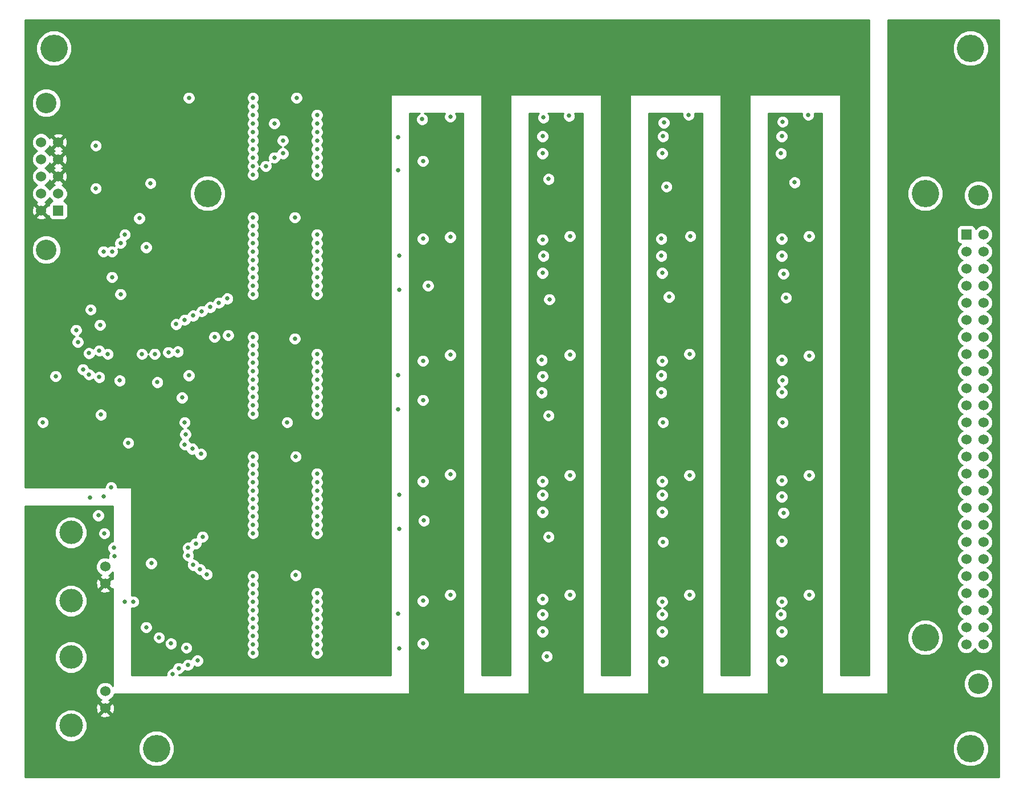
<source format=gbr>
G04 (created by PCBNEW-RS274X (2011-04-29 BZR 2986)-stable) date 8/1/2011 4:56:54 PM*
G01*
G70*
G90*
%MOIN*%
G04 Gerber Fmt 3.4, Leading zero omitted, Abs format*
%FSLAX34Y34*%
G04 APERTURE LIST*
%ADD10C,0.006000*%
%ADD11C,0.120000*%
%ADD12R,0.060000X0.060000*%
%ADD13C,0.060000*%
%ADD14C,0.160000*%
%ADD15C,0.137800*%
%ADD16C,0.025000*%
%ADD17C,0.010000*%
G04 APERTURE END LIST*
G54D10*
G54D11*
X61100Y-15600D03*
X61100Y-44200D03*
G54D12*
X60400Y-17900D03*
G54D13*
X61400Y-17900D03*
X60400Y-18900D03*
X61400Y-18900D03*
X60400Y-19900D03*
X61400Y-19900D03*
X60400Y-20900D03*
X61400Y-20900D03*
X60400Y-21900D03*
X61400Y-21900D03*
X60400Y-22900D03*
X61400Y-22900D03*
X60400Y-23900D03*
X61400Y-23900D03*
X60400Y-24900D03*
X61400Y-24900D03*
X60400Y-25900D03*
X61400Y-25900D03*
X60400Y-26900D03*
X61400Y-26900D03*
X60400Y-27900D03*
X61400Y-27900D03*
X60400Y-28900D03*
X61400Y-28900D03*
X60400Y-29900D03*
X61400Y-29900D03*
X60400Y-30900D03*
X61400Y-30900D03*
X60400Y-31900D03*
X61400Y-31900D03*
X60400Y-32900D03*
X61400Y-32900D03*
X60400Y-33900D03*
X61400Y-33900D03*
X60400Y-34900D03*
X61400Y-34900D03*
X60400Y-35900D03*
X61400Y-35900D03*
X60400Y-36900D03*
X61400Y-36900D03*
X60400Y-37900D03*
X61400Y-37900D03*
X60400Y-38900D03*
X61400Y-38900D03*
X60400Y-39900D03*
X61400Y-39900D03*
X60400Y-40900D03*
X61400Y-40900D03*
X60400Y-41900D03*
X61400Y-41900D03*
G54D14*
X58000Y-41500D03*
G54D15*
X08000Y-35350D03*
X08000Y-39350D03*
G54D13*
X10000Y-38350D03*
X10000Y-37350D03*
G54D11*
X06550Y-10200D03*
X06550Y-18800D03*
G54D12*
X07250Y-16500D03*
G54D13*
X06250Y-16500D03*
X07250Y-15500D03*
X06250Y-15500D03*
X07250Y-14500D03*
X06250Y-14500D03*
X07250Y-13500D03*
X06250Y-13500D03*
X07250Y-12500D03*
X06250Y-12500D03*
G54D14*
X16000Y-15500D03*
X58000Y-15500D03*
X13000Y-48000D03*
X60650Y-48000D03*
X07000Y-07000D03*
G54D15*
X08000Y-42650D03*
X08000Y-46650D03*
G54D13*
X10000Y-45650D03*
X10000Y-44650D03*
G54D14*
X60650Y-07000D03*
G54D16*
X07350Y-28950D03*
X14050Y-27700D03*
X15000Y-33150D03*
X15050Y-40150D03*
X15100Y-19150D03*
X15100Y-12150D03*
X15050Y-25150D03*
X09450Y-14600D03*
X09450Y-10550D03*
X25250Y-11850D03*
X25250Y-18900D03*
X25250Y-25900D03*
X25250Y-32900D03*
X25250Y-39850D03*
X32250Y-40150D03*
X32250Y-33150D03*
X32250Y-26150D03*
X32250Y-19200D03*
X32250Y-12200D03*
X39250Y-12150D03*
X39250Y-19150D03*
X39250Y-26150D03*
X39250Y-33150D03*
X39250Y-40150D03*
X46250Y-40150D03*
X46250Y-33150D03*
X46250Y-26150D03*
X46250Y-19100D03*
X46250Y-12200D03*
X47550Y-26100D03*
X47550Y-19100D03*
X47550Y-12200D03*
X33550Y-12150D03*
X33550Y-19150D03*
X33550Y-26150D03*
X33550Y-33200D03*
X33550Y-40150D03*
X40550Y-40150D03*
X40550Y-33150D03*
X40550Y-26150D03*
X40550Y-19150D03*
X40550Y-12150D03*
X47550Y-33100D03*
X47550Y-40100D03*
X54550Y-38300D03*
X54550Y-32850D03*
X54550Y-26350D03*
X54550Y-19400D03*
X54550Y-12100D03*
X12100Y-26450D03*
X10650Y-24900D03*
X22400Y-23900D03*
X22400Y-16900D03*
X22400Y-09900D03*
X22400Y-30900D03*
X22400Y-37900D03*
X08300Y-23500D03*
X08400Y-24200D03*
X21150Y-37850D03*
X21150Y-30900D03*
X21100Y-24000D03*
X21100Y-16900D03*
X07100Y-26200D03*
X06350Y-28900D03*
X18650Y-37900D03*
X13050Y-26550D03*
X21200Y-09900D03*
X12150Y-24900D03*
X09650Y-24700D03*
X09450Y-15200D03*
X09450Y-12700D03*
X10850Y-26450D03*
X12900Y-24900D03*
X18650Y-35400D03*
X18650Y-30900D03*
X18650Y-28400D03*
X18650Y-23900D03*
X18650Y-16900D03*
X18650Y-14400D03*
X18650Y-21400D03*
X18650Y-42400D03*
X18650Y-09900D03*
X42550Y-28100D03*
X49550Y-41950D03*
X44250Y-42150D03*
X42600Y-42000D03*
X37200Y-42150D03*
X35650Y-41950D03*
X30200Y-42150D03*
X28600Y-42300D03*
X51200Y-35150D03*
X49600Y-35000D03*
X44250Y-35250D03*
X42550Y-35050D03*
X37250Y-35200D03*
X35600Y-35000D03*
X30250Y-35150D03*
X28600Y-35300D03*
X51200Y-28150D03*
X49550Y-28050D03*
X44250Y-28150D03*
X51250Y-42150D03*
X37250Y-28150D03*
X35600Y-27900D03*
X30250Y-28150D03*
X28600Y-28250D03*
X51200Y-21150D03*
X49600Y-20900D03*
X44250Y-21150D03*
X42600Y-20850D03*
X37200Y-21150D03*
X35600Y-20950D03*
X30250Y-21150D03*
X28600Y-21300D03*
X51200Y-14150D03*
X49600Y-14150D03*
X44200Y-14150D03*
X42600Y-14150D03*
X37200Y-14150D03*
X35600Y-14150D03*
X30200Y-14150D03*
X28650Y-14300D03*
X51200Y-39000D03*
X49600Y-39400D03*
X44200Y-39000D03*
X42600Y-39400D03*
X37200Y-39000D03*
X35600Y-39250D03*
X30200Y-39000D03*
X28600Y-39350D03*
X51200Y-32000D03*
X49600Y-32300D03*
X44200Y-32000D03*
X42600Y-32350D03*
X37200Y-32000D03*
X35600Y-32350D03*
X30200Y-31950D03*
X28600Y-32350D03*
X51200Y-25000D03*
X49600Y-25250D03*
X44200Y-24900D03*
X42600Y-25300D03*
X37200Y-24950D03*
X35550Y-25250D03*
X30200Y-24950D03*
X28600Y-25300D03*
X51200Y-18000D03*
X49600Y-18150D03*
X44250Y-18000D03*
X42550Y-18150D03*
X37200Y-18000D03*
X35600Y-18200D03*
X30200Y-18050D03*
X28600Y-18150D03*
X51150Y-10900D03*
X49650Y-11300D03*
X44150Y-10900D03*
X42700Y-11350D03*
X37150Y-10950D03*
X35650Y-11050D03*
X30200Y-11000D03*
X28550Y-11150D03*
X49700Y-20200D03*
X42600Y-20150D03*
X35600Y-20150D03*
X28900Y-20900D03*
X49600Y-27150D03*
X49550Y-13150D03*
X42550Y-27150D03*
X35550Y-27150D03*
X28600Y-27600D03*
X49700Y-34200D03*
X42600Y-34150D03*
X35600Y-34150D03*
X28650Y-34650D03*
X49600Y-41150D03*
X42600Y-41150D03*
X35600Y-41150D03*
X42600Y-13150D03*
X28600Y-41850D03*
X35600Y-13150D03*
X28600Y-13600D03*
X22400Y-13900D03*
X42650Y-12150D03*
X22400Y-10900D03*
X22400Y-12900D03*
X27150Y-12200D03*
X22400Y-14400D03*
X49600Y-12150D03*
X22400Y-13400D03*
X35600Y-12150D03*
X22400Y-12400D03*
X22400Y-11900D03*
X22400Y-11400D03*
X22400Y-20900D03*
X42550Y-19150D03*
X22400Y-17900D03*
X27200Y-19150D03*
X22400Y-19900D03*
X49600Y-19150D03*
X22400Y-21400D03*
X35650Y-19150D03*
X22400Y-20400D03*
X22400Y-19400D03*
X22400Y-18900D03*
X22400Y-18400D03*
X22400Y-28400D03*
X49650Y-26450D03*
X22400Y-24900D03*
X22400Y-25400D03*
X22400Y-27400D03*
X35600Y-26200D03*
X22400Y-25900D03*
X22400Y-26400D03*
X27150Y-26150D03*
X22400Y-26900D03*
X42550Y-26150D03*
X22400Y-27900D03*
X22400Y-31900D03*
X49600Y-33250D03*
X22400Y-35400D03*
X22400Y-32400D03*
X22400Y-34400D03*
X35600Y-33150D03*
X22400Y-32900D03*
X22400Y-33900D03*
X27200Y-33150D03*
X22400Y-33400D03*
X42600Y-33150D03*
X22400Y-34900D03*
X22400Y-39400D03*
X22400Y-40900D03*
X27150Y-40100D03*
X22400Y-42400D03*
X49550Y-40150D03*
X22400Y-41900D03*
X42600Y-40150D03*
X35600Y-40150D03*
X22400Y-41400D03*
X22400Y-38900D03*
X22400Y-39900D03*
X22400Y-40400D03*
X18650Y-13900D03*
X50350Y-14850D03*
X12000Y-16950D03*
X18650Y-17400D03*
X43000Y-21550D03*
X18650Y-20400D03*
X16650Y-21900D03*
X11150Y-17900D03*
X14150Y-23150D03*
X10900Y-21400D03*
X18650Y-17900D03*
X36000Y-21700D03*
X16150Y-22150D03*
X10900Y-18400D03*
X18650Y-19900D03*
X18650Y-18400D03*
X14650Y-22900D03*
X10400Y-20400D03*
X18650Y-19400D03*
X27200Y-21150D03*
X10400Y-18900D03*
X15650Y-22400D03*
X09900Y-18900D03*
X18650Y-18900D03*
X15150Y-22650D03*
X10150Y-24900D03*
X16400Y-23900D03*
X18650Y-27900D03*
X49650Y-28900D03*
X09700Y-23200D03*
X18650Y-24400D03*
X14900Y-26150D03*
X09050Y-24850D03*
X18650Y-27400D03*
X42650Y-28900D03*
X14900Y-09900D03*
X18650Y-10400D03*
X09150Y-22300D03*
X17200Y-23800D03*
X18650Y-24900D03*
X18650Y-26900D03*
X35950Y-28500D03*
X08700Y-25800D03*
X18650Y-25400D03*
X09050Y-26100D03*
X20650Y-28900D03*
X18650Y-26400D03*
X27150Y-28150D03*
X09650Y-26250D03*
X14500Y-27450D03*
X18650Y-25900D03*
X14650Y-28900D03*
X09750Y-28450D03*
X18650Y-34900D03*
X49600Y-35850D03*
X15700Y-35600D03*
X09600Y-34350D03*
X18650Y-31400D03*
X15600Y-30750D03*
X09100Y-33300D03*
X42650Y-35900D03*
X18650Y-34400D03*
X09950Y-35400D03*
X15300Y-36000D03*
X15100Y-30450D03*
X18650Y-31900D03*
X09900Y-33250D03*
X18650Y-33900D03*
X35950Y-35600D03*
X10500Y-36250D03*
X14850Y-36250D03*
X42850Y-15100D03*
X19400Y-13900D03*
X18650Y-13400D03*
X18650Y-32400D03*
X14650Y-30200D03*
X10350Y-32700D03*
X18650Y-33400D03*
X27200Y-35150D03*
X14850Y-36700D03*
X10550Y-36750D03*
X11350Y-30100D03*
X18650Y-32900D03*
X14700Y-29600D03*
X18650Y-41900D03*
X49600Y-42850D03*
X15950Y-37800D03*
X11150Y-39400D03*
X18650Y-38400D03*
X14750Y-42100D03*
X15400Y-42850D03*
X18650Y-41400D03*
X42650Y-42900D03*
X18650Y-38900D03*
X15550Y-37500D03*
X11650Y-39400D03*
X18650Y-40900D03*
X35850Y-42600D03*
X13850Y-41850D03*
X14850Y-43100D03*
X18650Y-39400D03*
X15150Y-37250D03*
X12700Y-37150D03*
X18650Y-40400D03*
X27200Y-42150D03*
X13150Y-41500D03*
X14300Y-43300D03*
X19900Y-11400D03*
X18650Y-10900D03*
X13950Y-43650D03*
X18650Y-39900D03*
X12400Y-40900D03*
X18650Y-12900D03*
X19900Y-13400D03*
X35950Y-14650D03*
X20400Y-12400D03*
X18650Y-11400D03*
X27150Y-14150D03*
X18650Y-12400D03*
X20400Y-13150D03*
X12650Y-14900D03*
X18650Y-11900D03*
X17150Y-21650D03*
X12400Y-18650D03*
X18650Y-20900D03*
X49850Y-21600D03*
X13700Y-24800D03*
X14250Y-24750D03*
G54D10*
G36*
X54700Y-43700D02*
X53050Y-43700D01*
X53050Y-09700D01*
X47700Y-09700D01*
X47700Y-43700D01*
X46050Y-43700D01*
X46050Y-09700D01*
X40700Y-09700D01*
X40700Y-43700D01*
X39050Y-43700D01*
X39050Y-09700D01*
X33700Y-09700D01*
X33700Y-43700D01*
X32050Y-43700D01*
X32050Y-09700D01*
X26700Y-09700D01*
X26700Y-43700D01*
X22775Y-43700D01*
X22775Y-42475D01*
X22775Y-42326D01*
X22718Y-42188D01*
X22680Y-42150D01*
X22717Y-42113D01*
X22775Y-41975D01*
X22775Y-41826D01*
X22718Y-41688D01*
X22680Y-41650D01*
X22717Y-41613D01*
X22775Y-41475D01*
X22775Y-41326D01*
X22718Y-41188D01*
X22680Y-41150D01*
X22717Y-41113D01*
X22775Y-40975D01*
X22775Y-40826D01*
X22718Y-40688D01*
X22680Y-40650D01*
X22717Y-40613D01*
X22775Y-40475D01*
X22775Y-40326D01*
X22718Y-40188D01*
X22680Y-40150D01*
X22717Y-40113D01*
X22775Y-39975D01*
X22775Y-39826D01*
X22718Y-39688D01*
X22680Y-39650D01*
X22717Y-39613D01*
X22775Y-39475D01*
X22775Y-39326D01*
X22718Y-39188D01*
X22680Y-39150D01*
X22717Y-39113D01*
X22775Y-38975D01*
X22775Y-38826D01*
X22775Y-35475D01*
X22775Y-35326D01*
X22718Y-35188D01*
X22680Y-35150D01*
X22717Y-35113D01*
X22775Y-34975D01*
X22775Y-34826D01*
X22718Y-34688D01*
X22680Y-34650D01*
X22717Y-34613D01*
X22775Y-34475D01*
X22775Y-34326D01*
X22718Y-34188D01*
X22680Y-34150D01*
X22717Y-34113D01*
X22775Y-33975D01*
X22775Y-33826D01*
X22718Y-33688D01*
X22680Y-33650D01*
X22717Y-33613D01*
X22775Y-33475D01*
X22775Y-33326D01*
X22718Y-33188D01*
X22680Y-33150D01*
X22717Y-33113D01*
X22775Y-32975D01*
X22775Y-32826D01*
X22718Y-32688D01*
X22680Y-32650D01*
X22717Y-32613D01*
X22775Y-32475D01*
X22775Y-32326D01*
X22718Y-32188D01*
X22680Y-32150D01*
X22717Y-32113D01*
X22775Y-31975D01*
X22775Y-31826D01*
X22775Y-28475D01*
X22775Y-28326D01*
X22718Y-28188D01*
X22680Y-28150D01*
X22717Y-28113D01*
X22775Y-27975D01*
X22775Y-27826D01*
X22718Y-27688D01*
X22680Y-27650D01*
X22717Y-27613D01*
X22775Y-27475D01*
X22775Y-27326D01*
X22718Y-27188D01*
X22680Y-27150D01*
X22717Y-27113D01*
X22775Y-26975D01*
X22775Y-26826D01*
X22718Y-26688D01*
X22680Y-26650D01*
X22717Y-26613D01*
X22775Y-26475D01*
X22775Y-26326D01*
X22718Y-26188D01*
X22680Y-26150D01*
X22717Y-26113D01*
X22775Y-25975D01*
X22775Y-25826D01*
X22718Y-25688D01*
X22680Y-25650D01*
X22717Y-25613D01*
X22775Y-25475D01*
X22775Y-25326D01*
X22718Y-25188D01*
X22680Y-25150D01*
X22717Y-25113D01*
X22775Y-24975D01*
X22775Y-24826D01*
X22775Y-21475D01*
X22775Y-21326D01*
X22718Y-21188D01*
X22680Y-21150D01*
X22717Y-21113D01*
X22775Y-20975D01*
X22775Y-20826D01*
X22718Y-20688D01*
X22680Y-20650D01*
X22717Y-20613D01*
X22775Y-20475D01*
X22775Y-20326D01*
X22718Y-20188D01*
X22680Y-20150D01*
X22717Y-20113D01*
X22775Y-19975D01*
X22775Y-19826D01*
X22718Y-19688D01*
X22680Y-19650D01*
X22717Y-19613D01*
X22775Y-19475D01*
X22775Y-19326D01*
X22718Y-19188D01*
X22680Y-19150D01*
X22717Y-19113D01*
X22775Y-18975D01*
X22775Y-18826D01*
X22718Y-18688D01*
X22680Y-18650D01*
X22717Y-18613D01*
X22775Y-18475D01*
X22775Y-18326D01*
X22718Y-18188D01*
X22680Y-18150D01*
X22717Y-18113D01*
X22775Y-17975D01*
X22775Y-17826D01*
X22775Y-14475D01*
X22775Y-14326D01*
X22718Y-14188D01*
X22680Y-14150D01*
X22717Y-14113D01*
X22775Y-13975D01*
X22775Y-13826D01*
X22718Y-13688D01*
X22680Y-13650D01*
X22717Y-13613D01*
X22775Y-13475D01*
X22775Y-13326D01*
X22718Y-13188D01*
X22680Y-13150D01*
X22717Y-13113D01*
X22775Y-12975D01*
X22775Y-12826D01*
X22718Y-12688D01*
X22680Y-12650D01*
X22717Y-12613D01*
X22775Y-12475D01*
X22775Y-12326D01*
X22718Y-12188D01*
X22680Y-12150D01*
X22717Y-12113D01*
X22775Y-11975D01*
X22775Y-11826D01*
X22718Y-11688D01*
X22680Y-11650D01*
X22717Y-11613D01*
X22775Y-11475D01*
X22775Y-11326D01*
X22718Y-11188D01*
X22680Y-11150D01*
X22717Y-11113D01*
X22775Y-10975D01*
X22775Y-10826D01*
X22718Y-10688D01*
X22613Y-10583D01*
X22475Y-10525D01*
X22326Y-10525D01*
X22188Y-10582D01*
X22083Y-10687D01*
X22025Y-10825D01*
X22025Y-10974D01*
X22082Y-11112D01*
X22120Y-11150D01*
X22083Y-11187D01*
X22025Y-11325D01*
X22025Y-11474D01*
X22082Y-11612D01*
X22120Y-11650D01*
X22083Y-11687D01*
X22025Y-11825D01*
X22025Y-11974D01*
X22082Y-12112D01*
X22120Y-12150D01*
X22083Y-12187D01*
X22025Y-12325D01*
X22025Y-12474D01*
X22082Y-12612D01*
X22120Y-12650D01*
X22083Y-12687D01*
X22025Y-12825D01*
X22025Y-12974D01*
X22082Y-13112D01*
X22120Y-13150D01*
X22083Y-13187D01*
X22025Y-13325D01*
X22025Y-13474D01*
X22082Y-13612D01*
X22120Y-13650D01*
X22083Y-13687D01*
X22025Y-13825D01*
X22025Y-13974D01*
X22082Y-14112D01*
X22120Y-14150D01*
X22083Y-14187D01*
X22025Y-14325D01*
X22025Y-14474D01*
X22082Y-14612D01*
X22187Y-14717D01*
X22325Y-14775D01*
X22474Y-14775D01*
X22612Y-14718D01*
X22717Y-14613D01*
X22775Y-14475D01*
X22775Y-17826D01*
X22718Y-17688D01*
X22613Y-17583D01*
X22475Y-17525D01*
X22326Y-17525D01*
X22188Y-17582D01*
X22083Y-17687D01*
X22025Y-17825D01*
X22025Y-17974D01*
X22082Y-18112D01*
X22120Y-18150D01*
X22083Y-18187D01*
X22025Y-18325D01*
X22025Y-18474D01*
X22082Y-18612D01*
X22120Y-18650D01*
X22083Y-18687D01*
X22025Y-18825D01*
X22025Y-18974D01*
X22082Y-19112D01*
X22120Y-19150D01*
X22083Y-19187D01*
X22025Y-19325D01*
X22025Y-19474D01*
X22082Y-19612D01*
X22120Y-19650D01*
X22083Y-19687D01*
X22025Y-19825D01*
X22025Y-19974D01*
X22082Y-20112D01*
X22120Y-20150D01*
X22083Y-20187D01*
X22025Y-20325D01*
X22025Y-20474D01*
X22082Y-20612D01*
X22120Y-20650D01*
X22083Y-20687D01*
X22025Y-20825D01*
X22025Y-20974D01*
X22082Y-21112D01*
X22120Y-21150D01*
X22083Y-21187D01*
X22025Y-21325D01*
X22025Y-21474D01*
X22082Y-21612D01*
X22187Y-21717D01*
X22325Y-21775D01*
X22474Y-21775D01*
X22612Y-21718D01*
X22717Y-21613D01*
X22775Y-21475D01*
X22775Y-24826D01*
X22718Y-24688D01*
X22613Y-24583D01*
X22475Y-24525D01*
X22326Y-24525D01*
X22188Y-24582D01*
X22083Y-24687D01*
X22025Y-24825D01*
X22025Y-24974D01*
X22082Y-25112D01*
X22120Y-25150D01*
X22083Y-25187D01*
X22025Y-25325D01*
X22025Y-25474D01*
X22082Y-25612D01*
X22120Y-25650D01*
X22083Y-25687D01*
X22025Y-25825D01*
X22025Y-25974D01*
X22082Y-26112D01*
X22120Y-26150D01*
X22083Y-26187D01*
X22025Y-26325D01*
X22025Y-26474D01*
X22082Y-26612D01*
X22120Y-26650D01*
X22083Y-26687D01*
X22025Y-26825D01*
X22025Y-26974D01*
X22082Y-27112D01*
X22120Y-27150D01*
X22083Y-27187D01*
X22025Y-27325D01*
X22025Y-27474D01*
X22082Y-27612D01*
X22120Y-27650D01*
X22083Y-27687D01*
X22025Y-27825D01*
X22025Y-27974D01*
X22082Y-28112D01*
X22120Y-28150D01*
X22083Y-28187D01*
X22025Y-28325D01*
X22025Y-28474D01*
X22082Y-28612D01*
X22187Y-28717D01*
X22325Y-28775D01*
X22474Y-28775D01*
X22612Y-28718D01*
X22717Y-28613D01*
X22775Y-28475D01*
X22775Y-31826D01*
X22718Y-31688D01*
X22613Y-31583D01*
X22475Y-31525D01*
X22326Y-31525D01*
X22188Y-31582D01*
X22083Y-31687D01*
X22025Y-31825D01*
X22025Y-31974D01*
X22082Y-32112D01*
X22120Y-32150D01*
X22083Y-32187D01*
X22025Y-32325D01*
X22025Y-32474D01*
X22082Y-32612D01*
X22120Y-32650D01*
X22083Y-32687D01*
X22025Y-32825D01*
X22025Y-32974D01*
X22082Y-33112D01*
X22120Y-33150D01*
X22083Y-33187D01*
X22025Y-33325D01*
X22025Y-33474D01*
X22082Y-33612D01*
X22120Y-33650D01*
X22083Y-33687D01*
X22025Y-33825D01*
X22025Y-33974D01*
X22082Y-34112D01*
X22120Y-34150D01*
X22083Y-34187D01*
X22025Y-34325D01*
X22025Y-34474D01*
X22082Y-34612D01*
X22120Y-34650D01*
X22083Y-34687D01*
X22025Y-34825D01*
X22025Y-34974D01*
X22082Y-35112D01*
X22120Y-35150D01*
X22083Y-35187D01*
X22025Y-35325D01*
X22025Y-35474D01*
X22082Y-35612D01*
X22187Y-35717D01*
X22325Y-35775D01*
X22474Y-35775D01*
X22612Y-35718D01*
X22717Y-35613D01*
X22775Y-35475D01*
X22775Y-38826D01*
X22718Y-38688D01*
X22613Y-38583D01*
X22475Y-38525D01*
X22326Y-38525D01*
X22188Y-38582D01*
X22083Y-38687D01*
X22025Y-38825D01*
X22025Y-38974D01*
X22082Y-39112D01*
X22120Y-39150D01*
X22083Y-39187D01*
X22025Y-39325D01*
X22025Y-39474D01*
X22082Y-39612D01*
X22120Y-39650D01*
X22083Y-39687D01*
X22025Y-39825D01*
X22025Y-39974D01*
X22082Y-40112D01*
X22120Y-40150D01*
X22083Y-40187D01*
X22025Y-40325D01*
X22025Y-40474D01*
X22082Y-40612D01*
X22120Y-40650D01*
X22083Y-40687D01*
X22025Y-40825D01*
X22025Y-40974D01*
X22082Y-41112D01*
X22120Y-41150D01*
X22083Y-41187D01*
X22025Y-41325D01*
X22025Y-41474D01*
X22082Y-41612D01*
X22120Y-41650D01*
X22083Y-41687D01*
X22025Y-41825D01*
X22025Y-41974D01*
X22082Y-42112D01*
X22120Y-42150D01*
X22083Y-42187D01*
X22025Y-42325D01*
X22025Y-42474D01*
X22082Y-42612D01*
X22187Y-42717D01*
X22325Y-42775D01*
X22474Y-42775D01*
X22612Y-42718D01*
X22717Y-42613D01*
X22775Y-42475D01*
X22775Y-43700D01*
X21575Y-43700D01*
X21575Y-09975D01*
X21575Y-09826D01*
X21518Y-09688D01*
X21413Y-09583D01*
X21275Y-09525D01*
X21126Y-09525D01*
X20988Y-09582D01*
X20883Y-09687D01*
X20825Y-09825D01*
X20825Y-09974D01*
X20882Y-10112D01*
X20987Y-10217D01*
X21125Y-10275D01*
X21274Y-10275D01*
X21412Y-10218D01*
X21517Y-10113D01*
X21575Y-09975D01*
X21575Y-43700D01*
X21525Y-43700D01*
X21525Y-37925D01*
X21525Y-37776D01*
X21525Y-30975D01*
X21525Y-30826D01*
X21475Y-30704D01*
X21475Y-24075D01*
X21475Y-23926D01*
X21475Y-16975D01*
X21475Y-16826D01*
X21418Y-16688D01*
X21313Y-16583D01*
X21175Y-16525D01*
X21026Y-16525D01*
X20888Y-16582D01*
X20783Y-16687D01*
X20775Y-16706D01*
X20775Y-13225D01*
X20775Y-13076D01*
X20718Y-12938D01*
X20613Y-12833D01*
X20475Y-12775D01*
X20474Y-12775D01*
X20612Y-12718D01*
X20717Y-12613D01*
X20775Y-12475D01*
X20775Y-12326D01*
X20718Y-12188D01*
X20613Y-12083D01*
X20475Y-12025D01*
X20326Y-12025D01*
X20275Y-12046D01*
X20275Y-11475D01*
X20275Y-11326D01*
X20218Y-11188D01*
X20113Y-11083D01*
X19975Y-11025D01*
X19826Y-11025D01*
X19688Y-11082D01*
X19583Y-11187D01*
X19525Y-11325D01*
X19525Y-11474D01*
X19582Y-11612D01*
X19687Y-11717D01*
X19825Y-11775D01*
X19974Y-11775D01*
X20112Y-11718D01*
X20217Y-11613D01*
X20275Y-11475D01*
X20275Y-12046D01*
X20188Y-12082D01*
X20083Y-12187D01*
X20025Y-12325D01*
X20025Y-12474D01*
X20082Y-12612D01*
X20187Y-12717D01*
X20325Y-12775D01*
X20188Y-12832D01*
X20083Y-12937D01*
X20035Y-13050D01*
X19975Y-13025D01*
X19826Y-13025D01*
X19688Y-13082D01*
X19583Y-13187D01*
X19525Y-13325D01*
X19525Y-13474D01*
X19560Y-13561D01*
X19475Y-13525D01*
X19326Y-13525D01*
X19188Y-13582D01*
X19083Y-13687D01*
X19025Y-13825D01*
X19025Y-13826D01*
X18968Y-13688D01*
X18930Y-13650D01*
X18967Y-13613D01*
X19025Y-13475D01*
X19025Y-13326D01*
X18968Y-13188D01*
X18930Y-13150D01*
X18967Y-13113D01*
X19025Y-12975D01*
X19025Y-12826D01*
X18968Y-12688D01*
X18930Y-12650D01*
X18967Y-12613D01*
X19025Y-12475D01*
X19025Y-12326D01*
X18968Y-12188D01*
X18930Y-12150D01*
X18967Y-12113D01*
X19025Y-11975D01*
X19025Y-11826D01*
X18968Y-11688D01*
X18930Y-11650D01*
X18967Y-11613D01*
X19025Y-11475D01*
X19025Y-11326D01*
X18968Y-11188D01*
X18930Y-11150D01*
X18967Y-11113D01*
X19025Y-10975D01*
X19025Y-10826D01*
X18968Y-10688D01*
X18930Y-10650D01*
X18967Y-10613D01*
X19025Y-10475D01*
X19025Y-10326D01*
X18968Y-10188D01*
X18930Y-10150D01*
X18967Y-10113D01*
X19025Y-09975D01*
X19025Y-09826D01*
X18968Y-09688D01*
X18863Y-09583D01*
X18725Y-09525D01*
X18576Y-09525D01*
X18438Y-09582D01*
X18333Y-09687D01*
X18275Y-09825D01*
X18275Y-09974D01*
X18332Y-10112D01*
X18370Y-10150D01*
X18333Y-10187D01*
X18275Y-10325D01*
X18275Y-10474D01*
X18332Y-10612D01*
X18370Y-10650D01*
X18333Y-10687D01*
X18275Y-10825D01*
X18275Y-10974D01*
X18332Y-11112D01*
X18370Y-11150D01*
X18333Y-11187D01*
X18275Y-11325D01*
X18275Y-11474D01*
X18332Y-11612D01*
X18370Y-11650D01*
X18333Y-11687D01*
X18275Y-11825D01*
X18275Y-11974D01*
X18332Y-12112D01*
X18370Y-12150D01*
X18333Y-12187D01*
X18275Y-12325D01*
X18275Y-12474D01*
X18332Y-12612D01*
X18370Y-12650D01*
X18333Y-12687D01*
X18275Y-12825D01*
X18275Y-12974D01*
X18332Y-13112D01*
X18370Y-13150D01*
X18333Y-13187D01*
X18275Y-13325D01*
X18275Y-13474D01*
X18332Y-13612D01*
X18370Y-13650D01*
X18333Y-13687D01*
X18275Y-13825D01*
X18275Y-13974D01*
X18332Y-14112D01*
X18370Y-14150D01*
X18333Y-14187D01*
X18275Y-14325D01*
X18275Y-14474D01*
X18332Y-14612D01*
X18437Y-14717D01*
X18575Y-14775D01*
X18724Y-14775D01*
X18862Y-14718D01*
X18967Y-14613D01*
X19025Y-14475D01*
X19025Y-14326D01*
X18968Y-14188D01*
X18930Y-14150D01*
X18967Y-14113D01*
X19025Y-13975D01*
X19082Y-14112D01*
X19187Y-14217D01*
X19325Y-14275D01*
X19474Y-14275D01*
X19612Y-14218D01*
X19717Y-14113D01*
X19775Y-13975D01*
X19775Y-13826D01*
X19739Y-13738D01*
X19825Y-13775D01*
X19974Y-13775D01*
X20112Y-13718D01*
X20217Y-13613D01*
X20264Y-13499D01*
X20325Y-13525D01*
X20474Y-13525D01*
X20612Y-13468D01*
X20717Y-13363D01*
X20775Y-13225D01*
X20775Y-16706D01*
X20725Y-16825D01*
X20725Y-16974D01*
X20782Y-17112D01*
X20887Y-17217D01*
X21025Y-17275D01*
X21174Y-17275D01*
X21312Y-17218D01*
X21417Y-17113D01*
X21475Y-16975D01*
X21475Y-23926D01*
X21418Y-23788D01*
X21313Y-23683D01*
X21175Y-23625D01*
X21026Y-23625D01*
X20888Y-23682D01*
X20783Y-23787D01*
X20725Y-23925D01*
X20725Y-24074D01*
X20782Y-24212D01*
X20887Y-24317D01*
X21025Y-24375D01*
X21174Y-24375D01*
X21312Y-24318D01*
X21417Y-24213D01*
X21475Y-24075D01*
X21475Y-30704D01*
X21468Y-30688D01*
X21363Y-30583D01*
X21225Y-30525D01*
X21076Y-30525D01*
X21025Y-30546D01*
X21025Y-28975D01*
X21025Y-28826D01*
X20968Y-28688D01*
X20863Y-28583D01*
X20725Y-28525D01*
X20576Y-28525D01*
X20438Y-28582D01*
X20333Y-28687D01*
X20275Y-28825D01*
X20275Y-28974D01*
X20332Y-29112D01*
X20437Y-29217D01*
X20575Y-29275D01*
X20724Y-29275D01*
X20862Y-29218D01*
X20967Y-29113D01*
X21025Y-28975D01*
X21025Y-30546D01*
X20938Y-30582D01*
X20833Y-30687D01*
X20775Y-30825D01*
X20775Y-30974D01*
X20832Y-31112D01*
X20937Y-31217D01*
X21075Y-31275D01*
X21224Y-31275D01*
X21362Y-31218D01*
X21467Y-31113D01*
X21525Y-30975D01*
X21525Y-37776D01*
X21468Y-37638D01*
X21363Y-37533D01*
X21225Y-37475D01*
X21076Y-37475D01*
X20938Y-37532D01*
X20833Y-37637D01*
X20775Y-37775D01*
X20775Y-37924D01*
X20832Y-38062D01*
X20937Y-38167D01*
X21075Y-38225D01*
X21224Y-38225D01*
X21362Y-38168D01*
X21467Y-38063D01*
X21525Y-37925D01*
X21525Y-43700D01*
X19025Y-43700D01*
X19025Y-42475D01*
X19025Y-42326D01*
X18968Y-42188D01*
X18930Y-42150D01*
X18967Y-42113D01*
X19025Y-41975D01*
X19025Y-41826D01*
X18968Y-41688D01*
X18930Y-41650D01*
X18967Y-41613D01*
X19025Y-41475D01*
X19025Y-41326D01*
X18968Y-41188D01*
X18930Y-41150D01*
X18967Y-41113D01*
X19025Y-40975D01*
X19025Y-40826D01*
X18968Y-40688D01*
X18930Y-40650D01*
X18967Y-40613D01*
X19025Y-40475D01*
X19025Y-40326D01*
X18968Y-40188D01*
X18930Y-40150D01*
X18967Y-40113D01*
X19025Y-39975D01*
X19025Y-39826D01*
X18968Y-39688D01*
X18930Y-39650D01*
X18967Y-39613D01*
X19025Y-39475D01*
X19025Y-39326D01*
X18968Y-39188D01*
X18930Y-39150D01*
X18967Y-39113D01*
X19025Y-38975D01*
X19025Y-38826D01*
X18968Y-38688D01*
X18930Y-38650D01*
X18967Y-38613D01*
X19025Y-38475D01*
X19025Y-38326D01*
X18968Y-38188D01*
X18930Y-38150D01*
X18967Y-38113D01*
X19025Y-37975D01*
X19025Y-37826D01*
X19025Y-35475D01*
X19025Y-35326D01*
X18968Y-35188D01*
X18930Y-35150D01*
X18967Y-35113D01*
X19025Y-34975D01*
X19025Y-34826D01*
X18968Y-34688D01*
X18930Y-34650D01*
X18967Y-34613D01*
X19025Y-34475D01*
X19025Y-34326D01*
X18968Y-34188D01*
X18930Y-34150D01*
X18967Y-34113D01*
X19025Y-33975D01*
X19025Y-33826D01*
X18968Y-33688D01*
X18930Y-33650D01*
X18967Y-33613D01*
X19025Y-33475D01*
X19025Y-33326D01*
X18968Y-33188D01*
X18930Y-33150D01*
X18967Y-33113D01*
X19025Y-32975D01*
X19025Y-32826D01*
X18968Y-32688D01*
X18930Y-32650D01*
X18967Y-32613D01*
X19025Y-32475D01*
X19025Y-32326D01*
X18968Y-32188D01*
X18930Y-32150D01*
X18967Y-32113D01*
X19025Y-31975D01*
X19025Y-31826D01*
X18968Y-31688D01*
X18930Y-31650D01*
X18967Y-31613D01*
X19025Y-31475D01*
X19025Y-31326D01*
X18968Y-31188D01*
X18930Y-31150D01*
X18967Y-31113D01*
X19025Y-30975D01*
X19025Y-30826D01*
X19025Y-28475D01*
X19025Y-28326D01*
X18968Y-28188D01*
X18930Y-28150D01*
X18967Y-28113D01*
X19025Y-27975D01*
X19025Y-27826D01*
X18968Y-27688D01*
X18930Y-27650D01*
X18967Y-27613D01*
X19025Y-27475D01*
X19025Y-27326D01*
X18968Y-27188D01*
X18930Y-27150D01*
X18967Y-27113D01*
X19025Y-26975D01*
X19025Y-26826D01*
X18968Y-26688D01*
X18930Y-26650D01*
X18967Y-26613D01*
X19025Y-26475D01*
X19025Y-26326D01*
X18968Y-26188D01*
X18930Y-26150D01*
X18967Y-26113D01*
X19025Y-25975D01*
X19025Y-25826D01*
X18968Y-25688D01*
X18930Y-25650D01*
X18967Y-25613D01*
X19025Y-25475D01*
X19025Y-25326D01*
X18968Y-25188D01*
X18930Y-25150D01*
X18967Y-25113D01*
X19025Y-24975D01*
X19025Y-24826D01*
X18968Y-24688D01*
X18930Y-24650D01*
X18967Y-24613D01*
X19025Y-24475D01*
X19025Y-24326D01*
X18968Y-24188D01*
X18930Y-24150D01*
X18967Y-24113D01*
X19025Y-23975D01*
X19025Y-23826D01*
X19025Y-21475D01*
X19025Y-21326D01*
X18968Y-21188D01*
X18930Y-21150D01*
X18967Y-21113D01*
X19025Y-20975D01*
X19025Y-20826D01*
X18968Y-20688D01*
X18930Y-20650D01*
X18967Y-20613D01*
X19025Y-20475D01*
X19025Y-20326D01*
X18968Y-20188D01*
X18930Y-20150D01*
X18967Y-20113D01*
X19025Y-19975D01*
X19025Y-19826D01*
X18968Y-19688D01*
X18930Y-19650D01*
X18967Y-19613D01*
X19025Y-19475D01*
X19025Y-19326D01*
X18968Y-19188D01*
X18930Y-19150D01*
X18967Y-19113D01*
X19025Y-18975D01*
X19025Y-18826D01*
X18968Y-18688D01*
X18930Y-18650D01*
X18967Y-18613D01*
X19025Y-18475D01*
X19025Y-18326D01*
X18968Y-18188D01*
X18930Y-18150D01*
X18967Y-18113D01*
X19025Y-17975D01*
X19025Y-17826D01*
X18968Y-17688D01*
X18930Y-17650D01*
X18967Y-17613D01*
X19025Y-17475D01*
X19025Y-17326D01*
X18968Y-17188D01*
X18930Y-17150D01*
X18967Y-17113D01*
X19025Y-16975D01*
X19025Y-16826D01*
X18968Y-16688D01*
X18863Y-16583D01*
X18725Y-16525D01*
X18576Y-16525D01*
X18438Y-16582D01*
X18333Y-16687D01*
X18275Y-16825D01*
X18275Y-16974D01*
X18332Y-17112D01*
X18370Y-17150D01*
X18333Y-17187D01*
X18275Y-17325D01*
X18275Y-17474D01*
X18332Y-17612D01*
X18370Y-17650D01*
X18333Y-17687D01*
X18275Y-17825D01*
X18275Y-17974D01*
X18332Y-18112D01*
X18370Y-18150D01*
X18333Y-18187D01*
X18275Y-18325D01*
X18275Y-18474D01*
X18332Y-18612D01*
X18370Y-18650D01*
X18333Y-18687D01*
X18275Y-18825D01*
X18275Y-18974D01*
X18332Y-19112D01*
X18370Y-19150D01*
X18333Y-19187D01*
X18275Y-19325D01*
X18275Y-19474D01*
X18332Y-19612D01*
X18370Y-19650D01*
X18333Y-19687D01*
X18275Y-19825D01*
X18275Y-19974D01*
X18332Y-20112D01*
X18370Y-20150D01*
X18333Y-20187D01*
X18275Y-20325D01*
X18275Y-20474D01*
X18332Y-20612D01*
X18370Y-20650D01*
X18333Y-20687D01*
X18275Y-20825D01*
X18275Y-20974D01*
X18332Y-21112D01*
X18370Y-21150D01*
X18333Y-21187D01*
X18275Y-21325D01*
X18275Y-21474D01*
X18332Y-21612D01*
X18437Y-21717D01*
X18575Y-21775D01*
X18724Y-21775D01*
X18862Y-21718D01*
X18967Y-21613D01*
X19025Y-21475D01*
X19025Y-23826D01*
X18968Y-23688D01*
X18863Y-23583D01*
X18725Y-23525D01*
X18576Y-23525D01*
X18438Y-23582D01*
X18333Y-23687D01*
X18275Y-23825D01*
X18275Y-23974D01*
X18332Y-24112D01*
X18370Y-24150D01*
X18333Y-24187D01*
X18275Y-24325D01*
X18275Y-24474D01*
X18332Y-24612D01*
X18370Y-24650D01*
X18333Y-24687D01*
X18275Y-24825D01*
X18275Y-24974D01*
X18332Y-25112D01*
X18370Y-25150D01*
X18333Y-25187D01*
X18275Y-25325D01*
X18275Y-25474D01*
X18332Y-25612D01*
X18370Y-25650D01*
X18333Y-25687D01*
X18275Y-25825D01*
X18275Y-25974D01*
X18332Y-26112D01*
X18370Y-26150D01*
X18333Y-26187D01*
X18275Y-26325D01*
X18275Y-26474D01*
X18332Y-26612D01*
X18370Y-26650D01*
X18333Y-26687D01*
X18275Y-26825D01*
X18275Y-26974D01*
X18332Y-27112D01*
X18370Y-27150D01*
X18333Y-27187D01*
X18275Y-27325D01*
X18275Y-27474D01*
X18332Y-27612D01*
X18370Y-27650D01*
X18333Y-27687D01*
X18275Y-27825D01*
X18275Y-27974D01*
X18332Y-28112D01*
X18370Y-28150D01*
X18333Y-28187D01*
X18275Y-28325D01*
X18275Y-28474D01*
X18332Y-28612D01*
X18437Y-28717D01*
X18575Y-28775D01*
X18724Y-28775D01*
X18862Y-28718D01*
X18967Y-28613D01*
X19025Y-28475D01*
X19025Y-30826D01*
X18968Y-30688D01*
X18863Y-30583D01*
X18725Y-30525D01*
X18576Y-30525D01*
X18438Y-30582D01*
X18333Y-30687D01*
X18275Y-30825D01*
X18275Y-30974D01*
X18332Y-31112D01*
X18370Y-31150D01*
X18333Y-31187D01*
X18275Y-31325D01*
X18275Y-31474D01*
X18332Y-31612D01*
X18370Y-31650D01*
X18333Y-31687D01*
X18275Y-31825D01*
X18275Y-31974D01*
X18332Y-32112D01*
X18370Y-32150D01*
X18333Y-32187D01*
X18275Y-32325D01*
X18275Y-32474D01*
X18332Y-32612D01*
X18370Y-32650D01*
X18333Y-32687D01*
X18275Y-32825D01*
X18275Y-32974D01*
X18332Y-33112D01*
X18370Y-33150D01*
X18333Y-33187D01*
X18275Y-33325D01*
X18275Y-33474D01*
X18332Y-33612D01*
X18370Y-33650D01*
X18333Y-33687D01*
X18275Y-33825D01*
X18275Y-33974D01*
X18332Y-34112D01*
X18370Y-34150D01*
X18333Y-34187D01*
X18275Y-34325D01*
X18275Y-34474D01*
X18332Y-34612D01*
X18370Y-34650D01*
X18333Y-34687D01*
X18275Y-34825D01*
X18275Y-34974D01*
X18332Y-35112D01*
X18370Y-35150D01*
X18333Y-35187D01*
X18275Y-35325D01*
X18275Y-35474D01*
X18332Y-35612D01*
X18437Y-35717D01*
X18575Y-35775D01*
X18724Y-35775D01*
X18862Y-35718D01*
X18967Y-35613D01*
X19025Y-35475D01*
X19025Y-37826D01*
X18968Y-37688D01*
X18863Y-37583D01*
X18725Y-37525D01*
X18576Y-37525D01*
X18438Y-37582D01*
X18333Y-37687D01*
X18275Y-37825D01*
X18275Y-37974D01*
X18332Y-38112D01*
X18370Y-38150D01*
X18333Y-38187D01*
X18275Y-38325D01*
X18275Y-38474D01*
X18332Y-38612D01*
X18370Y-38650D01*
X18333Y-38687D01*
X18275Y-38825D01*
X18275Y-38974D01*
X18332Y-39112D01*
X18370Y-39150D01*
X18333Y-39187D01*
X18275Y-39325D01*
X18275Y-39474D01*
X18332Y-39612D01*
X18370Y-39650D01*
X18333Y-39687D01*
X18275Y-39825D01*
X18275Y-39974D01*
X18332Y-40112D01*
X18370Y-40150D01*
X18333Y-40187D01*
X18275Y-40325D01*
X18275Y-40474D01*
X18332Y-40612D01*
X18370Y-40650D01*
X18333Y-40687D01*
X18275Y-40825D01*
X18275Y-40974D01*
X18332Y-41112D01*
X18370Y-41150D01*
X18333Y-41187D01*
X18275Y-41325D01*
X18275Y-41474D01*
X18332Y-41612D01*
X18370Y-41650D01*
X18333Y-41687D01*
X18275Y-41825D01*
X18275Y-41974D01*
X18332Y-42112D01*
X18370Y-42150D01*
X18333Y-42187D01*
X18275Y-42325D01*
X18275Y-42474D01*
X18332Y-42612D01*
X18437Y-42717D01*
X18575Y-42775D01*
X18724Y-42775D01*
X18862Y-42718D01*
X18967Y-42613D01*
X19025Y-42475D01*
X19025Y-43700D01*
X17575Y-43700D01*
X17575Y-23875D01*
X17575Y-23726D01*
X17525Y-23604D01*
X17525Y-21725D01*
X17525Y-21576D01*
X17468Y-21438D01*
X17363Y-21333D01*
X17225Y-21275D01*
X17076Y-21275D01*
X17050Y-21285D01*
X17050Y-15710D01*
X17050Y-15292D01*
X16890Y-14906D01*
X16595Y-14610D01*
X16210Y-14450D01*
X15792Y-14450D01*
X15406Y-14610D01*
X15275Y-14740D01*
X15275Y-09975D01*
X15275Y-09826D01*
X15218Y-09688D01*
X15113Y-09583D01*
X14975Y-09525D01*
X14826Y-09525D01*
X14688Y-09582D01*
X14583Y-09687D01*
X14525Y-09825D01*
X14525Y-09974D01*
X14582Y-10112D01*
X14687Y-10217D01*
X14825Y-10275D01*
X14974Y-10275D01*
X15112Y-10218D01*
X15217Y-10113D01*
X15275Y-09975D01*
X15275Y-14740D01*
X15110Y-14905D01*
X14950Y-15290D01*
X14950Y-15708D01*
X15110Y-16094D01*
X15405Y-16390D01*
X15790Y-16550D01*
X16208Y-16550D01*
X16594Y-16390D01*
X16890Y-16095D01*
X17050Y-15710D01*
X17050Y-21285D01*
X16938Y-21332D01*
X16833Y-21437D01*
X16785Y-21550D01*
X16725Y-21525D01*
X16576Y-21525D01*
X16438Y-21582D01*
X16333Y-21687D01*
X16285Y-21800D01*
X16225Y-21775D01*
X16076Y-21775D01*
X15938Y-21832D01*
X15833Y-21937D01*
X15785Y-22050D01*
X15725Y-22025D01*
X15576Y-22025D01*
X15438Y-22082D01*
X15333Y-22187D01*
X15285Y-22300D01*
X15225Y-22275D01*
X15076Y-22275D01*
X14938Y-22332D01*
X14833Y-22437D01*
X14785Y-22550D01*
X14725Y-22525D01*
X14576Y-22525D01*
X14438Y-22582D01*
X14333Y-22687D01*
X14285Y-22800D01*
X14225Y-22775D01*
X14076Y-22775D01*
X13938Y-22832D01*
X13833Y-22937D01*
X13775Y-23075D01*
X13775Y-23224D01*
X13832Y-23362D01*
X13937Y-23467D01*
X14075Y-23525D01*
X14224Y-23525D01*
X14362Y-23468D01*
X14467Y-23363D01*
X14514Y-23249D01*
X14575Y-23275D01*
X14724Y-23275D01*
X14862Y-23218D01*
X14967Y-23113D01*
X15014Y-22999D01*
X15075Y-23025D01*
X15224Y-23025D01*
X15362Y-22968D01*
X15467Y-22863D01*
X15514Y-22749D01*
X15575Y-22775D01*
X15724Y-22775D01*
X15862Y-22718D01*
X15967Y-22613D01*
X16014Y-22499D01*
X16075Y-22525D01*
X16224Y-22525D01*
X16362Y-22468D01*
X16467Y-22363D01*
X16514Y-22249D01*
X16575Y-22275D01*
X16724Y-22275D01*
X16862Y-22218D01*
X16967Y-22113D01*
X17014Y-21999D01*
X17075Y-22025D01*
X17224Y-22025D01*
X17362Y-21968D01*
X17467Y-21863D01*
X17525Y-21725D01*
X17525Y-23604D01*
X17518Y-23588D01*
X17413Y-23483D01*
X17275Y-23425D01*
X17126Y-23425D01*
X16988Y-23482D01*
X16883Y-23587D01*
X16825Y-23725D01*
X16825Y-23874D01*
X16882Y-24012D01*
X16987Y-24117D01*
X17125Y-24175D01*
X17274Y-24175D01*
X17412Y-24118D01*
X17517Y-24013D01*
X17575Y-23875D01*
X17575Y-43700D01*
X16775Y-43700D01*
X16775Y-23975D01*
X16775Y-23826D01*
X16718Y-23688D01*
X16613Y-23583D01*
X16475Y-23525D01*
X16326Y-23525D01*
X16188Y-23582D01*
X16083Y-23687D01*
X16025Y-23825D01*
X16025Y-23974D01*
X16082Y-24112D01*
X16187Y-24217D01*
X16325Y-24275D01*
X16474Y-24275D01*
X16612Y-24218D01*
X16717Y-24113D01*
X16775Y-23975D01*
X16775Y-43700D01*
X16325Y-43700D01*
X16325Y-37875D01*
X16325Y-37726D01*
X16268Y-37588D01*
X16163Y-37483D01*
X16025Y-37425D01*
X15924Y-37425D01*
X15868Y-37288D01*
X15763Y-37183D01*
X15625Y-37125D01*
X15503Y-37125D01*
X15468Y-37038D01*
X15363Y-36933D01*
X15225Y-36875D01*
X15182Y-36875D01*
X15225Y-36775D01*
X15225Y-36626D01*
X15168Y-36488D01*
X15155Y-36475D01*
X15167Y-36463D01*
X15207Y-36367D01*
X15225Y-36375D01*
X15374Y-36375D01*
X15512Y-36318D01*
X15617Y-36213D01*
X15675Y-36075D01*
X15675Y-35975D01*
X15774Y-35975D01*
X15912Y-35918D01*
X16017Y-35813D01*
X16075Y-35675D01*
X16075Y-35526D01*
X16018Y-35388D01*
X15975Y-35345D01*
X15975Y-30825D01*
X15975Y-30676D01*
X15918Y-30538D01*
X15813Y-30433D01*
X15675Y-30375D01*
X15526Y-30375D01*
X15475Y-30396D01*
X15475Y-30376D01*
X15418Y-30238D01*
X15313Y-30133D01*
X15275Y-30117D01*
X15275Y-26225D01*
X15275Y-26076D01*
X15218Y-25938D01*
X15113Y-25833D01*
X14975Y-25775D01*
X14826Y-25775D01*
X14688Y-25832D01*
X14625Y-25895D01*
X14625Y-24825D01*
X14625Y-24676D01*
X14568Y-24538D01*
X14463Y-24433D01*
X14325Y-24375D01*
X14176Y-24375D01*
X14038Y-24432D01*
X13950Y-24520D01*
X13913Y-24483D01*
X13775Y-24425D01*
X13626Y-24425D01*
X13488Y-24482D01*
X13383Y-24587D01*
X13325Y-24725D01*
X13325Y-24874D01*
X13382Y-25012D01*
X13487Y-25117D01*
X13625Y-25175D01*
X13774Y-25175D01*
X13912Y-25118D01*
X14000Y-25030D01*
X14037Y-25067D01*
X14175Y-25125D01*
X14324Y-25125D01*
X14462Y-25068D01*
X14567Y-24963D01*
X14625Y-24825D01*
X14625Y-25895D01*
X14583Y-25937D01*
X14525Y-26075D01*
X14525Y-26224D01*
X14582Y-26362D01*
X14687Y-26467D01*
X14825Y-26525D01*
X14974Y-26525D01*
X15112Y-26468D01*
X15217Y-26363D01*
X15275Y-26225D01*
X15275Y-30117D01*
X15175Y-30075D01*
X15026Y-30075D01*
X15007Y-30082D01*
X14968Y-29988D01*
X14902Y-29922D01*
X14912Y-29918D01*
X15017Y-29813D01*
X15075Y-29675D01*
X15075Y-29526D01*
X15018Y-29388D01*
X14913Y-29283D01*
X14809Y-29239D01*
X14862Y-29218D01*
X14967Y-29113D01*
X15025Y-28975D01*
X15025Y-28826D01*
X14968Y-28688D01*
X14875Y-28595D01*
X14875Y-27525D01*
X14875Y-27376D01*
X14818Y-27238D01*
X14713Y-27133D01*
X14575Y-27075D01*
X14426Y-27075D01*
X14288Y-27132D01*
X14183Y-27237D01*
X14125Y-27375D01*
X14125Y-27524D01*
X14182Y-27662D01*
X14287Y-27767D01*
X14425Y-27825D01*
X14574Y-27825D01*
X14712Y-27768D01*
X14817Y-27663D01*
X14875Y-27525D01*
X14875Y-28595D01*
X14863Y-28583D01*
X14725Y-28525D01*
X14576Y-28525D01*
X14438Y-28582D01*
X14333Y-28687D01*
X14275Y-28825D01*
X14275Y-28974D01*
X14332Y-29112D01*
X14437Y-29217D01*
X14540Y-29260D01*
X14488Y-29282D01*
X14383Y-29387D01*
X14325Y-29525D01*
X14325Y-29674D01*
X14382Y-29812D01*
X14447Y-29877D01*
X14438Y-29882D01*
X14333Y-29987D01*
X14275Y-30125D01*
X14275Y-30274D01*
X14332Y-30412D01*
X14437Y-30517D01*
X14575Y-30575D01*
X14724Y-30575D01*
X14742Y-30567D01*
X14782Y-30662D01*
X14887Y-30767D01*
X15025Y-30825D01*
X15174Y-30825D01*
X15225Y-30803D01*
X15225Y-30824D01*
X15282Y-30962D01*
X15387Y-31067D01*
X15525Y-31125D01*
X15674Y-31125D01*
X15812Y-31068D01*
X15917Y-30963D01*
X15975Y-30825D01*
X15975Y-35345D01*
X15913Y-35283D01*
X15775Y-35225D01*
X15626Y-35225D01*
X15488Y-35282D01*
X15383Y-35387D01*
X15325Y-35525D01*
X15325Y-35625D01*
X15226Y-35625D01*
X15088Y-35682D01*
X14983Y-35787D01*
X14942Y-35882D01*
X14925Y-35875D01*
X14776Y-35875D01*
X14638Y-35932D01*
X14533Y-36037D01*
X14475Y-36175D01*
X14475Y-36324D01*
X14532Y-36462D01*
X14545Y-36475D01*
X14533Y-36487D01*
X14475Y-36625D01*
X14475Y-36774D01*
X14532Y-36912D01*
X14637Y-37017D01*
X14775Y-37075D01*
X14817Y-37075D01*
X14775Y-37175D01*
X14775Y-37324D01*
X14832Y-37462D01*
X14937Y-37567D01*
X15075Y-37625D01*
X15196Y-37625D01*
X15232Y-37712D01*
X15337Y-37817D01*
X15475Y-37875D01*
X15575Y-37875D01*
X15632Y-38012D01*
X15737Y-38117D01*
X15875Y-38175D01*
X16024Y-38175D01*
X16162Y-38118D01*
X16267Y-38013D01*
X16325Y-37875D01*
X16325Y-43700D01*
X14325Y-43700D01*
X14325Y-43675D01*
X14374Y-43675D01*
X14512Y-43618D01*
X14617Y-43513D01*
X14654Y-43424D01*
X14775Y-43475D01*
X14924Y-43475D01*
X15062Y-43418D01*
X15167Y-43313D01*
X15222Y-43181D01*
X15325Y-43225D01*
X15474Y-43225D01*
X15612Y-43168D01*
X15717Y-43063D01*
X15775Y-42925D01*
X15775Y-42776D01*
X15718Y-42638D01*
X15613Y-42533D01*
X15475Y-42475D01*
X15326Y-42475D01*
X15188Y-42532D01*
X15125Y-42595D01*
X15125Y-42175D01*
X15125Y-42026D01*
X15068Y-41888D01*
X14963Y-41783D01*
X14825Y-41725D01*
X14676Y-41725D01*
X14538Y-41782D01*
X14433Y-41887D01*
X14375Y-42025D01*
X14375Y-42174D01*
X14432Y-42312D01*
X14537Y-42417D01*
X14675Y-42475D01*
X14824Y-42475D01*
X14962Y-42418D01*
X15067Y-42313D01*
X15125Y-42175D01*
X15125Y-42595D01*
X15083Y-42637D01*
X15027Y-42768D01*
X14925Y-42725D01*
X14776Y-42725D01*
X14638Y-42782D01*
X14533Y-42887D01*
X14495Y-42975D01*
X14375Y-42925D01*
X14226Y-42925D01*
X14225Y-42925D01*
X14225Y-41925D01*
X14225Y-41776D01*
X14168Y-41638D01*
X14063Y-41533D01*
X13925Y-41475D01*
X13776Y-41475D01*
X13638Y-41532D01*
X13533Y-41637D01*
X13525Y-41656D01*
X13525Y-41575D01*
X13525Y-41426D01*
X13468Y-41288D01*
X13425Y-41245D01*
X13425Y-26625D01*
X13425Y-26476D01*
X13368Y-26338D01*
X13275Y-26245D01*
X13275Y-24975D01*
X13275Y-24826D01*
X13218Y-24688D01*
X13113Y-24583D01*
X13025Y-24546D01*
X13025Y-14975D01*
X13025Y-14826D01*
X12968Y-14688D01*
X12863Y-14583D01*
X12725Y-14525D01*
X12576Y-14525D01*
X12438Y-14582D01*
X12333Y-14687D01*
X12275Y-14825D01*
X12275Y-14974D01*
X12332Y-15112D01*
X12437Y-15217D01*
X12575Y-15275D01*
X12724Y-15275D01*
X12862Y-15218D01*
X12967Y-15113D01*
X13025Y-14975D01*
X13025Y-24546D01*
X12975Y-24525D01*
X12826Y-24525D01*
X12775Y-24546D01*
X12775Y-18725D01*
X12775Y-18576D01*
X12718Y-18438D01*
X12613Y-18333D01*
X12475Y-18275D01*
X12375Y-18275D01*
X12375Y-17025D01*
X12375Y-16876D01*
X12318Y-16738D01*
X12213Y-16633D01*
X12075Y-16575D01*
X11926Y-16575D01*
X11788Y-16632D01*
X11683Y-16737D01*
X11625Y-16875D01*
X11625Y-17024D01*
X11682Y-17162D01*
X11787Y-17267D01*
X11925Y-17325D01*
X12074Y-17325D01*
X12212Y-17268D01*
X12317Y-17163D01*
X12375Y-17025D01*
X12375Y-18275D01*
X12326Y-18275D01*
X12188Y-18332D01*
X12083Y-18437D01*
X12025Y-18575D01*
X12025Y-18724D01*
X12082Y-18862D01*
X12187Y-18967D01*
X12325Y-19025D01*
X12474Y-19025D01*
X12612Y-18968D01*
X12717Y-18863D01*
X12775Y-18725D01*
X12775Y-24546D01*
X12688Y-24582D01*
X12583Y-24687D01*
X12525Y-24825D01*
X12525Y-24826D01*
X12468Y-24688D01*
X12363Y-24583D01*
X12225Y-24525D01*
X12076Y-24525D01*
X11938Y-24582D01*
X11833Y-24687D01*
X11775Y-24825D01*
X11775Y-24974D01*
X11832Y-25112D01*
X11937Y-25217D01*
X12075Y-25275D01*
X12224Y-25275D01*
X12362Y-25218D01*
X12467Y-25113D01*
X12525Y-24975D01*
X12582Y-25112D01*
X12687Y-25217D01*
X12825Y-25275D01*
X12974Y-25275D01*
X13112Y-25218D01*
X13217Y-25113D01*
X13275Y-24975D01*
X13275Y-26245D01*
X13263Y-26233D01*
X13125Y-26175D01*
X12976Y-26175D01*
X12838Y-26232D01*
X12733Y-26337D01*
X12675Y-26475D01*
X12675Y-26624D01*
X12732Y-26762D01*
X12837Y-26867D01*
X12975Y-26925D01*
X13124Y-26925D01*
X13262Y-26868D01*
X13367Y-26763D01*
X13425Y-26625D01*
X13425Y-41245D01*
X13363Y-41183D01*
X13225Y-41125D01*
X13076Y-41125D01*
X13075Y-41125D01*
X13075Y-37225D01*
X13075Y-37076D01*
X13018Y-36938D01*
X12913Y-36833D01*
X12775Y-36775D01*
X12626Y-36775D01*
X12488Y-36832D01*
X12383Y-36937D01*
X12325Y-37075D01*
X12325Y-37224D01*
X12382Y-37362D01*
X12487Y-37467D01*
X12625Y-37525D01*
X12774Y-37525D01*
X12912Y-37468D01*
X13017Y-37363D01*
X13075Y-37225D01*
X13075Y-41125D01*
X12938Y-41182D01*
X12833Y-41287D01*
X12775Y-41425D01*
X12775Y-40975D01*
X12775Y-40826D01*
X12718Y-40688D01*
X12613Y-40583D01*
X12475Y-40525D01*
X12326Y-40525D01*
X12188Y-40582D01*
X12083Y-40687D01*
X12025Y-40825D01*
X12025Y-40974D01*
X12082Y-41112D01*
X12187Y-41217D01*
X12325Y-41275D01*
X12474Y-41275D01*
X12612Y-41218D01*
X12717Y-41113D01*
X12775Y-40975D01*
X12775Y-41425D01*
X12775Y-41574D01*
X12832Y-41712D01*
X12937Y-41817D01*
X13075Y-41875D01*
X13224Y-41875D01*
X13362Y-41818D01*
X13467Y-41713D01*
X13525Y-41575D01*
X13525Y-41656D01*
X13475Y-41775D01*
X13475Y-41924D01*
X13532Y-42062D01*
X13637Y-42167D01*
X13775Y-42225D01*
X13924Y-42225D01*
X14062Y-42168D01*
X14167Y-42063D01*
X14225Y-41925D01*
X14225Y-42925D01*
X14088Y-42982D01*
X13983Y-43087D01*
X13925Y-43225D01*
X13925Y-43275D01*
X13876Y-43275D01*
X13738Y-43332D01*
X13633Y-43437D01*
X13575Y-43575D01*
X13575Y-43700D01*
X11550Y-43700D01*
X11550Y-39764D01*
X11575Y-39775D01*
X11724Y-39775D01*
X11862Y-39718D01*
X11967Y-39613D01*
X12025Y-39475D01*
X12025Y-39326D01*
X11968Y-39188D01*
X11863Y-39083D01*
X11725Y-39025D01*
X11725Y-30175D01*
X11725Y-30026D01*
X11668Y-29888D01*
X11563Y-29783D01*
X11525Y-29767D01*
X11525Y-17975D01*
X11525Y-17826D01*
X11468Y-17688D01*
X11363Y-17583D01*
X11225Y-17525D01*
X11076Y-17525D01*
X10938Y-17582D01*
X10833Y-17687D01*
X10775Y-17825D01*
X10775Y-17974D01*
X10800Y-18035D01*
X10688Y-18082D01*
X10583Y-18187D01*
X10525Y-18325D01*
X10525Y-18474D01*
X10560Y-18561D01*
X10475Y-18525D01*
X10326Y-18525D01*
X10188Y-18582D01*
X10150Y-18620D01*
X10113Y-18583D01*
X09975Y-18525D01*
X09826Y-18525D01*
X09825Y-18525D01*
X09825Y-15275D01*
X09825Y-15126D01*
X09825Y-12775D01*
X09825Y-12626D01*
X09768Y-12488D01*
X09663Y-12383D01*
X09525Y-12325D01*
X09376Y-12325D01*
X09238Y-12382D01*
X09133Y-12487D01*
X09075Y-12625D01*
X09075Y-12774D01*
X09132Y-12912D01*
X09237Y-13017D01*
X09375Y-13075D01*
X09524Y-13075D01*
X09662Y-13018D01*
X09767Y-12913D01*
X09825Y-12775D01*
X09825Y-15126D01*
X09768Y-14988D01*
X09663Y-14883D01*
X09525Y-14825D01*
X09376Y-14825D01*
X09238Y-14882D01*
X09133Y-14987D01*
X09075Y-15125D01*
X09075Y-15274D01*
X09132Y-15412D01*
X09237Y-15517D01*
X09375Y-15575D01*
X09524Y-15575D01*
X09662Y-15518D01*
X09767Y-15413D01*
X09825Y-15275D01*
X09825Y-18525D01*
X09688Y-18582D01*
X09583Y-18687D01*
X09525Y-18825D01*
X09525Y-18974D01*
X09582Y-19112D01*
X09687Y-19217D01*
X09825Y-19275D01*
X09974Y-19275D01*
X10112Y-19218D01*
X10150Y-19180D01*
X10187Y-19217D01*
X10325Y-19275D01*
X10474Y-19275D01*
X10612Y-19218D01*
X10717Y-19113D01*
X10775Y-18975D01*
X10775Y-18826D01*
X10739Y-18738D01*
X10825Y-18775D01*
X10974Y-18775D01*
X11112Y-18718D01*
X11217Y-18613D01*
X11275Y-18475D01*
X11275Y-18326D01*
X11249Y-18264D01*
X11362Y-18218D01*
X11467Y-18113D01*
X11525Y-17975D01*
X11525Y-29767D01*
X11425Y-29725D01*
X11276Y-29725D01*
X11275Y-29725D01*
X11275Y-21475D01*
X11275Y-21326D01*
X11218Y-21188D01*
X11113Y-21083D01*
X10975Y-21025D01*
X10826Y-21025D01*
X10775Y-21046D01*
X10775Y-20475D01*
X10775Y-20326D01*
X10718Y-20188D01*
X10613Y-20083D01*
X10475Y-20025D01*
X10326Y-20025D01*
X10188Y-20082D01*
X10083Y-20187D01*
X10025Y-20325D01*
X10025Y-20474D01*
X10082Y-20612D01*
X10187Y-20717D01*
X10325Y-20775D01*
X10474Y-20775D01*
X10612Y-20718D01*
X10717Y-20613D01*
X10775Y-20475D01*
X10775Y-21046D01*
X10688Y-21082D01*
X10583Y-21187D01*
X10525Y-21325D01*
X10525Y-21474D01*
X10582Y-21612D01*
X10687Y-21717D01*
X10825Y-21775D01*
X10974Y-21775D01*
X11112Y-21718D01*
X11217Y-21613D01*
X11275Y-21475D01*
X11275Y-29725D01*
X11225Y-29746D01*
X11225Y-26525D01*
X11225Y-26376D01*
X11168Y-26238D01*
X11063Y-26133D01*
X10925Y-26075D01*
X10776Y-26075D01*
X10638Y-26132D01*
X10533Y-26237D01*
X10525Y-26256D01*
X10525Y-24975D01*
X10525Y-24826D01*
X10468Y-24688D01*
X10363Y-24583D01*
X10225Y-24525D01*
X10076Y-24525D01*
X10075Y-24525D01*
X10075Y-23275D01*
X10075Y-23126D01*
X10018Y-22988D01*
X09913Y-22883D01*
X09775Y-22825D01*
X09626Y-22825D01*
X09525Y-22866D01*
X09525Y-22375D01*
X09525Y-22226D01*
X09468Y-22088D01*
X09363Y-21983D01*
X09225Y-21925D01*
X09076Y-21925D01*
X08938Y-21982D01*
X08833Y-22087D01*
X08775Y-22225D01*
X08775Y-22374D01*
X08832Y-22512D01*
X08937Y-22617D01*
X09075Y-22675D01*
X09224Y-22675D01*
X09362Y-22618D01*
X09467Y-22513D01*
X09525Y-22375D01*
X09525Y-22866D01*
X09488Y-22882D01*
X09383Y-22987D01*
X09325Y-23125D01*
X09325Y-23274D01*
X09382Y-23412D01*
X09487Y-23517D01*
X09625Y-23575D01*
X09774Y-23575D01*
X09912Y-23518D01*
X10017Y-23413D01*
X10075Y-23275D01*
X10075Y-24525D01*
X09996Y-24557D01*
X09968Y-24488D01*
X09863Y-24383D01*
X09725Y-24325D01*
X09576Y-24325D01*
X09438Y-24382D01*
X09333Y-24487D01*
X09298Y-24568D01*
X09263Y-24533D01*
X09125Y-24475D01*
X08976Y-24475D01*
X08838Y-24532D01*
X08775Y-24595D01*
X08775Y-24275D01*
X08775Y-24126D01*
X08718Y-23988D01*
X08613Y-23883D01*
X08484Y-23829D01*
X08512Y-23818D01*
X08617Y-23713D01*
X08675Y-23575D01*
X08675Y-23426D01*
X08618Y-23288D01*
X08513Y-23183D01*
X08375Y-23125D01*
X08226Y-23125D01*
X08088Y-23182D01*
X08050Y-23220D01*
X08050Y-07210D01*
X08050Y-06792D01*
X07890Y-06406D01*
X07595Y-06110D01*
X07210Y-05950D01*
X06792Y-05950D01*
X06406Y-06110D01*
X06110Y-06405D01*
X05950Y-06790D01*
X05950Y-07208D01*
X06110Y-07594D01*
X06405Y-07890D01*
X06790Y-08050D01*
X07208Y-08050D01*
X07594Y-07890D01*
X07890Y-07595D01*
X08050Y-07210D01*
X08050Y-23220D01*
X07983Y-23287D01*
X07925Y-23425D01*
X07925Y-23574D01*
X07982Y-23712D01*
X08087Y-23817D01*
X08215Y-23870D01*
X08188Y-23882D01*
X08083Y-23987D01*
X08025Y-24125D01*
X08025Y-24274D01*
X08082Y-24412D01*
X08187Y-24517D01*
X08325Y-24575D01*
X08474Y-24575D01*
X08612Y-24518D01*
X08717Y-24413D01*
X08775Y-24275D01*
X08775Y-24595D01*
X08733Y-24637D01*
X08675Y-24775D01*
X08675Y-24924D01*
X08732Y-25062D01*
X08837Y-25167D01*
X08975Y-25225D01*
X09124Y-25225D01*
X09262Y-25168D01*
X09367Y-25063D01*
X09401Y-24981D01*
X09437Y-25017D01*
X09575Y-25075D01*
X09724Y-25075D01*
X09803Y-25042D01*
X09832Y-25112D01*
X09937Y-25217D01*
X10075Y-25275D01*
X10224Y-25275D01*
X10362Y-25218D01*
X10467Y-25113D01*
X10525Y-24975D01*
X10525Y-26256D01*
X10475Y-26375D01*
X10475Y-26524D01*
X10532Y-26662D01*
X10637Y-26767D01*
X10775Y-26825D01*
X10924Y-26825D01*
X11062Y-26768D01*
X11167Y-26663D01*
X11225Y-26525D01*
X11225Y-29746D01*
X11138Y-29782D01*
X11033Y-29887D01*
X10975Y-30025D01*
X10975Y-30174D01*
X11032Y-30312D01*
X11137Y-30417D01*
X11275Y-30475D01*
X11424Y-30475D01*
X11562Y-30418D01*
X11667Y-30313D01*
X11725Y-30175D01*
X11725Y-39025D01*
X11576Y-39025D01*
X11550Y-39035D01*
X11550Y-32700D01*
X10725Y-32700D01*
X10725Y-32626D01*
X10668Y-32488D01*
X10563Y-32383D01*
X10425Y-32325D01*
X10276Y-32325D01*
X10138Y-32382D01*
X10125Y-32395D01*
X10125Y-28525D01*
X10125Y-28376D01*
X10068Y-28238D01*
X10025Y-28195D01*
X10025Y-26325D01*
X10025Y-26176D01*
X09968Y-26038D01*
X09863Y-25933D01*
X09725Y-25875D01*
X09576Y-25875D01*
X09438Y-25932D01*
X09401Y-25968D01*
X09368Y-25888D01*
X09263Y-25783D01*
X09125Y-25725D01*
X09074Y-25725D01*
X09018Y-25588D01*
X08913Y-25483D01*
X08775Y-25425D01*
X08626Y-25425D01*
X08488Y-25482D01*
X08383Y-25587D01*
X08325Y-25725D01*
X08325Y-25874D01*
X08382Y-26012D01*
X08487Y-26117D01*
X08625Y-26175D01*
X08675Y-26175D01*
X08732Y-26312D01*
X08837Y-26417D01*
X08975Y-26475D01*
X09124Y-26475D01*
X09262Y-26418D01*
X09298Y-26381D01*
X09332Y-26462D01*
X09437Y-26567D01*
X09575Y-26625D01*
X09724Y-26625D01*
X09862Y-26568D01*
X09967Y-26463D01*
X10025Y-26325D01*
X10025Y-28195D01*
X09963Y-28133D01*
X09825Y-28075D01*
X09676Y-28075D01*
X09538Y-28132D01*
X09433Y-28237D01*
X09375Y-28375D01*
X09375Y-28524D01*
X09432Y-28662D01*
X09537Y-28767D01*
X09675Y-28825D01*
X09824Y-28825D01*
X09962Y-28768D01*
X10067Y-28663D01*
X10125Y-28525D01*
X10125Y-32395D01*
X10033Y-32487D01*
X09975Y-32625D01*
X09975Y-32700D01*
X07799Y-32700D01*
X07799Y-16850D01*
X07799Y-16751D01*
X07799Y-16151D01*
X07761Y-16059D01*
X07691Y-15989D01*
X07600Y-15951D01*
X07575Y-15951D01*
X07715Y-15811D01*
X07799Y-15609D01*
X07799Y-15391D01*
X07793Y-15376D01*
X07793Y-14579D01*
X07793Y-13579D01*
X07793Y-12579D01*
X07782Y-12366D01*
X07722Y-12219D01*
X07628Y-12192D01*
X07558Y-12262D01*
X07558Y-12122D01*
X07531Y-12028D01*
X07400Y-11981D01*
X07400Y-10370D01*
X07400Y-10032D01*
X07271Y-09720D01*
X07032Y-09480D01*
X06720Y-09350D01*
X06382Y-09350D01*
X06070Y-09479D01*
X05830Y-09718D01*
X05700Y-10030D01*
X05700Y-10368D01*
X05829Y-10680D01*
X06068Y-10920D01*
X06380Y-11050D01*
X06718Y-11050D01*
X07030Y-10921D01*
X07270Y-10682D01*
X07400Y-10370D01*
X07400Y-11981D01*
X07329Y-11957D01*
X07116Y-11968D01*
X06969Y-12028D01*
X06942Y-12122D01*
X07250Y-12429D01*
X07558Y-12122D01*
X07558Y-12262D01*
X07321Y-12500D01*
X07628Y-12808D01*
X07722Y-12781D01*
X07793Y-12579D01*
X07793Y-13579D01*
X07782Y-13366D01*
X07722Y-13219D01*
X07628Y-13192D01*
X07558Y-13262D01*
X07558Y-13122D01*
X07531Y-13028D01*
X07457Y-13002D01*
X07531Y-12972D01*
X07558Y-12878D01*
X07250Y-12571D01*
X06942Y-12878D01*
X06969Y-12972D01*
X07042Y-12997D01*
X06969Y-13028D01*
X06942Y-13122D01*
X07250Y-13429D01*
X07558Y-13122D01*
X07558Y-13262D01*
X07321Y-13500D01*
X07628Y-13808D01*
X07722Y-13781D01*
X07793Y-13579D01*
X07793Y-14579D01*
X07782Y-14366D01*
X07722Y-14219D01*
X07628Y-14192D01*
X07558Y-14262D01*
X07558Y-14122D01*
X07531Y-14028D01*
X07457Y-14002D01*
X07531Y-13972D01*
X07558Y-13878D01*
X07250Y-13571D01*
X06942Y-13878D01*
X06969Y-13972D01*
X07042Y-13997D01*
X06969Y-14028D01*
X06942Y-14122D01*
X07250Y-14429D01*
X07558Y-14122D01*
X07558Y-14262D01*
X07321Y-14500D01*
X07628Y-14808D01*
X07722Y-14781D01*
X07793Y-14579D01*
X07793Y-15376D01*
X07715Y-15189D01*
X07561Y-15035D01*
X07469Y-14997D01*
X07531Y-14972D01*
X07558Y-14878D01*
X07250Y-14571D01*
X06942Y-14878D01*
X06969Y-14972D01*
X07034Y-14995D01*
X06939Y-15035D01*
X06785Y-15189D01*
X06750Y-15273D01*
X06715Y-15189D01*
X06561Y-15035D01*
X06476Y-15000D01*
X06561Y-14965D01*
X06715Y-14811D01*
X06752Y-14719D01*
X06778Y-14781D01*
X06872Y-14808D01*
X07179Y-14500D01*
X06872Y-14192D01*
X06778Y-14219D01*
X06754Y-14284D01*
X06715Y-14189D01*
X06561Y-14035D01*
X06476Y-14000D01*
X06561Y-13965D01*
X06715Y-13811D01*
X06752Y-13719D01*
X06778Y-13781D01*
X06872Y-13808D01*
X07179Y-13500D01*
X06872Y-13192D01*
X06778Y-13219D01*
X06754Y-13284D01*
X06715Y-13189D01*
X06561Y-13035D01*
X06476Y-13000D01*
X06561Y-12965D01*
X06715Y-12811D01*
X06752Y-12719D01*
X06778Y-12781D01*
X06872Y-12808D01*
X07179Y-12500D01*
X06872Y-12192D01*
X06778Y-12219D01*
X06754Y-12284D01*
X06715Y-12189D01*
X06561Y-12035D01*
X06359Y-11951D01*
X06141Y-11951D01*
X05939Y-12035D01*
X05785Y-12189D01*
X05701Y-12391D01*
X05701Y-12609D01*
X05785Y-12811D01*
X05939Y-12965D01*
X06023Y-13000D01*
X05939Y-13035D01*
X05785Y-13189D01*
X05701Y-13391D01*
X05701Y-13609D01*
X05785Y-13811D01*
X05939Y-13965D01*
X06023Y-14000D01*
X05939Y-14035D01*
X05785Y-14189D01*
X05701Y-14391D01*
X05701Y-14609D01*
X05785Y-14811D01*
X05939Y-14965D01*
X06023Y-15000D01*
X05939Y-15035D01*
X05785Y-15189D01*
X05701Y-15391D01*
X05701Y-15609D01*
X05785Y-15811D01*
X05939Y-15965D01*
X06030Y-16002D01*
X05969Y-16028D01*
X05942Y-16122D01*
X06250Y-16429D01*
X06558Y-16122D01*
X06531Y-16028D01*
X06465Y-16004D01*
X06561Y-15965D01*
X06715Y-15811D01*
X06750Y-15726D01*
X06785Y-15811D01*
X06925Y-15951D01*
X06901Y-15951D01*
X06809Y-15989D01*
X06739Y-16059D01*
X06701Y-16150D01*
X06701Y-16212D01*
X06628Y-16192D01*
X06321Y-16500D01*
X06628Y-16808D01*
X06701Y-16787D01*
X06701Y-16849D01*
X06739Y-16941D01*
X06809Y-17011D01*
X06900Y-17049D01*
X06999Y-17049D01*
X07599Y-17049D01*
X07691Y-17011D01*
X07761Y-16941D01*
X07799Y-16850D01*
X07799Y-32700D01*
X07475Y-32700D01*
X07475Y-26275D01*
X07475Y-26126D01*
X07418Y-25988D01*
X07400Y-25970D01*
X07400Y-18970D01*
X07400Y-18632D01*
X07271Y-18320D01*
X07032Y-18080D01*
X06720Y-17950D01*
X06558Y-17950D01*
X06558Y-16878D01*
X06250Y-16571D01*
X06179Y-16641D01*
X06179Y-16500D01*
X05872Y-16192D01*
X05778Y-16219D01*
X05707Y-16421D01*
X05718Y-16634D01*
X05778Y-16781D01*
X05872Y-16808D01*
X06179Y-16500D01*
X06179Y-16641D01*
X05942Y-16878D01*
X05969Y-16972D01*
X06171Y-17043D01*
X06384Y-17032D01*
X06531Y-16972D01*
X06558Y-16878D01*
X06558Y-17950D01*
X06382Y-17950D01*
X06070Y-18079D01*
X05830Y-18318D01*
X05700Y-18630D01*
X05700Y-18968D01*
X05829Y-19280D01*
X06068Y-19520D01*
X06380Y-19650D01*
X06718Y-19650D01*
X07030Y-19521D01*
X07270Y-19282D01*
X07400Y-18970D01*
X07400Y-25970D01*
X07313Y-25883D01*
X07175Y-25825D01*
X07026Y-25825D01*
X06888Y-25882D01*
X06783Y-25987D01*
X06725Y-26125D01*
X06725Y-26274D01*
X06782Y-26412D01*
X06887Y-26517D01*
X07025Y-26575D01*
X07174Y-26575D01*
X07312Y-26518D01*
X07417Y-26413D01*
X07475Y-26275D01*
X07475Y-32700D01*
X06725Y-32700D01*
X06725Y-28975D01*
X06725Y-28826D01*
X06668Y-28688D01*
X06563Y-28583D01*
X06425Y-28525D01*
X06276Y-28525D01*
X06138Y-28582D01*
X06033Y-28687D01*
X05975Y-28825D01*
X05975Y-28974D01*
X06032Y-29112D01*
X06137Y-29217D01*
X06275Y-29275D01*
X06424Y-29275D01*
X06562Y-29218D01*
X06667Y-29113D01*
X06725Y-28975D01*
X06725Y-32700D01*
X05325Y-32700D01*
X05325Y-05325D01*
X54700Y-05325D01*
X54700Y-43700D01*
X54700Y-43700D01*
G37*
G54D17*
X54700Y-43700D02*
X53050Y-43700D01*
X53050Y-09700D01*
X47700Y-09700D01*
X47700Y-43700D01*
X46050Y-43700D01*
X46050Y-09700D01*
X40700Y-09700D01*
X40700Y-43700D01*
X39050Y-43700D01*
X39050Y-09700D01*
X33700Y-09700D01*
X33700Y-43700D01*
X32050Y-43700D01*
X32050Y-09700D01*
X26700Y-09700D01*
X26700Y-43700D01*
X22775Y-43700D01*
X22775Y-42475D01*
X22775Y-42326D01*
X22718Y-42188D01*
X22680Y-42150D01*
X22717Y-42113D01*
X22775Y-41975D01*
X22775Y-41826D01*
X22718Y-41688D01*
X22680Y-41650D01*
X22717Y-41613D01*
X22775Y-41475D01*
X22775Y-41326D01*
X22718Y-41188D01*
X22680Y-41150D01*
X22717Y-41113D01*
X22775Y-40975D01*
X22775Y-40826D01*
X22718Y-40688D01*
X22680Y-40650D01*
X22717Y-40613D01*
X22775Y-40475D01*
X22775Y-40326D01*
X22718Y-40188D01*
X22680Y-40150D01*
X22717Y-40113D01*
X22775Y-39975D01*
X22775Y-39826D01*
X22718Y-39688D01*
X22680Y-39650D01*
X22717Y-39613D01*
X22775Y-39475D01*
X22775Y-39326D01*
X22718Y-39188D01*
X22680Y-39150D01*
X22717Y-39113D01*
X22775Y-38975D01*
X22775Y-38826D01*
X22775Y-35475D01*
X22775Y-35326D01*
X22718Y-35188D01*
X22680Y-35150D01*
X22717Y-35113D01*
X22775Y-34975D01*
X22775Y-34826D01*
X22718Y-34688D01*
X22680Y-34650D01*
X22717Y-34613D01*
X22775Y-34475D01*
X22775Y-34326D01*
X22718Y-34188D01*
X22680Y-34150D01*
X22717Y-34113D01*
X22775Y-33975D01*
X22775Y-33826D01*
X22718Y-33688D01*
X22680Y-33650D01*
X22717Y-33613D01*
X22775Y-33475D01*
X22775Y-33326D01*
X22718Y-33188D01*
X22680Y-33150D01*
X22717Y-33113D01*
X22775Y-32975D01*
X22775Y-32826D01*
X22718Y-32688D01*
X22680Y-32650D01*
X22717Y-32613D01*
X22775Y-32475D01*
X22775Y-32326D01*
X22718Y-32188D01*
X22680Y-32150D01*
X22717Y-32113D01*
X22775Y-31975D01*
X22775Y-31826D01*
X22775Y-28475D01*
X22775Y-28326D01*
X22718Y-28188D01*
X22680Y-28150D01*
X22717Y-28113D01*
X22775Y-27975D01*
X22775Y-27826D01*
X22718Y-27688D01*
X22680Y-27650D01*
X22717Y-27613D01*
X22775Y-27475D01*
X22775Y-27326D01*
X22718Y-27188D01*
X22680Y-27150D01*
X22717Y-27113D01*
X22775Y-26975D01*
X22775Y-26826D01*
X22718Y-26688D01*
X22680Y-26650D01*
X22717Y-26613D01*
X22775Y-26475D01*
X22775Y-26326D01*
X22718Y-26188D01*
X22680Y-26150D01*
X22717Y-26113D01*
X22775Y-25975D01*
X22775Y-25826D01*
X22718Y-25688D01*
X22680Y-25650D01*
X22717Y-25613D01*
X22775Y-25475D01*
X22775Y-25326D01*
X22718Y-25188D01*
X22680Y-25150D01*
X22717Y-25113D01*
X22775Y-24975D01*
X22775Y-24826D01*
X22775Y-21475D01*
X22775Y-21326D01*
X22718Y-21188D01*
X22680Y-21150D01*
X22717Y-21113D01*
X22775Y-20975D01*
X22775Y-20826D01*
X22718Y-20688D01*
X22680Y-20650D01*
X22717Y-20613D01*
X22775Y-20475D01*
X22775Y-20326D01*
X22718Y-20188D01*
X22680Y-20150D01*
X22717Y-20113D01*
X22775Y-19975D01*
X22775Y-19826D01*
X22718Y-19688D01*
X22680Y-19650D01*
X22717Y-19613D01*
X22775Y-19475D01*
X22775Y-19326D01*
X22718Y-19188D01*
X22680Y-19150D01*
X22717Y-19113D01*
X22775Y-18975D01*
X22775Y-18826D01*
X22718Y-18688D01*
X22680Y-18650D01*
X22717Y-18613D01*
X22775Y-18475D01*
X22775Y-18326D01*
X22718Y-18188D01*
X22680Y-18150D01*
X22717Y-18113D01*
X22775Y-17975D01*
X22775Y-17826D01*
X22775Y-14475D01*
X22775Y-14326D01*
X22718Y-14188D01*
X22680Y-14150D01*
X22717Y-14113D01*
X22775Y-13975D01*
X22775Y-13826D01*
X22718Y-13688D01*
X22680Y-13650D01*
X22717Y-13613D01*
X22775Y-13475D01*
X22775Y-13326D01*
X22718Y-13188D01*
X22680Y-13150D01*
X22717Y-13113D01*
X22775Y-12975D01*
X22775Y-12826D01*
X22718Y-12688D01*
X22680Y-12650D01*
X22717Y-12613D01*
X22775Y-12475D01*
X22775Y-12326D01*
X22718Y-12188D01*
X22680Y-12150D01*
X22717Y-12113D01*
X22775Y-11975D01*
X22775Y-11826D01*
X22718Y-11688D01*
X22680Y-11650D01*
X22717Y-11613D01*
X22775Y-11475D01*
X22775Y-11326D01*
X22718Y-11188D01*
X22680Y-11150D01*
X22717Y-11113D01*
X22775Y-10975D01*
X22775Y-10826D01*
X22718Y-10688D01*
X22613Y-10583D01*
X22475Y-10525D01*
X22326Y-10525D01*
X22188Y-10582D01*
X22083Y-10687D01*
X22025Y-10825D01*
X22025Y-10974D01*
X22082Y-11112D01*
X22120Y-11150D01*
X22083Y-11187D01*
X22025Y-11325D01*
X22025Y-11474D01*
X22082Y-11612D01*
X22120Y-11650D01*
X22083Y-11687D01*
X22025Y-11825D01*
X22025Y-11974D01*
X22082Y-12112D01*
X22120Y-12150D01*
X22083Y-12187D01*
X22025Y-12325D01*
X22025Y-12474D01*
X22082Y-12612D01*
X22120Y-12650D01*
X22083Y-12687D01*
X22025Y-12825D01*
X22025Y-12974D01*
X22082Y-13112D01*
X22120Y-13150D01*
X22083Y-13187D01*
X22025Y-13325D01*
X22025Y-13474D01*
X22082Y-13612D01*
X22120Y-13650D01*
X22083Y-13687D01*
X22025Y-13825D01*
X22025Y-13974D01*
X22082Y-14112D01*
X22120Y-14150D01*
X22083Y-14187D01*
X22025Y-14325D01*
X22025Y-14474D01*
X22082Y-14612D01*
X22187Y-14717D01*
X22325Y-14775D01*
X22474Y-14775D01*
X22612Y-14718D01*
X22717Y-14613D01*
X22775Y-14475D01*
X22775Y-17826D01*
X22718Y-17688D01*
X22613Y-17583D01*
X22475Y-17525D01*
X22326Y-17525D01*
X22188Y-17582D01*
X22083Y-17687D01*
X22025Y-17825D01*
X22025Y-17974D01*
X22082Y-18112D01*
X22120Y-18150D01*
X22083Y-18187D01*
X22025Y-18325D01*
X22025Y-18474D01*
X22082Y-18612D01*
X22120Y-18650D01*
X22083Y-18687D01*
X22025Y-18825D01*
X22025Y-18974D01*
X22082Y-19112D01*
X22120Y-19150D01*
X22083Y-19187D01*
X22025Y-19325D01*
X22025Y-19474D01*
X22082Y-19612D01*
X22120Y-19650D01*
X22083Y-19687D01*
X22025Y-19825D01*
X22025Y-19974D01*
X22082Y-20112D01*
X22120Y-20150D01*
X22083Y-20187D01*
X22025Y-20325D01*
X22025Y-20474D01*
X22082Y-20612D01*
X22120Y-20650D01*
X22083Y-20687D01*
X22025Y-20825D01*
X22025Y-20974D01*
X22082Y-21112D01*
X22120Y-21150D01*
X22083Y-21187D01*
X22025Y-21325D01*
X22025Y-21474D01*
X22082Y-21612D01*
X22187Y-21717D01*
X22325Y-21775D01*
X22474Y-21775D01*
X22612Y-21718D01*
X22717Y-21613D01*
X22775Y-21475D01*
X22775Y-24826D01*
X22718Y-24688D01*
X22613Y-24583D01*
X22475Y-24525D01*
X22326Y-24525D01*
X22188Y-24582D01*
X22083Y-24687D01*
X22025Y-24825D01*
X22025Y-24974D01*
X22082Y-25112D01*
X22120Y-25150D01*
X22083Y-25187D01*
X22025Y-25325D01*
X22025Y-25474D01*
X22082Y-25612D01*
X22120Y-25650D01*
X22083Y-25687D01*
X22025Y-25825D01*
X22025Y-25974D01*
X22082Y-26112D01*
X22120Y-26150D01*
X22083Y-26187D01*
X22025Y-26325D01*
X22025Y-26474D01*
X22082Y-26612D01*
X22120Y-26650D01*
X22083Y-26687D01*
X22025Y-26825D01*
X22025Y-26974D01*
X22082Y-27112D01*
X22120Y-27150D01*
X22083Y-27187D01*
X22025Y-27325D01*
X22025Y-27474D01*
X22082Y-27612D01*
X22120Y-27650D01*
X22083Y-27687D01*
X22025Y-27825D01*
X22025Y-27974D01*
X22082Y-28112D01*
X22120Y-28150D01*
X22083Y-28187D01*
X22025Y-28325D01*
X22025Y-28474D01*
X22082Y-28612D01*
X22187Y-28717D01*
X22325Y-28775D01*
X22474Y-28775D01*
X22612Y-28718D01*
X22717Y-28613D01*
X22775Y-28475D01*
X22775Y-31826D01*
X22718Y-31688D01*
X22613Y-31583D01*
X22475Y-31525D01*
X22326Y-31525D01*
X22188Y-31582D01*
X22083Y-31687D01*
X22025Y-31825D01*
X22025Y-31974D01*
X22082Y-32112D01*
X22120Y-32150D01*
X22083Y-32187D01*
X22025Y-32325D01*
X22025Y-32474D01*
X22082Y-32612D01*
X22120Y-32650D01*
X22083Y-32687D01*
X22025Y-32825D01*
X22025Y-32974D01*
X22082Y-33112D01*
X22120Y-33150D01*
X22083Y-33187D01*
X22025Y-33325D01*
X22025Y-33474D01*
X22082Y-33612D01*
X22120Y-33650D01*
X22083Y-33687D01*
X22025Y-33825D01*
X22025Y-33974D01*
X22082Y-34112D01*
X22120Y-34150D01*
X22083Y-34187D01*
X22025Y-34325D01*
X22025Y-34474D01*
X22082Y-34612D01*
X22120Y-34650D01*
X22083Y-34687D01*
X22025Y-34825D01*
X22025Y-34974D01*
X22082Y-35112D01*
X22120Y-35150D01*
X22083Y-35187D01*
X22025Y-35325D01*
X22025Y-35474D01*
X22082Y-35612D01*
X22187Y-35717D01*
X22325Y-35775D01*
X22474Y-35775D01*
X22612Y-35718D01*
X22717Y-35613D01*
X22775Y-35475D01*
X22775Y-38826D01*
X22718Y-38688D01*
X22613Y-38583D01*
X22475Y-38525D01*
X22326Y-38525D01*
X22188Y-38582D01*
X22083Y-38687D01*
X22025Y-38825D01*
X22025Y-38974D01*
X22082Y-39112D01*
X22120Y-39150D01*
X22083Y-39187D01*
X22025Y-39325D01*
X22025Y-39474D01*
X22082Y-39612D01*
X22120Y-39650D01*
X22083Y-39687D01*
X22025Y-39825D01*
X22025Y-39974D01*
X22082Y-40112D01*
X22120Y-40150D01*
X22083Y-40187D01*
X22025Y-40325D01*
X22025Y-40474D01*
X22082Y-40612D01*
X22120Y-40650D01*
X22083Y-40687D01*
X22025Y-40825D01*
X22025Y-40974D01*
X22082Y-41112D01*
X22120Y-41150D01*
X22083Y-41187D01*
X22025Y-41325D01*
X22025Y-41474D01*
X22082Y-41612D01*
X22120Y-41650D01*
X22083Y-41687D01*
X22025Y-41825D01*
X22025Y-41974D01*
X22082Y-42112D01*
X22120Y-42150D01*
X22083Y-42187D01*
X22025Y-42325D01*
X22025Y-42474D01*
X22082Y-42612D01*
X22187Y-42717D01*
X22325Y-42775D01*
X22474Y-42775D01*
X22612Y-42718D01*
X22717Y-42613D01*
X22775Y-42475D01*
X22775Y-43700D01*
X21575Y-43700D01*
X21575Y-09975D01*
X21575Y-09826D01*
X21518Y-09688D01*
X21413Y-09583D01*
X21275Y-09525D01*
X21126Y-09525D01*
X20988Y-09582D01*
X20883Y-09687D01*
X20825Y-09825D01*
X20825Y-09974D01*
X20882Y-10112D01*
X20987Y-10217D01*
X21125Y-10275D01*
X21274Y-10275D01*
X21412Y-10218D01*
X21517Y-10113D01*
X21575Y-09975D01*
X21575Y-43700D01*
X21525Y-43700D01*
X21525Y-37925D01*
X21525Y-37776D01*
X21525Y-30975D01*
X21525Y-30826D01*
X21475Y-30704D01*
X21475Y-24075D01*
X21475Y-23926D01*
X21475Y-16975D01*
X21475Y-16826D01*
X21418Y-16688D01*
X21313Y-16583D01*
X21175Y-16525D01*
X21026Y-16525D01*
X20888Y-16582D01*
X20783Y-16687D01*
X20775Y-16706D01*
X20775Y-13225D01*
X20775Y-13076D01*
X20718Y-12938D01*
X20613Y-12833D01*
X20475Y-12775D01*
X20474Y-12775D01*
X20612Y-12718D01*
X20717Y-12613D01*
X20775Y-12475D01*
X20775Y-12326D01*
X20718Y-12188D01*
X20613Y-12083D01*
X20475Y-12025D01*
X20326Y-12025D01*
X20275Y-12046D01*
X20275Y-11475D01*
X20275Y-11326D01*
X20218Y-11188D01*
X20113Y-11083D01*
X19975Y-11025D01*
X19826Y-11025D01*
X19688Y-11082D01*
X19583Y-11187D01*
X19525Y-11325D01*
X19525Y-11474D01*
X19582Y-11612D01*
X19687Y-11717D01*
X19825Y-11775D01*
X19974Y-11775D01*
X20112Y-11718D01*
X20217Y-11613D01*
X20275Y-11475D01*
X20275Y-12046D01*
X20188Y-12082D01*
X20083Y-12187D01*
X20025Y-12325D01*
X20025Y-12474D01*
X20082Y-12612D01*
X20187Y-12717D01*
X20325Y-12775D01*
X20188Y-12832D01*
X20083Y-12937D01*
X20035Y-13050D01*
X19975Y-13025D01*
X19826Y-13025D01*
X19688Y-13082D01*
X19583Y-13187D01*
X19525Y-13325D01*
X19525Y-13474D01*
X19560Y-13561D01*
X19475Y-13525D01*
X19326Y-13525D01*
X19188Y-13582D01*
X19083Y-13687D01*
X19025Y-13825D01*
X19025Y-13826D01*
X18968Y-13688D01*
X18930Y-13650D01*
X18967Y-13613D01*
X19025Y-13475D01*
X19025Y-13326D01*
X18968Y-13188D01*
X18930Y-13150D01*
X18967Y-13113D01*
X19025Y-12975D01*
X19025Y-12826D01*
X18968Y-12688D01*
X18930Y-12650D01*
X18967Y-12613D01*
X19025Y-12475D01*
X19025Y-12326D01*
X18968Y-12188D01*
X18930Y-12150D01*
X18967Y-12113D01*
X19025Y-11975D01*
X19025Y-11826D01*
X18968Y-11688D01*
X18930Y-11650D01*
X18967Y-11613D01*
X19025Y-11475D01*
X19025Y-11326D01*
X18968Y-11188D01*
X18930Y-11150D01*
X18967Y-11113D01*
X19025Y-10975D01*
X19025Y-10826D01*
X18968Y-10688D01*
X18930Y-10650D01*
X18967Y-10613D01*
X19025Y-10475D01*
X19025Y-10326D01*
X18968Y-10188D01*
X18930Y-10150D01*
X18967Y-10113D01*
X19025Y-09975D01*
X19025Y-09826D01*
X18968Y-09688D01*
X18863Y-09583D01*
X18725Y-09525D01*
X18576Y-09525D01*
X18438Y-09582D01*
X18333Y-09687D01*
X18275Y-09825D01*
X18275Y-09974D01*
X18332Y-10112D01*
X18370Y-10150D01*
X18333Y-10187D01*
X18275Y-10325D01*
X18275Y-10474D01*
X18332Y-10612D01*
X18370Y-10650D01*
X18333Y-10687D01*
X18275Y-10825D01*
X18275Y-10974D01*
X18332Y-11112D01*
X18370Y-11150D01*
X18333Y-11187D01*
X18275Y-11325D01*
X18275Y-11474D01*
X18332Y-11612D01*
X18370Y-11650D01*
X18333Y-11687D01*
X18275Y-11825D01*
X18275Y-11974D01*
X18332Y-12112D01*
X18370Y-12150D01*
X18333Y-12187D01*
X18275Y-12325D01*
X18275Y-12474D01*
X18332Y-12612D01*
X18370Y-12650D01*
X18333Y-12687D01*
X18275Y-12825D01*
X18275Y-12974D01*
X18332Y-13112D01*
X18370Y-13150D01*
X18333Y-13187D01*
X18275Y-13325D01*
X18275Y-13474D01*
X18332Y-13612D01*
X18370Y-13650D01*
X18333Y-13687D01*
X18275Y-13825D01*
X18275Y-13974D01*
X18332Y-14112D01*
X18370Y-14150D01*
X18333Y-14187D01*
X18275Y-14325D01*
X18275Y-14474D01*
X18332Y-14612D01*
X18437Y-14717D01*
X18575Y-14775D01*
X18724Y-14775D01*
X18862Y-14718D01*
X18967Y-14613D01*
X19025Y-14475D01*
X19025Y-14326D01*
X18968Y-14188D01*
X18930Y-14150D01*
X18967Y-14113D01*
X19025Y-13975D01*
X19082Y-14112D01*
X19187Y-14217D01*
X19325Y-14275D01*
X19474Y-14275D01*
X19612Y-14218D01*
X19717Y-14113D01*
X19775Y-13975D01*
X19775Y-13826D01*
X19739Y-13738D01*
X19825Y-13775D01*
X19974Y-13775D01*
X20112Y-13718D01*
X20217Y-13613D01*
X20264Y-13499D01*
X20325Y-13525D01*
X20474Y-13525D01*
X20612Y-13468D01*
X20717Y-13363D01*
X20775Y-13225D01*
X20775Y-16706D01*
X20725Y-16825D01*
X20725Y-16974D01*
X20782Y-17112D01*
X20887Y-17217D01*
X21025Y-17275D01*
X21174Y-17275D01*
X21312Y-17218D01*
X21417Y-17113D01*
X21475Y-16975D01*
X21475Y-23926D01*
X21418Y-23788D01*
X21313Y-23683D01*
X21175Y-23625D01*
X21026Y-23625D01*
X20888Y-23682D01*
X20783Y-23787D01*
X20725Y-23925D01*
X20725Y-24074D01*
X20782Y-24212D01*
X20887Y-24317D01*
X21025Y-24375D01*
X21174Y-24375D01*
X21312Y-24318D01*
X21417Y-24213D01*
X21475Y-24075D01*
X21475Y-30704D01*
X21468Y-30688D01*
X21363Y-30583D01*
X21225Y-30525D01*
X21076Y-30525D01*
X21025Y-30546D01*
X21025Y-28975D01*
X21025Y-28826D01*
X20968Y-28688D01*
X20863Y-28583D01*
X20725Y-28525D01*
X20576Y-28525D01*
X20438Y-28582D01*
X20333Y-28687D01*
X20275Y-28825D01*
X20275Y-28974D01*
X20332Y-29112D01*
X20437Y-29217D01*
X20575Y-29275D01*
X20724Y-29275D01*
X20862Y-29218D01*
X20967Y-29113D01*
X21025Y-28975D01*
X21025Y-30546D01*
X20938Y-30582D01*
X20833Y-30687D01*
X20775Y-30825D01*
X20775Y-30974D01*
X20832Y-31112D01*
X20937Y-31217D01*
X21075Y-31275D01*
X21224Y-31275D01*
X21362Y-31218D01*
X21467Y-31113D01*
X21525Y-30975D01*
X21525Y-37776D01*
X21468Y-37638D01*
X21363Y-37533D01*
X21225Y-37475D01*
X21076Y-37475D01*
X20938Y-37532D01*
X20833Y-37637D01*
X20775Y-37775D01*
X20775Y-37924D01*
X20832Y-38062D01*
X20937Y-38167D01*
X21075Y-38225D01*
X21224Y-38225D01*
X21362Y-38168D01*
X21467Y-38063D01*
X21525Y-37925D01*
X21525Y-43700D01*
X19025Y-43700D01*
X19025Y-42475D01*
X19025Y-42326D01*
X18968Y-42188D01*
X18930Y-42150D01*
X18967Y-42113D01*
X19025Y-41975D01*
X19025Y-41826D01*
X18968Y-41688D01*
X18930Y-41650D01*
X18967Y-41613D01*
X19025Y-41475D01*
X19025Y-41326D01*
X18968Y-41188D01*
X18930Y-41150D01*
X18967Y-41113D01*
X19025Y-40975D01*
X19025Y-40826D01*
X18968Y-40688D01*
X18930Y-40650D01*
X18967Y-40613D01*
X19025Y-40475D01*
X19025Y-40326D01*
X18968Y-40188D01*
X18930Y-40150D01*
X18967Y-40113D01*
X19025Y-39975D01*
X19025Y-39826D01*
X18968Y-39688D01*
X18930Y-39650D01*
X18967Y-39613D01*
X19025Y-39475D01*
X19025Y-39326D01*
X18968Y-39188D01*
X18930Y-39150D01*
X18967Y-39113D01*
X19025Y-38975D01*
X19025Y-38826D01*
X18968Y-38688D01*
X18930Y-38650D01*
X18967Y-38613D01*
X19025Y-38475D01*
X19025Y-38326D01*
X18968Y-38188D01*
X18930Y-38150D01*
X18967Y-38113D01*
X19025Y-37975D01*
X19025Y-37826D01*
X19025Y-35475D01*
X19025Y-35326D01*
X18968Y-35188D01*
X18930Y-35150D01*
X18967Y-35113D01*
X19025Y-34975D01*
X19025Y-34826D01*
X18968Y-34688D01*
X18930Y-34650D01*
X18967Y-34613D01*
X19025Y-34475D01*
X19025Y-34326D01*
X18968Y-34188D01*
X18930Y-34150D01*
X18967Y-34113D01*
X19025Y-33975D01*
X19025Y-33826D01*
X18968Y-33688D01*
X18930Y-33650D01*
X18967Y-33613D01*
X19025Y-33475D01*
X19025Y-33326D01*
X18968Y-33188D01*
X18930Y-33150D01*
X18967Y-33113D01*
X19025Y-32975D01*
X19025Y-32826D01*
X18968Y-32688D01*
X18930Y-32650D01*
X18967Y-32613D01*
X19025Y-32475D01*
X19025Y-32326D01*
X18968Y-32188D01*
X18930Y-32150D01*
X18967Y-32113D01*
X19025Y-31975D01*
X19025Y-31826D01*
X18968Y-31688D01*
X18930Y-31650D01*
X18967Y-31613D01*
X19025Y-31475D01*
X19025Y-31326D01*
X18968Y-31188D01*
X18930Y-31150D01*
X18967Y-31113D01*
X19025Y-30975D01*
X19025Y-30826D01*
X19025Y-28475D01*
X19025Y-28326D01*
X18968Y-28188D01*
X18930Y-28150D01*
X18967Y-28113D01*
X19025Y-27975D01*
X19025Y-27826D01*
X18968Y-27688D01*
X18930Y-27650D01*
X18967Y-27613D01*
X19025Y-27475D01*
X19025Y-27326D01*
X18968Y-27188D01*
X18930Y-27150D01*
X18967Y-27113D01*
X19025Y-26975D01*
X19025Y-26826D01*
X18968Y-26688D01*
X18930Y-26650D01*
X18967Y-26613D01*
X19025Y-26475D01*
X19025Y-26326D01*
X18968Y-26188D01*
X18930Y-26150D01*
X18967Y-26113D01*
X19025Y-25975D01*
X19025Y-25826D01*
X18968Y-25688D01*
X18930Y-25650D01*
X18967Y-25613D01*
X19025Y-25475D01*
X19025Y-25326D01*
X18968Y-25188D01*
X18930Y-25150D01*
X18967Y-25113D01*
X19025Y-24975D01*
X19025Y-24826D01*
X18968Y-24688D01*
X18930Y-24650D01*
X18967Y-24613D01*
X19025Y-24475D01*
X19025Y-24326D01*
X18968Y-24188D01*
X18930Y-24150D01*
X18967Y-24113D01*
X19025Y-23975D01*
X19025Y-23826D01*
X19025Y-21475D01*
X19025Y-21326D01*
X18968Y-21188D01*
X18930Y-21150D01*
X18967Y-21113D01*
X19025Y-20975D01*
X19025Y-20826D01*
X18968Y-20688D01*
X18930Y-20650D01*
X18967Y-20613D01*
X19025Y-20475D01*
X19025Y-20326D01*
X18968Y-20188D01*
X18930Y-20150D01*
X18967Y-20113D01*
X19025Y-19975D01*
X19025Y-19826D01*
X18968Y-19688D01*
X18930Y-19650D01*
X18967Y-19613D01*
X19025Y-19475D01*
X19025Y-19326D01*
X18968Y-19188D01*
X18930Y-19150D01*
X18967Y-19113D01*
X19025Y-18975D01*
X19025Y-18826D01*
X18968Y-18688D01*
X18930Y-18650D01*
X18967Y-18613D01*
X19025Y-18475D01*
X19025Y-18326D01*
X18968Y-18188D01*
X18930Y-18150D01*
X18967Y-18113D01*
X19025Y-17975D01*
X19025Y-17826D01*
X18968Y-17688D01*
X18930Y-17650D01*
X18967Y-17613D01*
X19025Y-17475D01*
X19025Y-17326D01*
X18968Y-17188D01*
X18930Y-17150D01*
X18967Y-17113D01*
X19025Y-16975D01*
X19025Y-16826D01*
X18968Y-16688D01*
X18863Y-16583D01*
X18725Y-16525D01*
X18576Y-16525D01*
X18438Y-16582D01*
X18333Y-16687D01*
X18275Y-16825D01*
X18275Y-16974D01*
X18332Y-17112D01*
X18370Y-17150D01*
X18333Y-17187D01*
X18275Y-17325D01*
X18275Y-17474D01*
X18332Y-17612D01*
X18370Y-17650D01*
X18333Y-17687D01*
X18275Y-17825D01*
X18275Y-17974D01*
X18332Y-18112D01*
X18370Y-18150D01*
X18333Y-18187D01*
X18275Y-18325D01*
X18275Y-18474D01*
X18332Y-18612D01*
X18370Y-18650D01*
X18333Y-18687D01*
X18275Y-18825D01*
X18275Y-18974D01*
X18332Y-19112D01*
X18370Y-19150D01*
X18333Y-19187D01*
X18275Y-19325D01*
X18275Y-19474D01*
X18332Y-19612D01*
X18370Y-19650D01*
X18333Y-19687D01*
X18275Y-19825D01*
X18275Y-19974D01*
X18332Y-20112D01*
X18370Y-20150D01*
X18333Y-20187D01*
X18275Y-20325D01*
X18275Y-20474D01*
X18332Y-20612D01*
X18370Y-20650D01*
X18333Y-20687D01*
X18275Y-20825D01*
X18275Y-20974D01*
X18332Y-21112D01*
X18370Y-21150D01*
X18333Y-21187D01*
X18275Y-21325D01*
X18275Y-21474D01*
X18332Y-21612D01*
X18437Y-21717D01*
X18575Y-21775D01*
X18724Y-21775D01*
X18862Y-21718D01*
X18967Y-21613D01*
X19025Y-21475D01*
X19025Y-23826D01*
X18968Y-23688D01*
X18863Y-23583D01*
X18725Y-23525D01*
X18576Y-23525D01*
X18438Y-23582D01*
X18333Y-23687D01*
X18275Y-23825D01*
X18275Y-23974D01*
X18332Y-24112D01*
X18370Y-24150D01*
X18333Y-24187D01*
X18275Y-24325D01*
X18275Y-24474D01*
X18332Y-24612D01*
X18370Y-24650D01*
X18333Y-24687D01*
X18275Y-24825D01*
X18275Y-24974D01*
X18332Y-25112D01*
X18370Y-25150D01*
X18333Y-25187D01*
X18275Y-25325D01*
X18275Y-25474D01*
X18332Y-25612D01*
X18370Y-25650D01*
X18333Y-25687D01*
X18275Y-25825D01*
X18275Y-25974D01*
X18332Y-26112D01*
X18370Y-26150D01*
X18333Y-26187D01*
X18275Y-26325D01*
X18275Y-26474D01*
X18332Y-26612D01*
X18370Y-26650D01*
X18333Y-26687D01*
X18275Y-26825D01*
X18275Y-26974D01*
X18332Y-27112D01*
X18370Y-27150D01*
X18333Y-27187D01*
X18275Y-27325D01*
X18275Y-27474D01*
X18332Y-27612D01*
X18370Y-27650D01*
X18333Y-27687D01*
X18275Y-27825D01*
X18275Y-27974D01*
X18332Y-28112D01*
X18370Y-28150D01*
X18333Y-28187D01*
X18275Y-28325D01*
X18275Y-28474D01*
X18332Y-28612D01*
X18437Y-28717D01*
X18575Y-28775D01*
X18724Y-28775D01*
X18862Y-28718D01*
X18967Y-28613D01*
X19025Y-28475D01*
X19025Y-30826D01*
X18968Y-30688D01*
X18863Y-30583D01*
X18725Y-30525D01*
X18576Y-30525D01*
X18438Y-30582D01*
X18333Y-30687D01*
X18275Y-30825D01*
X18275Y-30974D01*
X18332Y-31112D01*
X18370Y-31150D01*
X18333Y-31187D01*
X18275Y-31325D01*
X18275Y-31474D01*
X18332Y-31612D01*
X18370Y-31650D01*
X18333Y-31687D01*
X18275Y-31825D01*
X18275Y-31974D01*
X18332Y-32112D01*
X18370Y-32150D01*
X18333Y-32187D01*
X18275Y-32325D01*
X18275Y-32474D01*
X18332Y-32612D01*
X18370Y-32650D01*
X18333Y-32687D01*
X18275Y-32825D01*
X18275Y-32974D01*
X18332Y-33112D01*
X18370Y-33150D01*
X18333Y-33187D01*
X18275Y-33325D01*
X18275Y-33474D01*
X18332Y-33612D01*
X18370Y-33650D01*
X18333Y-33687D01*
X18275Y-33825D01*
X18275Y-33974D01*
X18332Y-34112D01*
X18370Y-34150D01*
X18333Y-34187D01*
X18275Y-34325D01*
X18275Y-34474D01*
X18332Y-34612D01*
X18370Y-34650D01*
X18333Y-34687D01*
X18275Y-34825D01*
X18275Y-34974D01*
X18332Y-35112D01*
X18370Y-35150D01*
X18333Y-35187D01*
X18275Y-35325D01*
X18275Y-35474D01*
X18332Y-35612D01*
X18437Y-35717D01*
X18575Y-35775D01*
X18724Y-35775D01*
X18862Y-35718D01*
X18967Y-35613D01*
X19025Y-35475D01*
X19025Y-37826D01*
X18968Y-37688D01*
X18863Y-37583D01*
X18725Y-37525D01*
X18576Y-37525D01*
X18438Y-37582D01*
X18333Y-37687D01*
X18275Y-37825D01*
X18275Y-37974D01*
X18332Y-38112D01*
X18370Y-38150D01*
X18333Y-38187D01*
X18275Y-38325D01*
X18275Y-38474D01*
X18332Y-38612D01*
X18370Y-38650D01*
X18333Y-38687D01*
X18275Y-38825D01*
X18275Y-38974D01*
X18332Y-39112D01*
X18370Y-39150D01*
X18333Y-39187D01*
X18275Y-39325D01*
X18275Y-39474D01*
X18332Y-39612D01*
X18370Y-39650D01*
X18333Y-39687D01*
X18275Y-39825D01*
X18275Y-39974D01*
X18332Y-40112D01*
X18370Y-40150D01*
X18333Y-40187D01*
X18275Y-40325D01*
X18275Y-40474D01*
X18332Y-40612D01*
X18370Y-40650D01*
X18333Y-40687D01*
X18275Y-40825D01*
X18275Y-40974D01*
X18332Y-41112D01*
X18370Y-41150D01*
X18333Y-41187D01*
X18275Y-41325D01*
X18275Y-41474D01*
X18332Y-41612D01*
X18370Y-41650D01*
X18333Y-41687D01*
X18275Y-41825D01*
X18275Y-41974D01*
X18332Y-42112D01*
X18370Y-42150D01*
X18333Y-42187D01*
X18275Y-42325D01*
X18275Y-42474D01*
X18332Y-42612D01*
X18437Y-42717D01*
X18575Y-42775D01*
X18724Y-42775D01*
X18862Y-42718D01*
X18967Y-42613D01*
X19025Y-42475D01*
X19025Y-43700D01*
X17575Y-43700D01*
X17575Y-23875D01*
X17575Y-23726D01*
X17525Y-23604D01*
X17525Y-21725D01*
X17525Y-21576D01*
X17468Y-21438D01*
X17363Y-21333D01*
X17225Y-21275D01*
X17076Y-21275D01*
X17050Y-21285D01*
X17050Y-15710D01*
X17050Y-15292D01*
X16890Y-14906D01*
X16595Y-14610D01*
X16210Y-14450D01*
X15792Y-14450D01*
X15406Y-14610D01*
X15275Y-14740D01*
X15275Y-09975D01*
X15275Y-09826D01*
X15218Y-09688D01*
X15113Y-09583D01*
X14975Y-09525D01*
X14826Y-09525D01*
X14688Y-09582D01*
X14583Y-09687D01*
X14525Y-09825D01*
X14525Y-09974D01*
X14582Y-10112D01*
X14687Y-10217D01*
X14825Y-10275D01*
X14974Y-10275D01*
X15112Y-10218D01*
X15217Y-10113D01*
X15275Y-09975D01*
X15275Y-14740D01*
X15110Y-14905D01*
X14950Y-15290D01*
X14950Y-15708D01*
X15110Y-16094D01*
X15405Y-16390D01*
X15790Y-16550D01*
X16208Y-16550D01*
X16594Y-16390D01*
X16890Y-16095D01*
X17050Y-15710D01*
X17050Y-21285D01*
X16938Y-21332D01*
X16833Y-21437D01*
X16785Y-21550D01*
X16725Y-21525D01*
X16576Y-21525D01*
X16438Y-21582D01*
X16333Y-21687D01*
X16285Y-21800D01*
X16225Y-21775D01*
X16076Y-21775D01*
X15938Y-21832D01*
X15833Y-21937D01*
X15785Y-22050D01*
X15725Y-22025D01*
X15576Y-22025D01*
X15438Y-22082D01*
X15333Y-22187D01*
X15285Y-22300D01*
X15225Y-22275D01*
X15076Y-22275D01*
X14938Y-22332D01*
X14833Y-22437D01*
X14785Y-22550D01*
X14725Y-22525D01*
X14576Y-22525D01*
X14438Y-22582D01*
X14333Y-22687D01*
X14285Y-22800D01*
X14225Y-22775D01*
X14076Y-22775D01*
X13938Y-22832D01*
X13833Y-22937D01*
X13775Y-23075D01*
X13775Y-23224D01*
X13832Y-23362D01*
X13937Y-23467D01*
X14075Y-23525D01*
X14224Y-23525D01*
X14362Y-23468D01*
X14467Y-23363D01*
X14514Y-23249D01*
X14575Y-23275D01*
X14724Y-23275D01*
X14862Y-23218D01*
X14967Y-23113D01*
X15014Y-22999D01*
X15075Y-23025D01*
X15224Y-23025D01*
X15362Y-22968D01*
X15467Y-22863D01*
X15514Y-22749D01*
X15575Y-22775D01*
X15724Y-22775D01*
X15862Y-22718D01*
X15967Y-22613D01*
X16014Y-22499D01*
X16075Y-22525D01*
X16224Y-22525D01*
X16362Y-22468D01*
X16467Y-22363D01*
X16514Y-22249D01*
X16575Y-22275D01*
X16724Y-22275D01*
X16862Y-22218D01*
X16967Y-22113D01*
X17014Y-21999D01*
X17075Y-22025D01*
X17224Y-22025D01*
X17362Y-21968D01*
X17467Y-21863D01*
X17525Y-21725D01*
X17525Y-23604D01*
X17518Y-23588D01*
X17413Y-23483D01*
X17275Y-23425D01*
X17126Y-23425D01*
X16988Y-23482D01*
X16883Y-23587D01*
X16825Y-23725D01*
X16825Y-23874D01*
X16882Y-24012D01*
X16987Y-24117D01*
X17125Y-24175D01*
X17274Y-24175D01*
X17412Y-24118D01*
X17517Y-24013D01*
X17575Y-23875D01*
X17575Y-43700D01*
X16775Y-43700D01*
X16775Y-23975D01*
X16775Y-23826D01*
X16718Y-23688D01*
X16613Y-23583D01*
X16475Y-23525D01*
X16326Y-23525D01*
X16188Y-23582D01*
X16083Y-23687D01*
X16025Y-23825D01*
X16025Y-23974D01*
X16082Y-24112D01*
X16187Y-24217D01*
X16325Y-24275D01*
X16474Y-24275D01*
X16612Y-24218D01*
X16717Y-24113D01*
X16775Y-23975D01*
X16775Y-43700D01*
X16325Y-43700D01*
X16325Y-37875D01*
X16325Y-37726D01*
X16268Y-37588D01*
X16163Y-37483D01*
X16025Y-37425D01*
X15924Y-37425D01*
X15868Y-37288D01*
X15763Y-37183D01*
X15625Y-37125D01*
X15503Y-37125D01*
X15468Y-37038D01*
X15363Y-36933D01*
X15225Y-36875D01*
X15182Y-36875D01*
X15225Y-36775D01*
X15225Y-36626D01*
X15168Y-36488D01*
X15155Y-36475D01*
X15167Y-36463D01*
X15207Y-36367D01*
X15225Y-36375D01*
X15374Y-36375D01*
X15512Y-36318D01*
X15617Y-36213D01*
X15675Y-36075D01*
X15675Y-35975D01*
X15774Y-35975D01*
X15912Y-35918D01*
X16017Y-35813D01*
X16075Y-35675D01*
X16075Y-35526D01*
X16018Y-35388D01*
X15975Y-35345D01*
X15975Y-30825D01*
X15975Y-30676D01*
X15918Y-30538D01*
X15813Y-30433D01*
X15675Y-30375D01*
X15526Y-30375D01*
X15475Y-30396D01*
X15475Y-30376D01*
X15418Y-30238D01*
X15313Y-30133D01*
X15275Y-30117D01*
X15275Y-26225D01*
X15275Y-26076D01*
X15218Y-25938D01*
X15113Y-25833D01*
X14975Y-25775D01*
X14826Y-25775D01*
X14688Y-25832D01*
X14625Y-25895D01*
X14625Y-24825D01*
X14625Y-24676D01*
X14568Y-24538D01*
X14463Y-24433D01*
X14325Y-24375D01*
X14176Y-24375D01*
X14038Y-24432D01*
X13950Y-24520D01*
X13913Y-24483D01*
X13775Y-24425D01*
X13626Y-24425D01*
X13488Y-24482D01*
X13383Y-24587D01*
X13325Y-24725D01*
X13325Y-24874D01*
X13382Y-25012D01*
X13487Y-25117D01*
X13625Y-25175D01*
X13774Y-25175D01*
X13912Y-25118D01*
X14000Y-25030D01*
X14037Y-25067D01*
X14175Y-25125D01*
X14324Y-25125D01*
X14462Y-25068D01*
X14567Y-24963D01*
X14625Y-24825D01*
X14625Y-25895D01*
X14583Y-25937D01*
X14525Y-26075D01*
X14525Y-26224D01*
X14582Y-26362D01*
X14687Y-26467D01*
X14825Y-26525D01*
X14974Y-26525D01*
X15112Y-26468D01*
X15217Y-26363D01*
X15275Y-26225D01*
X15275Y-30117D01*
X15175Y-30075D01*
X15026Y-30075D01*
X15007Y-30082D01*
X14968Y-29988D01*
X14902Y-29922D01*
X14912Y-29918D01*
X15017Y-29813D01*
X15075Y-29675D01*
X15075Y-29526D01*
X15018Y-29388D01*
X14913Y-29283D01*
X14809Y-29239D01*
X14862Y-29218D01*
X14967Y-29113D01*
X15025Y-28975D01*
X15025Y-28826D01*
X14968Y-28688D01*
X14875Y-28595D01*
X14875Y-27525D01*
X14875Y-27376D01*
X14818Y-27238D01*
X14713Y-27133D01*
X14575Y-27075D01*
X14426Y-27075D01*
X14288Y-27132D01*
X14183Y-27237D01*
X14125Y-27375D01*
X14125Y-27524D01*
X14182Y-27662D01*
X14287Y-27767D01*
X14425Y-27825D01*
X14574Y-27825D01*
X14712Y-27768D01*
X14817Y-27663D01*
X14875Y-27525D01*
X14875Y-28595D01*
X14863Y-28583D01*
X14725Y-28525D01*
X14576Y-28525D01*
X14438Y-28582D01*
X14333Y-28687D01*
X14275Y-28825D01*
X14275Y-28974D01*
X14332Y-29112D01*
X14437Y-29217D01*
X14540Y-29260D01*
X14488Y-29282D01*
X14383Y-29387D01*
X14325Y-29525D01*
X14325Y-29674D01*
X14382Y-29812D01*
X14447Y-29877D01*
X14438Y-29882D01*
X14333Y-29987D01*
X14275Y-30125D01*
X14275Y-30274D01*
X14332Y-30412D01*
X14437Y-30517D01*
X14575Y-30575D01*
X14724Y-30575D01*
X14742Y-30567D01*
X14782Y-30662D01*
X14887Y-30767D01*
X15025Y-30825D01*
X15174Y-30825D01*
X15225Y-30803D01*
X15225Y-30824D01*
X15282Y-30962D01*
X15387Y-31067D01*
X15525Y-31125D01*
X15674Y-31125D01*
X15812Y-31068D01*
X15917Y-30963D01*
X15975Y-30825D01*
X15975Y-35345D01*
X15913Y-35283D01*
X15775Y-35225D01*
X15626Y-35225D01*
X15488Y-35282D01*
X15383Y-35387D01*
X15325Y-35525D01*
X15325Y-35625D01*
X15226Y-35625D01*
X15088Y-35682D01*
X14983Y-35787D01*
X14942Y-35882D01*
X14925Y-35875D01*
X14776Y-35875D01*
X14638Y-35932D01*
X14533Y-36037D01*
X14475Y-36175D01*
X14475Y-36324D01*
X14532Y-36462D01*
X14545Y-36475D01*
X14533Y-36487D01*
X14475Y-36625D01*
X14475Y-36774D01*
X14532Y-36912D01*
X14637Y-37017D01*
X14775Y-37075D01*
X14817Y-37075D01*
X14775Y-37175D01*
X14775Y-37324D01*
X14832Y-37462D01*
X14937Y-37567D01*
X15075Y-37625D01*
X15196Y-37625D01*
X15232Y-37712D01*
X15337Y-37817D01*
X15475Y-37875D01*
X15575Y-37875D01*
X15632Y-38012D01*
X15737Y-38117D01*
X15875Y-38175D01*
X16024Y-38175D01*
X16162Y-38118D01*
X16267Y-38013D01*
X16325Y-37875D01*
X16325Y-43700D01*
X14325Y-43700D01*
X14325Y-43675D01*
X14374Y-43675D01*
X14512Y-43618D01*
X14617Y-43513D01*
X14654Y-43424D01*
X14775Y-43475D01*
X14924Y-43475D01*
X15062Y-43418D01*
X15167Y-43313D01*
X15222Y-43181D01*
X15325Y-43225D01*
X15474Y-43225D01*
X15612Y-43168D01*
X15717Y-43063D01*
X15775Y-42925D01*
X15775Y-42776D01*
X15718Y-42638D01*
X15613Y-42533D01*
X15475Y-42475D01*
X15326Y-42475D01*
X15188Y-42532D01*
X15125Y-42595D01*
X15125Y-42175D01*
X15125Y-42026D01*
X15068Y-41888D01*
X14963Y-41783D01*
X14825Y-41725D01*
X14676Y-41725D01*
X14538Y-41782D01*
X14433Y-41887D01*
X14375Y-42025D01*
X14375Y-42174D01*
X14432Y-42312D01*
X14537Y-42417D01*
X14675Y-42475D01*
X14824Y-42475D01*
X14962Y-42418D01*
X15067Y-42313D01*
X15125Y-42175D01*
X15125Y-42595D01*
X15083Y-42637D01*
X15027Y-42768D01*
X14925Y-42725D01*
X14776Y-42725D01*
X14638Y-42782D01*
X14533Y-42887D01*
X14495Y-42975D01*
X14375Y-42925D01*
X14226Y-42925D01*
X14225Y-42925D01*
X14225Y-41925D01*
X14225Y-41776D01*
X14168Y-41638D01*
X14063Y-41533D01*
X13925Y-41475D01*
X13776Y-41475D01*
X13638Y-41532D01*
X13533Y-41637D01*
X13525Y-41656D01*
X13525Y-41575D01*
X13525Y-41426D01*
X13468Y-41288D01*
X13425Y-41245D01*
X13425Y-26625D01*
X13425Y-26476D01*
X13368Y-26338D01*
X13275Y-26245D01*
X13275Y-24975D01*
X13275Y-24826D01*
X13218Y-24688D01*
X13113Y-24583D01*
X13025Y-24546D01*
X13025Y-14975D01*
X13025Y-14826D01*
X12968Y-14688D01*
X12863Y-14583D01*
X12725Y-14525D01*
X12576Y-14525D01*
X12438Y-14582D01*
X12333Y-14687D01*
X12275Y-14825D01*
X12275Y-14974D01*
X12332Y-15112D01*
X12437Y-15217D01*
X12575Y-15275D01*
X12724Y-15275D01*
X12862Y-15218D01*
X12967Y-15113D01*
X13025Y-14975D01*
X13025Y-24546D01*
X12975Y-24525D01*
X12826Y-24525D01*
X12775Y-24546D01*
X12775Y-18725D01*
X12775Y-18576D01*
X12718Y-18438D01*
X12613Y-18333D01*
X12475Y-18275D01*
X12375Y-18275D01*
X12375Y-17025D01*
X12375Y-16876D01*
X12318Y-16738D01*
X12213Y-16633D01*
X12075Y-16575D01*
X11926Y-16575D01*
X11788Y-16632D01*
X11683Y-16737D01*
X11625Y-16875D01*
X11625Y-17024D01*
X11682Y-17162D01*
X11787Y-17267D01*
X11925Y-17325D01*
X12074Y-17325D01*
X12212Y-17268D01*
X12317Y-17163D01*
X12375Y-17025D01*
X12375Y-18275D01*
X12326Y-18275D01*
X12188Y-18332D01*
X12083Y-18437D01*
X12025Y-18575D01*
X12025Y-18724D01*
X12082Y-18862D01*
X12187Y-18967D01*
X12325Y-19025D01*
X12474Y-19025D01*
X12612Y-18968D01*
X12717Y-18863D01*
X12775Y-18725D01*
X12775Y-24546D01*
X12688Y-24582D01*
X12583Y-24687D01*
X12525Y-24825D01*
X12525Y-24826D01*
X12468Y-24688D01*
X12363Y-24583D01*
X12225Y-24525D01*
X12076Y-24525D01*
X11938Y-24582D01*
X11833Y-24687D01*
X11775Y-24825D01*
X11775Y-24974D01*
X11832Y-25112D01*
X11937Y-25217D01*
X12075Y-25275D01*
X12224Y-25275D01*
X12362Y-25218D01*
X12467Y-25113D01*
X12525Y-24975D01*
X12582Y-25112D01*
X12687Y-25217D01*
X12825Y-25275D01*
X12974Y-25275D01*
X13112Y-25218D01*
X13217Y-25113D01*
X13275Y-24975D01*
X13275Y-26245D01*
X13263Y-26233D01*
X13125Y-26175D01*
X12976Y-26175D01*
X12838Y-26232D01*
X12733Y-26337D01*
X12675Y-26475D01*
X12675Y-26624D01*
X12732Y-26762D01*
X12837Y-26867D01*
X12975Y-26925D01*
X13124Y-26925D01*
X13262Y-26868D01*
X13367Y-26763D01*
X13425Y-26625D01*
X13425Y-41245D01*
X13363Y-41183D01*
X13225Y-41125D01*
X13076Y-41125D01*
X13075Y-41125D01*
X13075Y-37225D01*
X13075Y-37076D01*
X13018Y-36938D01*
X12913Y-36833D01*
X12775Y-36775D01*
X12626Y-36775D01*
X12488Y-36832D01*
X12383Y-36937D01*
X12325Y-37075D01*
X12325Y-37224D01*
X12382Y-37362D01*
X12487Y-37467D01*
X12625Y-37525D01*
X12774Y-37525D01*
X12912Y-37468D01*
X13017Y-37363D01*
X13075Y-37225D01*
X13075Y-41125D01*
X12938Y-41182D01*
X12833Y-41287D01*
X12775Y-41425D01*
X12775Y-40975D01*
X12775Y-40826D01*
X12718Y-40688D01*
X12613Y-40583D01*
X12475Y-40525D01*
X12326Y-40525D01*
X12188Y-40582D01*
X12083Y-40687D01*
X12025Y-40825D01*
X12025Y-40974D01*
X12082Y-41112D01*
X12187Y-41217D01*
X12325Y-41275D01*
X12474Y-41275D01*
X12612Y-41218D01*
X12717Y-41113D01*
X12775Y-40975D01*
X12775Y-41425D01*
X12775Y-41574D01*
X12832Y-41712D01*
X12937Y-41817D01*
X13075Y-41875D01*
X13224Y-41875D01*
X13362Y-41818D01*
X13467Y-41713D01*
X13525Y-41575D01*
X13525Y-41656D01*
X13475Y-41775D01*
X13475Y-41924D01*
X13532Y-42062D01*
X13637Y-42167D01*
X13775Y-42225D01*
X13924Y-42225D01*
X14062Y-42168D01*
X14167Y-42063D01*
X14225Y-41925D01*
X14225Y-42925D01*
X14088Y-42982D01*
X13983Y-43087D01*
X13925Y-43225D01*
X13925Y-43275D01*
X13876Y-43275D01*
X13738Y-43332D01*
X13633Y-43437D01*
X13575Y-43575D01*
X13575Y-43700D01*
X11550Y-43700D01*
X11550Y-39764D01*
X11575Y-39775D01*
X11724Y-39775D01*
X11862Y-39718D01*
X11967Y-39613D01*
X12025Y-39475D01*
X12025Y-39326D01*
X11968Y-39188D01*
X11863Y-39083D01*
X11725Y-39025D01*
X11725Y-30175D01*
X11725Y-30026D01*
X11668Y-29888D01*
X11563Y-29783D01*
X11525Y-29767D01*
X11525Y-17975D01*
X11525Y-17826D01*
X11468Y-17688D01*
X11363Y-17583D01*
X11225Y-17525D01*
X11076Y-17525D01*
X10938Y-17582D01*
X10833Y-17687D01*
X10775Y-17825D01*
X10775Y-17974D01*
X10800Y-18035D01*
X10688Y-18082D01*
X10583Y-18187D01*
X10525Y-18325D01*
X10525Y-18474D01*
X10560Y-18561D01*
X10475Y-18525D01*
X10326Y-18525D01*
X10188Y-18582D01*
X10150Y-18620D01*
X10113Y-18583D01*
X09975Y-18525D01*
X09826Y-18525D01*
X09825Y-18525D01*
X09825Y-15275D01*
X09825Y-15126D01*
X09825Y-12775D01*
X09825Y-12626D01*
X09768Y-12488D01*
X09663Y-12383D01*
X09525Y-12325D01*
X09376Y-12325D01*
X09238Y-12382D01*
X09133Y-12487D01*
X09075Y-12625D01*
X09075Y-12774D01*
X09132Y-12912D01*
X09237Y-13017D01*
X09375Y-13075D01*
X09524Y-13075D01*
X09662Y-13018D01*
X09767Y-12913D01*
X09825Y-12775D01*
X09825Y-15126D01*
X09768Y-14988D01*
X09663Y-14883D01*
X09525Y-14825D01*
X09376Y-14825D01*
X09238Y-14882D01*
X09133Y-14987D01*
X09075Y-15125D01*
X09075Y-15274D01*
X09132Y-15412D01*
X09237Y-15517D01*
X09375Y-15575D01*
X09524Y-15575D01*
X09662Y-15518D01*
X09767Y-15413D01*
X09825Y-15275D01*
X09825Y-18525D01*
X09688Y-18582D01*
X09583Y-18687D01*
X09525Y-18825D01*
X09525Y-18974D01*
X09582Y-19112D01*
X09687Y-19217D01*
X09825Y-19275D01*
X09974Y-19275D01*
X10112Y-19218D01*
X10150Y-19180D01*
X10187Y-19217D01*
X10325Y-19275D01*
X10474Y-19275D01*
X10612Y-19218D01*
X10717Y-19113D01*
X10775Y-18975D01*
X10775Y-18826D01*
X10739Y-18738D01*
X10825Y-18775D01*
X10974Y-18775D01*
X11112Y-18718D01*
X11217Y-18613D01*
X11275Y-18475D01*
X11275Y-18326D01*
X11249Y-18264D01*
X11362Y-18218D01*
X11467Y-18113D01*
X11525Y-17975D01*
X11525Y-29767D01*
X11425Y-29725D01*
X11276Y-29725D01*
X11275Y-29725D01*
X11275Y-21475D01*
X11275Y-21326D01*
X11218Y-21188D01*
X11113Y-21083D01*
X10975Y-21025D01*
X10826Y-21025D01*
X10775Y-21046D01*
X10775Y-20475D01*
X10775Y-20326D01*
X10718Y-20188D01*
X10613Y-20083D01*
X10475Y-20025D01*
X10326Y-20025D01*
X10188Y-20082D01*
X10083Y-20187D01*
X10025Y-20325D01*
X10025Y-20474D01*
X10082Y-20612D01*
X10187Y-20717D01*
X10325Y-20775D01*
X10474Y-20775D01*
X10612Y-20718D01*
X10717Y-20613D01*
X10775Y-20475D01*
X10775Y-21046D01*
X10688Y-21082D01*
X10583Y-21187D01*
X10525Y-21325D01*
X10525Y-21474D01*
X10582Y-21612D01*
X10687Y-21717D01*
X10825Y-21775D01*
X10974Y-21775D01*
X11112Y-21718D01*
X11217Y-21613D01*
X11275Y-21475D01*
X11275Y-29725D01*
X11225Y-29746D01*
X11225Y-26525D01*
X11225Y-26376D01*
X11168Y-26238D01*
X11063Y-26133D01*
X10925Y-26075D01*
X10776Y-26075D01*
X10638Y-26132D01*
X10533Y-26237D01*
X10525Y-26256D01*
X10525Y-24975D01*
X10525Y-24826D01*
X10468Y-24688D01*
X10363Y-24583D01*
X10225Y-24525D01*
X10076Y-24525D01*
X10075Y-24525D01*
X10075Y-23275D01*
X10075Y-23126D01*
X10018Y-22988D01*
X09913Y-22883D01*
X09775Y-22825D01*
X09626Y-22825D01*
X09525Y-22866D01*
X09525Y-22375D01*
X09525Y-22226D01*
X09468Y-22088D01*
X09363Y-21983D01*
X09225Y-21925D01*
X09076Y-21925D01*
X08938Y-21982D01*
X08833Y-22087D01*
X08775Y-22225D01*
X08775Y-22374D01*
X08832Y-22512D01*
X08937Y-22617D01*
X09075Y-22675D01*
X09224Y-22675D01*
X09362Y-22618D01*
X09467Y-22513D01*
X09525Y-22375D01*
X09525Y-22866D01*
X09488Y-22882D01*
X09383Y-22987D01*
X09325Y-23125D01*
X09325Y-23274D01*
X09382Y-23412D01*
X09487Y-23517D01*
X09625Y-23575D01*
X09774Y-23575D01*
X09912Y-23518D01*
X10017Y-23413D01*
X10075Y-23275D01*
X10075Y-24525D01*
X09996Y-24557D01*
X09968Y-24488D01*
X09863Y-24383D01*
X09725Y-24325D01*
X09576Y-24325D01*
X09438Y-24382D01*
X09333Y-24487D01*
X09298Y-24568D01*
X09263Y-24533D01*
X09125Y-24475D01*
X08976Y-24475D01*
X08838Y-24532D01*
X08775Y-24595D01*
X08775Y-24275D01*
X08775Y-24126D01*
X08718Y-23988D01*
X08613Y-23883D01*
X08484Y-23829D01*
X08512Y-23818D01*
X08617Y-23713D01*
X08675Y-23575D01*
X08675Y-23426D01*
X08618Y-23288D01*
X08513Y-23183D01*
X08375Y-23125D01*
X08226Y-23125D01*
X08088Y-23182D01*
X08050Y-23220D01*
X08050Y-07210D01*
X08050Y-06792D01*
X07890Y-06406D01*
X07595Y-06110D01*
X07210Y-05950D01*
X06792Y-05950D01*
X06406Y-06110D01*
X06110Y-06405D01*
X05950Y-06790D01*
X05950Y-07208D01*
X06110Y-07594D01*
X06405Y-07890D01*
X06790Y-08050D01*
X07208Y-08050D01*
X07594Y-07890D01*
X07890Y-07595D01*
X08050Y-07210D01*
X08050Y-23220D01*
X07983Y-23287D01*
X07925Y-23425D01*
X07925Y-23574D01*
X07982Y-23712D01*
X08087Y-23817D01*
X08215Y-23870D01*
X08188Y-23882D01*
X08083Y-23987D01*
X08025Y-24125D01*
X08025Y-24274D01*
X08082Y-24412D01*
X08187Y-24517D01*
X08325Y-24575D01*
X08474Y-24575D01*
X08612Y-24518D01*
X08717Y-24413D01*
X08775Y-24275D01*
X08775Y-24595D01*
X08733Y-24637D01*
X08675Y-24775D01*
X08675Y-24924D01*
X08732Y-25062D01*
X08837Y-25167D01*
X08975Y-25225D01*
X09124Y-25225D01*
X09262Y-25168D01*
X09367Y-25063D01*
X09401Y-24981D01*
X09437Y-25017D01*
X09575Y-25075D01*
X09724Y-25075D01*
X09803Y-25042D01*
X09832Y-25112D01*
X09937Y-25217D01*
X10075Y-25275D01*
X10224Y-25275D01*
X10362Y-25218D01*
X10467Y-25113D01*
X10525Y-24975D01*
X10525Y-26256D01*
X10475Y-26375D01*
X10475Y-26524D01*
X10532Y-26662D01*
X10637Y-26767D01*
X10775Y-26825D01*
X10924Y-26825D01*
X11062Y-26768D01*
X11167Y-26663D01*
X11225Y-26525D01*
X11225Y-29746D01*
X11138Y-29782D01*
X11033Y-29887D01*
X10975Y-30025D01*
X10975Y-30174D01*
X11032Y-30312D01*
X11137Y-30417D01*
X11275Y-30475D01*
X11424Y-30475D01*
X11562Y-30418D01*
X11667Y-30313D01*
X11725Y-30175D01*
X11725Y-39025D01*
X11576Y-39025D01*
X11550Y-39035D01*
X11550Y-32700D01*
X10725Y-32700D01*
X10725Y-32626D01*
X10668Y-32488D01*
X10563Y-32383D01*
X10425Y-32325D01*
X10276Y-32325D01*
X10138Y-32382D01*
X10125Y-32395D01*
X10125Y-28525D01*
X10125Y-28376D01*
X10068Y-28238D01*
X10025Y-28195D01*
X10025Y-26325D01*
X10025Y-26176D01*
X09968Y-26038D01*
X09863Y-25933D01*
X09725Y-25875D01*
X09576Y-25875D01*
X09438Y-25932D01*
X09401Y-25968D01*
X09368Y-25888D01*
X09263Y-25783D01*
X09125Y-25725D01*
X09074Y-25725D01*
X09018Y-25588D01*
X08913Y-25483D01*
X08775Y-25425D01*
X08626Y-25425D01*
X08488Y-25482D01*
X08383Y-25587D01*
X08325Y-25725D01*
X08325Y-25874D01*
X08382Y-26012D01*
X08487Y-26117D01*
X08625Y-26175D01*
X08675Y-26175D01*
X08732Y-26312D01*
X08837Y-26417D01*
X08975Y-26475D01*
X09124Y-26475D01*
X09262Y-26418D01*
X09298Y-26381D01*
X09332Y-26462D01*
X09437Y-26567D01*
X09575Y-26625D01*
X09724Y-26625D01*
X09862Y-26568D01*
X09967Y-26463D01*
X10025Y-26325D01*
X10025Y-28195D01*
X09963Y-28133D01*
X09825Y-28075D01*
X09676Y-28075D01*
X09538Y-28132D01*
X09433Y-28237D01*
X09375Y-28375D01*
X09375Y-28524D01*
X09432Y-28662D01*
X09537Y-28767D01*
X09675Y-28825D01*
X09824Y-28825D01*
X09962Y-28768D01*
X10067Y-28663D01*
X10125Y-28525D01*
X10125Y-32395D01*
X10033Y-32487D01*
X09975Y-32625D01*
X09975Y-32700D01*
X07799Y-32700D01*
X07799Y-16850D01*
X07799Y-16751D01*
X07799Y-16151D01*
X07761Y-16059D01*
X07691Y-15989D01*
X07600Y-15951D01*
X07575Y-15951D01*
X07715Y-15811D01*
X07799Y-15609D01*
X07799Y-15391D01*
X07793Y-15376D01*
X07793Y-14579D01*
X07793Y-13579D01*
X07793Y-12579D01*
X07782Y-12366D01*
X07722Y-12219D01*
X07628Y-12192D01*
X07558Y-12262D01*
X07558Y-12122D01*
X07531Y-12028D01*
X07400Y-11981D01*
X07400Y-10370D01*
X07400Y-10032D01*
X07271Y-09720D01*
X07032Y-09480D01*
X06720Y-09350D01*
X06382Y-09350D01*
X06070Y-09479D01*
X05830Y-09718D01*
X05700Y-10030D01*
X05700Y-10368D01*
X05829Y-10680D01*
X06068Y-10920D01*
X06380Y-11050D01*
X06718Y-11050D01*
X07030Y-10921D01*
X07270Y-10682D01*
X07400Y-10370D01*
X07400Y-11981D01*
X07329Y-11957D01*
X07116Y-11968D01*
X06969Y-12028D01*
X06942Y-12122D01*
X07250Y-12429D01*
X07558Y-12122D01*
X07558Y-12262D01*
X07321Y-12500D01*
X07628Y-12808D01*
X07722Y-12781D01*
X07793Y-12579D01*
X07793Y-13579D01*
X07782Y-13366D01*
X07722Y-13219D01*
X07628Y-13192D01*
X07558Y-13262D01*
X07558Y-13122D01*
X07531Y-13028D01*
X07457Y-13002D01*
X07531Y-12972D01*
X07558Y-12878D01*
X07250Y-12571D01*
X06942Y-12878D01*
X06969Y-12972D01*
X07042Y-12997D01*
X06969Y-13028D01*
X06942Y-13122D01*
X07250Y-13429D01*
X07558Y-13122D01*
X07558Y-13262D01*
X07321Y-13500D01*
X07628Y-13808D01*
X07722Y-13781D01*
X07793Y-13579D01*
X07793Y-14579D01*
X07782Y-14366D01*
X07722Y-14219D01*
X07628Y-14192D01*
X07558Y-14262D01*
X07558Y-14122D01*
X07531Y-14028D01*
X07457Y-14002D01*
X07531Y-13972D01*
X07558Y-13878D01*
X07250Y-13571D01*
X06942Y-13878D01*
X06969Y-13972D01*
X07042Y-13997D01*
X06969Y-14028D01*
X06942Y-14122D01*
X07250Y-14429D01*
X07558Y-14122D01*
X07558Y-14262D01*
X07321Y-14500D01*
X07628Y-14808D01*
X07722Y-14781D01*
X07793Y-14579D01*
X07793Y-15376D01*
X07715Y-15189D01*
X07561Y-15035D01*
X07469Y-14997D01*
X07531Y-14972D01*
X07558Y-14878D01*
X07250Y-14571D01*
X06942Y-14878D01*
X06969Y-14972D01*
X07034Y-14995D01*
X06939Y-15035D01*
X06785Y-15189D01*
X06750Y-15273D01*
X06715Y-15189D01*
X06561Y-15035D01*
X06476Y-15000D01*
X06561Y-14965D01*
X06715Y-14811D01*
X06752Y-14719D01*
X06778Y-14781D01*
X06872Y-14808D01*
X07179Y-14500D01*
X06872Y-14192D01*
X06778Y-14219D01*
X06754Y-14284D01*
X06715Y-14189D01*
X06561Y-14035D01*
X06476Y-14000D01*
X06561Y-13965D01*
X06715Y-13811D01*
X06752Y-13719D01*
X06778Y-13781D01*
X06872Y-13808D01*
X07179Y-13500D01*
X06872Y-13192D01*
X06778Y-13219D01*
X06754Y-13284D01*
X06715Y-13189D01*
X06561Y-13035D01*
X06476Y-13000D01*
X06561Y-12965D01*
X06715Y-12811D01*
X06752Y-12719D01*
X06778Y-12781D01*
X06872Y-12808D01*
X07179Y-12500D01*
X06872Y-12192D01*
X06778Y-12219D01*
X06754Y-12284D01*
X06715Y-12189D01*
X06561Y-12035D01*
X06359Y-11951D01*
X06141Y-11951D01*
X05939Y-12035D01*
X05785Y-12189D01*
X05701Y-12391D01*
X05701Y-12609D01*
X05785Y-12811D01*
X05939Y-12965D01*
X06023Y-13000D01*
X05939Y-13035D01*
X05785Y-13189D01*
X05701Y-13391D01*
X05701Y-13609D01*
X05785Y-13811D01*
X05939Y-13965D01*
X06023Y-14000D01*
X05939Y-14035D01*
X05785Y-14189D01*
X05701Y-14391D01*
X05701Y-14609D01*
X05785Y-14811D01*
X05939Y-14965D01*
X06023Y-15000D01*
X05939Y-15035D01*
X05785Y-15189D01*
X05701Y-15391D01*
X05701Y-15609D01*
X05785Y-15811D01*
X05939Y-15965D01*
X06030Y-16002D01*
X05969Y-16028D01*
X05942Y-16122D01*
X06250Y-16429D01*
X06558Y-16122D01*
X06531Y-16028D01*
X06465Y-16004D01*
X06561Y-15965D01*
X06715Y-15811D01*
X06750Y-15726D01*
X06785Y-15811D01*
X06925Y-15951D01*
X06901Y-15951D01*
X06809Y-15989D01*
X06739Y-16059D01*
X06701Y-16150D01*
X06701Y-16212D01*
X06628Y-16192D01*
X06321Y-16500D01*
X06628Y-16808D01*
X06701Y-16787D01*
X06701Y-16849D01*
X06739Y-16941D01*
X06809Y-17011D01*
X06900Y-17049D01*
X06999Y-17049D01*
X07599Y-17049D01*
X07691Y-17011D01*
X07761Y-16941D01*
X07799Y-16850D01*
X07799Y-32700D01*
X07475Y-32700D01*
X07475Y-26275D01*
X07475Y-26126D01*
X07418Y-25988D01*
X07400Y-25970D01*
X07400Y-18970D01*
X07400Y-18632D01*
X07271Y-18320D01*
X07032Y-18080D01*
X06720Y-17950D01*
X06558Y-17950D01*
X06558Y-16878D01*
X06250Y-16571D01*
X06179Y-16641D01*
X06179Y-16500D01*
X05872Y-16192D01*
X05778Y-16219D01*
X05707Y-16421D01*
X05718Y-16634D01*
X05778Y-16781D01*
X05872Y-16808D01*
X06179Y-16500D01*
X06179Y-16641D01*
X05942Y-16878D01*
X05969Y-16972D01*
X06171Y-17043D01*
X06384Y-17032D01*
X06531Y-16972D01*
X06558Y-16878D01*
X06558Y-17950D01*
X06382Y-17950D01*
X06070Y-18079D01*
X05830Y-18318D01*
X05700Y-18630D01*
X05700Y-18968D01*
X05829Y-19280D01*
X06068Y-19520D01*
X06380Y-19650D01*
X06718Y-19650D01*
X07030Y-19521D01*
X07270Y-19282D01*
X07400Y-18970D01*
X07400Y-25970D01*
X07313Y-25883D01*
X07175Y-25825D01*
X07026Y-25825D01*
X06888Y-25882D01*
X06783Y-25987D01*
X06725Y-26125D01*
X06725Y-26274D01*
X06782Y-26412D01*
X06887Y-26517D01*
X07025Y-26575D01*
X07174Y-26575D01*
X07312Y-26518D01*
X07417Y-26413D01*
X07475Y-26275D01*
X07475Y-32700D01*
X06725Y-32700D01*
X06725Y-28975D01*
X06725Y-28826D01*
X06668Y-28688D01*
X06563Y-28583D01*
X06425Y-28525D01*
X06276Y-28525D01*
X06138Y-28582D01*
X06033Y-28687D01*
X05975Y-28825D01*
X05975Y-28974D01*
X06032Y-29112D01*
X06137Y-29217D01*
X06275Y-29275D01*
X06424Y-29275D01*
X06562Y-29218D01*
X06667Y-29113D01*
X06725Y-28975D01*
X06725Y-32700D01*
X05325Y-32700D01*
X05325Y-05325D01*
X54700Y-05325D01*
X54700Y-43700D01*
G54D10*
G36*
X62325Y-49675D02*
X61950Y-49675D01*
X61950Y-44370D01*
X61950Y-44032D01*
X61950Y-15770D01*
X61950Y-15432D01*
X61821Y-15120D01*
X61700Y-14998D01*
X61700Y-07210D01*
X61700Y-06792D01*
X61540Y-06406D01*
X61245Y-06110D01*
X60860Y-05950D01*
X60442Y-05950D01*
X60056Y-06110D01*
X59760Y-06405D01*
X59600Y-06790D01*
X59600Y-07208D01*
X59760Y-07594D01*
X60055Y-07890D01*
X60440Y-08050D01*
X60858Y-08050D01*
X61244Y-07890D01*
X61540Y-07595D01*
X61700Y-07210D01*
X61700Y-14998D01*
X61582Y-14880D01*
X61270Y-14750D01*
X60932Y-14750D01*
X60620Y-14879D01*
X60380Y-15118D01*
X60250Y-15430D01*
X60250Y-15768D01*
X60379Y-16080D01*
X60618Y-16320D01*
X60930Y-16450D01*
X61268Y-16450D01*
X61580Y-16321D01*
X61820Y-16082D01*
X61950Y-15770D01*
X61950Y-44032D01*
X61949Y-44029D01*
X61949Y-42009D01*
X61949Y-41791D01*
X61865Y-41589D01*
X61711Y-41435D01*
X61626Y-41400D01*
X61711Y-41365D01*
X61865Y-41211D01*
X61949Y-41009D01*
X61949Y-40791D01*
X61865Y-40589D01*
X61711Y-40435D01*
X61626Y-40400D01*
X61711Y-40365D01*
X61865Y-40211D01*
X61949Y-40009D01*
X61949Y-39791D01*
X61865Y-39589D01*
X61711Y-39435D01*
X61626Y-39400D01*
X61711Y-39365D01*
X61865Y-39211D01*
X61949Y-39009D01*
X61949Y-38791D01*
X61865Y-38589D01*
X61711Y-38435D01*
X61626Y-38400D01*
X61711Y-38365D01*
X61865Y-38211D01*
X61949Y-38009D01*
X61949Y-37791D01*
X61865Y-37589D01*
X61711Y-37435D01*
X61626Y-37400D01*
X61711Y-37365D01*
X61865Y-37211D01*
X61949Y-37009D01*
X61949Y-36791D01*
X61865Y-36589D01*
X61711Y-36435D01*
X61626Y-36400D01*
X61711Y-36365D01*
X61865Y-36211D01*
X61949Y-36009D01*
X61949Y-35791D01*
X61865Y-35589D01*
X61711Y-35435D01*
X61626Y-35400D01*
X61711Y-35365D01*
X61865Y-35211D01*
X61949Y-35009D01*
X61949Y-34791D01*
X61865Y-34589D01*
X61711Y-34435D01*
X61626Y-34400D01*
X61711Y-34365D01*
X61865Y-34211D01*
X61949Y-34009D01*
X61949Y-33791D01*
X61865Y-33589D01*
X61711Y-33435D01*
X61626Y-33400D01*
X61711Y-33365D01*
X61865Y-33211D01*
X61949Y-33009D01*
X61949Y-32791D01*
X61865Y-32589D01*
X61711Y-32435D01*
X61626Y-32400D01*
X61711Y-32365D01*
X61865Y-32211D01*
X61949Y-32009D01*
X61949Y-31791D01*
X61865Y-31589D01*
X61711Y-31435D01*
X61626Y-31400D01*
X61711Y-31365D01*
X61865Y-31211D01*
X61949Y-31009D01*
X61949Y-30791D01*
X61865Y-30589D01*
X61711Y-30435D01*
X61626Y-30400D01*
X61711Y-30365D01*
X61865Y-30211D01*
X61949Y-30009D01*
X61949Y-29791D01*
X61865Y-29589D01*
X61711Y-29435D01*
X61626Y-29400D01*
X61711Y-29365D01*
X61865Y-29211D01*
X61949Y-29009D01*
X61949Y-28791D01*
X61865Y-28589D01*
X61711Y-28435D01*
X61626Y-28400D01*
X61711Y-28365D01*
X61865Y-28211D01*
X61949Y-28009D01*
X61949Y-27791D01*
X61865Y-27589D01*
X61711Y-27435D01*
X61626Y-27400D01*
X61711Y-27365D01*
X61865Y-27211D01*
X61949Y-27009D01*
X61949Y-26791D01*
X61865Y-26589D01*
X61711Y-26435D01*
X61626Y-26400D01*
X61711Y-26365D01*
X61865Y-26211D01*
X61949Y-26009D01*
X61949Y-25791D01*
X61865Y-25589D01*
X61711Y-25435D01*
X61626Y-25400D01*
X61711Y-25365D01*
X61865Y-25211D01*
X61949Y-25009D01*
X61949Y-24791D01*
X61865Y-24589D01*
X61711Y-24435D01*
X61626Y-24400D01*
X61711Y-24365D01*
X61865Y-24211D01*
X61949Y-24009D01*
X61949Y-23791D01*
X61865Y-23589D01*
X61711Y-23435D01*
X61626Y-23400D01*
X61711Y-23365D01*
X61865Y-23211D01*
X61949Y-23009D01*
X61949Y-22791D01*
X61865Y-22589D01*
X61711Y-22435D01*
X61626Y-22400D01*
X61711Y-22365D01*
X61865Y-22211D01*
X61949Y-22009D01*
X61949Y-21791D01*
X61865Y-21589D01*
X61711Y-21435D01*
X61626Y-21400D01*
X61711Y-21365D01*
X61865Y-21211D01*
X61949Y-21009D01*
X61949Y-20791D01*
X61865Y-20589D01*
X61711Y-20435D01*
X61626Y-20400D01*
X61711Y-20365D01*
X61865Y-20211D01*
X61949Y-20009D01*
X61949Y-19791D01*
X61865Y-19589D01*
X61711Y-19435D01*
X61626Y-19400D01*
X61711Y-19365D01*
X61865Y-19211D01*
X61949Y-19009D01*
X61949Y-18791D01*
X61865Y-18589D01*
X61711Y-18435D01*
X61626Y-18400D01*
X61711Y-18365D01*
X61865Y-18211D01*
X61949Y-18009D01*
X61949Y-17791D01*
X61865Y-17589D01*
X61711Y-17435D01*
X61509Y-17351D01*
X61291Y-17351D01*
X61089Y-17435D01*
X60949Y-17575D01*
X60949Y-17551D01*
X60911Y-17459D01*
X60841Y-17389D01*
X60750Y-17351D01*
X60651Y-17351D01*
X60051Y-17351D01*
X59959Y-17389D01*
X59889Y-17459D01*
X59851Y-17550D01*
X59851Y-17649D01*
X59851Y-18249D01*
X59889Y-18341D01*
X59959Y-18411D01*
X60050Y-18449D01*
X60075Y-18449D01*
X59935Y-18589D01*
X59851Y-18791D01*
X59851Y-19009D01*
X59935Y-19211D01*
X60089Y-19365D01*
X60173Y-19400D01*
X60089Y-19435D01*
X59935Y-19589D01*
X59851Y-19791D01*
X59851Y-20009D01*
X59935Y-20211D01*
X60089Y-20365D01*
X60173Y-20400D01*
X60089Y-20435D01*
X59935Y-20589D01*
X59851Y-20791D01*
X59851Y-21009D01*
X59935Y-21211D01*
X60089Y-21365D01*
X60173Y-21400D01*
X60089Y-21435D01*
X59935Y-21589D01*
X59851Y-21791D01*
X59851Y-22009D01*
X59935Y-22211D01*
X60089Y-22365D01*
X60173Y-22400D01*
X60089Y-22435D01*
X59935Y-22589D01*
X59851Y-22791D01*
X59851Y-23009D01*
X59935Y-23211D01*
X60089Y-23365D01*
X60173Y-23400D01*
X60089Y-23435D01*
X59935Y-23589D01*
X59851Y-23791D01*
X59851Y-24009D01*
X59935Y-24211D01*
X60089Y-24365D01*
X60173Y-24400D01*
X60089Y-24435D01*
X59935Y-24589D01*
X59851Y-24791D01*
X59851Y-25009D01*
X59935Y-25211D01*
X60089Y-25365D01*
X60173Y-25400D01*
X60089Y-25435D01*
X59935Y-25589D01*
X59851Y-25791D01*
X59851Y-26009D01*
X59935Y-26211D01*
X60089Y-26365D01*
X60173Y-26400D01*
X60089Y-26435D01*
X59935Y-26589D01*
X59851Y-26791D01*
X59851Y-27009D01*
X59935Y-27211D01*
X60089Y-27365D01*
X60173Y-27400D01*
X60089Y-27435D01*
X59935Y-27589D01*
X59851Y-27791D01*
X59851Y-28009D01*
X59935Y-28211D01*
X60089Y-28365D01*
X60173Y-28400D01*
X60089Y-28435D01*
X59935Y-28589D01*
X59851Y-28791D01*
X59851Y-29009D01*
X59935Y-29211D01*
X60089Y-29365D01*
X60173Y-29400D01*
X60089Y-29435D01*
X59935Y-29589D01*
X59851Y-29791D01*
X59851Y-30009D01*
X59935Y-30211D01*
X60089Y-30365D01*
X60173Y-30400D01*
X60089Y-30435D01*
X59935Y-30589D01*
X59851Y-30791D01*
X59851Y-31009D01*
X59935Y-31211D01*
X60089Y-31365D01*
X60173Y-31400D01*
X60089Y-31435D01*
X59935Y-31589D01*
X59851Y-31791D01*
X59851Y-32009D01*
X59935Y-32211D01*
X60089Y-32365D01*
X60173Y-32400D01*
X60089Y-32435D01*
X59935Y-32589D01*
X59851Y-32791D01*
X59851Y-33009D01*
X59935Y-33211D01*
X60089Y-33365D01*
X60173Y-33400D01*
X60089Y-33435D01*
X59935Y-33589D01*
X59851Y-33791D01*
X59851Y-34009D01*
X59935Y-34211D01*
X60089Y-34365D01*
X60173Y-34400D01*
X60089Y-34435D01*
X59935Y-34589D01*
X59851Y-34791D01*
X59851Y-35009D01*
X59935Y-35211D01*
X60089Y-35365D01*
X60173Y-35400D01*
X60089Y-35435D01*
X59935Y-35589D01*
X59851Y-35791D01*
X59851Y-36009D01*
X59935Y-36211D01*
X60089Y-36365D01*
X60173Y-36400D01*
X60089Y-36435D01*
X59935Y-36589D01*
X59851Y-36791D01*
X59851Y-37009D01*
X59935Y-37211D01*
X60089Y-37365D01*
X60173Y-37400D01*
X60089Y-37435D01*
X59935Y-37589D01*
X59851Y-37791D01*
X59851Y-38009D01*
X59935Y-38211D01*
X60089Y-38365D01*
X60173Y-38400D01*
X60089Y-38435D01*
X59935Y-38589D01*
X59851Y-38791D01*
X59851Y-39009D01*
X59935Y-39211D01*
X60089Y-39365D01*
X60173Y-39400D01*
X60089Y-39435D01*
X59935Y-39589D01*
X59851Y-39791D01*
X59851Y-40009D01*
X59935Y-40211D01*
X60089Y-40365D01*
X60173Y-40400D01*
X60089Y-40435D01*
X59935Y-40589D01*
X59851Y-40791D01*
X59851Y-41009D01*
X59935Y-41211D01*
X60089Y-41365D01*
X60173Y-41400D01*
X60089Y-41435D01*
X59935Y-41589D01*
X59851Y-41791D01*
X59851Y-42009D01*
X59935Y-42211D01*
X60089Y-42365D01*
X60291Y-42449D01*
X60509Y-42449D01*
X60711Y-42365D01*
X60865Y-42211D01*
X60900Y-42126D01*
X60935Y-42211D01*
X61089Y-42365D01*
X61291Y-42449D01*
X61509Y-42449D01*
X61711Y-42365D01*
X61865Y-42211D01*
X61949Y-42009D01*
X61949Y-44029D01*
X61821Y-43720D01*
X61582Y-43480D01*
X61270Y-43350D01*
X60932Y-43350D01*
X60620Y-43479D01*
X60380Y-43718D01*
X60250Y-44030D01*
X60250Y-44368D01*
X60379Y-44680D01*
X60618Y-44920D01*
X60930Y-45050D01*
X61268Y-45050D01*
X61580Y-44921D01*
X61820Y-44682D01*
X61950Y-44370D01*
X61950Y-49675D01*
X61700Y-49675D01*
X61700Y-48210D01*
X61700Y-47792D01*
X61540Y-47406D01*
X61245Y-47110D01*
X60860Y-46950D01*
X60442Y-46950D01*
X60056Y-47110D01*
X59760Y-47405D01*
X59600Y-47790D01*
X59600Y-48208D01*
X59760Y-48594D01*
X60055Y-48890D01*
X60440Y-49050D01*
X60858Y-49050D01*
X61244Y-48890D01*
X61540Y-48595D01*
X61700Y-48210D01*
X61700Y-49675D01*
X59050Y-49675D01*
X59050Y-41710D01*
X59050Y-41292D01*
X59050Y-15710D01*
X59050Y-15292D01*
X58890Y-14906D01*
X58595Y-14610D01*
X58210Y-14450D01*
X57792Y-14450D01*
X57406Y-14610D01*
X57110Y-14905D01*
X56950Y-15290D01*
X56950Y-15708D01*
X57110Y-16094D01*
X57405Y-16390D01*
X57790Y-16550D01*
X58208Y-16550D01*
X58594Y-16390D01*
X58890Y-16095D01*
X59050Y-15710D01*
X59050Y-41292D01*
X58890Y-40906D01*
X58595Y-40610D01*
X58210Y-40450D01*
X57792Y-40450D01*
X57406Y-40610D01*
X57110Y-40905D01*
X56950Y-41290D01*
X56950Y-41708D01*
X57110Y-42094D01*
X57405Y-42390D01*
X57790Y-42550D01*
X58208Y-42550D01*
X58594Y-42390D01*
X58890Y-42095D01*
X59050Y-41710D01*
X59050Y-49675D01*
X51575Y-49675D01*
X51575Y-39075D01*
X51575Y-38926D01*
X51575Y-32075D01*
X51575Y-31926D01*
X51575Y-25075D01*
X51575Y-24926D01*
X51575Y-18075D01*
X51575Y-17926D01*
X51518Y-17788D01*
X51413Y-17683D01*
X51275Y-17625D01*
X51126Y-17625D01*
X50988Y-17682D01*
X50883Y-17787D01*
X50825Y-17925D01*
X50825Y-18074D01*
X50882Y-18212D01*
X50987Y-18317D01*
X51125Y-18375D01*
X51274Y-18375D01*
X51412Y-18318D01*
X51517Y-18213D01*
X51575Y-18075D01*
X51575Y-24926D01*
X51518Y-24788D01*
X51413Y-24683D01*
X51275Y-24625D01*
X51126Y-24625D01*
X50988Y-24682D01*
X50883Y-24787D01*
X50825Y-24925D01*
X50825Y-25074D01*
X50882Y-25212D01*
X50987Y-25317D01*
X51125Y-25375D01*
X51274Y-25375D01*
X51412Y-25318D01*
X51517Y-25213D01*
X51575Y-25075D01*
X51575Y-31926D01*
X51518Y-31788D01*
X51413Y-31683D01*
X51275Y-31625D01*
X51126Y-31625D01*
X50988Y-31682D01*
X50883Y-31787D01*
X50825Y-31925D01*
X50825Y-32074D01*
X50882Y-32212D01*
X50987Y-32317D01*
X51125Y-32375D01*
X51274Y-32375D01*
X51412Y-32318D01*
X51517Y-32213D01*
X51575Y-32075D01*
X51575Y-38926D01*
X51518Y-38788D01*
X51413Y-38683D01*
X51275Y-38625D01*
X51126Y-38625D01*
X50988Y-38682D01*
X50883Y-38787D01*
X50825Y-38925D01*
X50825Y-39074D01*
X50882Y-39212D01*
X50987Y-39317D01*
X51125Y-39375D01*
X51274Y-39375D01*
X51412Y-39318D01*
X51517Y-39213D01*
X51575Y-39075D01*
X51575Y-49675D01*
X50725Y-49675D01*
X50725Y-14925D01*
X50725Y-14776D01*
X50668Y-14638D01*
X50563Y-14533D01*
X50425Y-14475D01*
X50276Y-14475D01*
X50138Y-14532D01*
X50033Y-14637D01*
X50025Y-14656D01*
X50025Y-11375D01*
X50025Y-11226D01*
X49968Y-11088D01*
X49863Y-10983D01*
X49725Y-10925D01*
X49576Y-10925D01*
X49438Y-10982D01*
X49333Y-11087D01*
X49275Y-11225D01*
X49275Y-11374D01*
X49332Y-11512D01*
X49437Y-11617D01*
X49575Y-11675D01*
X49724Y-11675D01*
X49862Y-11618D01*
X49967Y-11513D01*
X50025Y-11375D01*
X50025Y-14656D01*
X49975Y-14775D01*
X49975Y-12225D01*
X49975Y-12076D01*
X49918Y-11938D01*
X49813Y-11833D01*
X49675Y-11775D01*
X49526Y-11775D01*
X49388Y-11832D01*
X49283Y-11937D01*
X49225Y-12075D01*
X49225Y-12224D01*
X49282Y-12362D01*
X49387Y-12467D01*
X49525Y-12525D01*
X49674Y-12525D01*
X49812Y-12468D01*
X49917Y-12363D01*
X49975Y-12225D01*
X49975Y-14775D01*
X49975Y-14924D01*
X50032Y-15062D01*
X50137Y-15167D01*
X50275Y-15225D01*
X50424Y-15225D01*
X50562Y-15168D01*
X50667Y-15063D01*
X50725Y-14925D01*
X50725Y-49675D01*
X50225Y-49675D01*
X50225Y-21675D01*
X50225Y-21526D01*
X50168Y-21388D01*
X50075Y-21295D01*
X50075Y-20275D01*
X50075Y-20126D01*
X50018Y-19988D01*
X49975Y-19945D01*
X49975Y-19225D01*
X49975Y-19076D01*
X49975Y-18225D01*
X49975Y-18076D01*
X49925Y-17954D01*
X49925Y-13225D01*
X49925Y-13076D01*
X49868Y-12938D01*
X49763Y-12833D01*
X49625Y-12775D01*
X49476Y-12775D01*
X49338Y-12832D01*
X49233Y-12937D01*
X49175Y-13075D01*
X49175Y-13224D01*
X49232Y-13362D01*
X49337Y-13467D01*
X49475Y-13525D01*
X49624Y-13525D01*
X49762Y-13468D01*
X49867Y-13363D01*
X49925Y-13225D01*
X49925Y-17954D01*
X49918Y-17938D01*
X49813Y-17833D01*
X49675Y-17775D01*
X49526Y-17775D01*
X49388Y-17832D01*
X49283Y-17937D01*
X49225Y-18075D01*
X49225Y-18224D01*
X49282Y-18362D01*
X49387Y-18467D01*
X49525Y-18525D01*
X49674Y-18525D01*
X49812Y-18468D01*
X49917Y-18363D01*
X49975Y-18225D01*
X49975Y-19076D01*
X49918Y-18938D01*
X49813Y-18833D01*
X49675Y-18775D01*
X49526Y-18775D01*
X49388Y-18832D01*
X49283Y-18937D01*
X49225Y-19075D01*
X49225Y-19224D01*
X49282Y-19362D01*
X49387Y-19467D01*
X49525Y-19525D01*
X49674Y-19525D01*
X49812Y-19468D01*
X49917Y-19363D01*
X49975Y-19225D01*
X49975Y-19945D01*
X49913Y-19883D01*
X49775Y-19825D01*
X49626Y-19825D01*
X49488Y-19882D01*
X49383Y-19987D01*
X49325Y-20125D01*
X49325Y-20274D01*
X49382Y-20412D01*
X49487Y-20517D01*
X49625Y-20575D01*
X49774Y-20575D01*
X49912Y-20518D01*
X50017Y-20413D01*
X50075Y-20275D01*
X50075Y-21295D01*
X50063Y-21283D01*
X49925Y-21225D01*
X49776Y-21225D01*
X49638Y-21282D01*
X49533Y-21387D01*
X49475Y-21525D01*
X49475Y-21674D01*
X49532Y-21812D01*
X49637Y-21917D01*
X49775Y-21975D01*
X49924Y-21975D01*
X50062Y-21918D01*
X50167Y-21813D01*
X50225Y-21675D01*
X50225Y-49675D01*
X50075Y-49675D01*
X50075Y-34275D01*
X50075Y-34126D01*
X50025Y-34004D01*
X50025Y-28975D01*
X50025Y-28826D01*
X50025Y-26525D01*
X50025Y-26376D01*
X49975Y-26254D01*
X49975Y-25325D01*
X49975Y-25176D01*
X49918Y-25038D01*
X49813Y-24933D01*
X49675Y-24875D01*
X49526Y-24875D01*
X49388Y-24932D01*
X49283Y-25037D01*
X49225Y-25175D01*
X49225Y-25324D01*
X49282Y-25462D01*
X49387Y-25567D01*
X49525Y-25625D01*
X49674Y-25625D01*
X49812Y-25568D01*
X49917Y-25463D01*
X49975Y-25325D01*
X49975Y-26254D01*
X49968Y-26238D01*
X49863Y-26133D01*
X49725Y-26075D01*
X49576Y-26075D01*
X49438Y-26132D01*
X49333Y-26237D01*
X49275Y-26375D01*
X49275Y-26524D01*
X49332Y-26662D01*
X49437Y-26767D01*
X49490Y-26789D01*
X49388Y-26832D01*
X49283Y-26937D01*
X49225Y-27075D01*
X49225Y-27224D01*
X49282Y-27362D01*
X49387Y-27467D01*
X49525Y-27525D01*
X49674Y-27525D01*
X49812Y-27468D01*
X49917Y-27363D01*
X49975Y-27225D01*
X49975Y-27076D01*
X49918Y-26938D01*
X49813Y-26833D01*
X49759Y-26810D01*
X49862Y-26768D01*
X49967Y-26663D01*
X50025Y-26525D01*
X50025Y-28826D01*
X49968Y-28688D01*
X49863Y-28583D01*
X49725Y-28525D01*
X49576Y-28525D01*
X49438Y-28582D01*
X49333Y-28687D01*
X49275Y-28825D01*
X49275Y-28974D01*
X49332Y-29112D01*
X49437Y-29217D01*
X49575Y-29275D01*
X49724Y-29275D01*
X49862Y-29218D01*
X49967Y-29113D01*
X50025Y-28975D01*
X50025Y-34004D01*
X50018Y-33988D01*
X49975Y-33945D01*
X49975Y-33325D01*
X49975Y-33176D01*
X49975Y-32375D01*
X49975Y-32226D01*
X49918Y-32088D01*
X49813Y-31983D01*
X49675Y-31925D01*
X49526Y-31925D01*
X49388Y-31982D01*
X49283Y-32087D01*
X49225Y-32225D01*
X49225Y-32374D01*
X49282Y-32512D01*
X49387Y-32617D01*
X49525Y-32675D01*
X49674Y-32675D01*
X49812Y-32618D01*
X49917Y-32513D01*
X49975Y-32375D01*
X49975Y-33176D01*
X49918Y-33038D01*
X49813Y-32933D01*
X49675Y-32875D01*
X49526Y-32875D01*
X49388Y-32932D01*
X49283Y-33037D01*
X49225Y-33175D01*
X49225Y-33324D01*
X49282Y-33462D01*
X49387Y-33567D01*
X49525Y-33625D01*
X49674Y-33625D01*
X49812Y-33568D01*
X49917Y-33463D01*
X49975Y-33325D01*
X49975Y-33945D01*
X49913Y-33883D01*
X49775Y-33825D01*
X49626Y-33825D01*
X49488Y-33882D01*
X49383Y-33987D01*
X49325Y-34125D01*
X49325Y-34274D01*
X49382Y-34412D01*
X49487Y-34517D01*
X49625Y-34575D01*
X49774Y-34575D01*
X49912Y-34518D01*
X50017Y-34413D01*
X50075Y-34275D01*
X50075Y-49675D01*
X49975Y-49675D01*
X49975Y-42925D01*
X49975Y-42776D01*
X49975Y-41225D01*
X49975Y-41076D01*
X49975Y-39475D01*
X49975Y-39326D01*
X49975Y-35925D01*
X49975Y-35776D01*
X49918Y-35638D01*
X49813Y-35533D01*
X49675Y-35475D01*
X49526Y-35475D01*
X49388Y-35532D01*
X49283Y-35637D01*
X49225Y-35775D01*
X49225Y-35924D01*
X49282Y-36062D01*
X49387Y-36167D01*
X49525Y-36225D01*
X49674Y-36225D01*
X49812Y-36168D01*
X49917Y-36063D01*
X49975Y-35925D01*
X49975Y-39326D01*
X49918Y-39188D01*
X49813Y-39083D01*
X49675Y-39025D01*
X49526Y-39025D01*
X49388Y-39082D01*
X49283Y-39187D01*
X49225Y-39325D01*
X49225Y-39474D01*
X49282Y-39612D01*
X49387Y-39717D01*
X49525Y-39775D01*
X49476Y-39775D01*
X49338Y-39832D01*
X49233Y-39937D01*
X49175Y-40075D01*
X49175Y-40224D01*
X49232Y-40362D01*
X49337Y-40467D01*
X49475Y-40525D01*
X49624Y-40525D01*
X49762Y-40468D01*
X49867Y-40363D01*
X49925Y-40225D01*
X49925Y-40076D01*
X49868Y-39938D01*
X49763Y-39833D01*
X49625Y-39775D01*
X49674Y-39775D01*
X49812Y-39718D01*
X49917Y-39613D01*
X49975Y-39475D01*
X49975Y-41076D01*
X49918Y-40938D01*
X49813Y-40833D01*
X49675Y-40775D01*
X49526Y-40775D01*
X49388Y-40832D01*
X49283Y-40937D01*
X49225Y-41075D01*
X49225Y-41224D01*
X49282Y-41362D01*
X49387Y-41467D01*
X49525Y-41525D01*
X49674Y-41525D01*
X49812Y-41468D01*
X49917Y-41363D01*
X49975Y-41225D01*
X49975Y-42776D01*
X49918Y-42638D01*
X49813Y-42533D01*
X49675Y-42475D01*
X49526Y-42475D01*
X49388Y-42532D01*
X49283Y-42637D01*
X49225Y-42775D01*
X49225Y-42924D01*
X49282Y-43062D01*
X49387Y-43167D01*
X49525Y-43225D01*
X49674Y-43225D01*
X49812Y-43168D01*
X49917Y-43063D01*
X49975Y-42925D01*
X49975Y-49675D01*
X44625Y-49675D01*
X44625Y-18075D01*
X44625Y-17926D01*
X44568Y-17788D01*
X44463Y-17683D01*
X44325Y-17625D01*
X44176Y-17625D01*
X44038Y-17682D01*
X43933Y-17787D01*
X43875Y-17925D01*
X43875Y-18074D01*
X43932Y-18212D01*
X44037Y-18317D01*
X44175Y-18375D01*
X44324Y-18375D01*
X44462Y-18318D01*
X44567Y-18213D01*
X44625Y-18075D01*
X44625Y-49675D01*
X44575Y-49675D01*
X44575Y-39075D01*
X44575Y-38926D01*
X44575Y-32075D01*
X44575Y-31926D01*
X44575Y-24975D01*
X44575Y-24826D01*
X44518Y-24688D01*
X44413Y-24583D01*
X44275Y-24525D01*
X44126Y-24525D01*
X43988Y-24582D01*
X43883Y-24687D01*
X43825Y-24825D01*
X43825Y-24974D01*
X43882Y-25112D01*
X43987Y-25217D01*
X44125Y-25275D01*
X44274Y-25275D01*
X44412Y-25218D01*
X44517Y-25113D01*
X44575Y-24975D01*
X44575Y-31926D01*
X44518Y-31788D01*
X44413Y-31683D01*
X44275Y-31625D01*
X44126Y-31625D01*
X43988Y-31682D01*
X43883Y-31787D01*
X43825Y-31925D01*
X43825Y-32074D01*
X43882Y-32212D01*
X43987Y-32317D01*
X44125Y-32375D01*
X44274Y-32375D01*
X44412Y-32318D01*
X44517Y-32213D01*
X44575Y-32075D01*
X44575Y-38926D01*
X44518Y-38788D01*
X44413Y-38683D01*
X44275Y-38625D01*
X44126Y-38625D01*
X43988Y-38682D01*
X43883Y-38787D01*
X43825Y-38925D01*
X43825Y-39074D01*
X43882Y-39212D01*
X43987Y-39317D01*
X44125Y-39375D01*
X44274Y-39375D01*
X44412Y-39318D01*
X44517Y-39213D01*
X44575Y-39075D01*
X44575Y-49675D01*
X43375Y-49675D01*
X43375Y-21625D01*
X43375Y-21476D01*
X43318Y-21338D01*
X43225Y-21245D01*
X43225Y-15175D01*
X43225Y-15026D01*
X43168Y-14888D01*
X43075Y-14795D01*
X43075Y-11425D01*
X43075Y-11276D01*
X43018Y-11138D01*
X42913Y-11033D01*
X42775Y-10975D01*
X42626Y-10975D01*
X42488Y-11032D01*
X42383Y-11137D01*
X42325Y-11275D01*
X42325Y-11424D01*
X42382Y-11562D01*
X42487Y-11667D01*
X42625Y-11725D01*
X42774Y-11725D01*
X42912Y-11668D01*
X43017Y-11563D01*
X43075Y-11425D01*
X43075Y-14795D01*
X43063Y-14783D01*
X43025Y-14767D01*
X43025Y-12225D01*
X43025Y-12076D01*
X42968Y-11938D01*
X42863Y-11833D01*
X42725Y-11775D01*
X42576Y-11775D01*
X42438Y-11832D01*
X42333Y-11937D01*
X42275Y-12075D01*
X42275Y-12224D01*
X42332Y-12362D01*
X42437Y-12467D01*
X42575Y-12525D01*
X42724Y-12525D01*
X42862Y-12468D01*
X42967Y-12363D01*
X43025Y-12225D01*
X43025Y-14767D01*
X42975Y-14746D01*
X42975Y-13225D01*
X42975Y-13076D01*
X42918Y-12938D01*
X42813Y-12833D01*
X42675Y-12775D01*
X42526Y-12775D01*
X42388Y-12832D01*
X42283Y-12937D01*
X42225Y-13075D01*
X42225Y-13224D01*
X42282Y-13362D01*
X42387Y-13467D01*
X42525Y-13525D01*
X42674Y-13525D01*
X42812Y-13468D01*
X42917Y-13363D01*
X42975Y-13225D01*
X42975Y-14746D01*
X42925Y-14725D01*
X42776Y-14725D01*
X42638Y-14782D01*
X42533Y-14887D01*
X42475Y-15025D01*
X42475Y-15174D01*
X42532Y-15312D01*
X42637Y-15417D01*
X42775Y-15475D01*
X42924Y-15475D01*
X43062Y-15418D01*
X43167Y-15313D01*
X43225Y-15175D01*
X43225Y-21245D01*
X43213Y-21233D01*
X43075Y-21175D01*
X42975Y-21175D01*
X42975Y-20225D01*
X42975Y-20076D01*
X42925Y-19954D01*
X42925Y-19225D01*
X42925Y-19076D01*
X42925Y-18225D01*
X42925Y-18076D01*
X42868Y-17938D01*
X42763Y-17833D01*
X42625Y-17775D01*
X42476Y-17775D01*
X42338Y-17832D01*
X42233Y-17937D01*
X42175Y-18075D01*
X42175Y-18224D01*
X42232Y-18362D01*
X42337Y-18467D01*
X42475Y-18525D01*
X42624Y-18525D01*
X42762Y-18468D01*
X42867Y-18363D01*
X42925Y-18225D01*
X42925Y-19076D01*
X42868Y-18938D01*
X42763Y-18833D01*
X42625Y-18775D01*
X42476Y-18775D01*
X42338Y-18832D01*
X42233Y-18937D01*
X42175Y-19075D01*
X42175Y-19224D01*
X42232Y-19362D01*
X42337Y-19467D01*
X42475Y-19525D01*
X42624Y-19525D01*
X42762Y-19468D01*
X42867Y-19363D01*
X42925Y-19225D01*
X42925Y-19954D01*
X42918Y-19938D01*
X42813Y-19833D01*
X42675Y-19775D01*
X42526Y-19775D01*
X42388Y-19832D01*
X42283Y-19937D01*
X42225Y-20075D01*
X42225Y-20224D01*
X42282Y-20362D01*
X42387Y-20467D01*
X42525Y-20525D01*
X42674Y-20525D01*
X42812Y-20468D01*
X42917Y-20363D01*
X42975Y-20225D01*
X42975Y-21175D01*
X42926Y-21175D01*
X42788Y-21232D01*
X42683Y-21337D01*
X42625Y-21475D01*
X42625Y-21624D01*
X42682Y-21762D01*
X42787Y-21867D01*
X42925Y-21925D01*
X43074Y-21925D01*
X43212Y-21868D01*
X43317Y-21763D01*
X43375Y-21625D01*
X43375Y-49675D01*
X43025Y-49675D01*
X43025Y-42975D01*
X43025Y-42826D01*
X43025Y-35975D01*
X43025Y-35826D01*
X43025Y-28975D01*
X43025Y-28826D01*
X42975Y-28704D01*
X42975Y-25375D01*
X42975Y-25226D01*
X42918Y-25088D01*
X42813Y-24983D01*
X42675Y-24925D01*
X42526Y-24925D01*
X42388Y-24982D01*
X42283Y-25087D01*
X42225Y-25225D01*
X42225Y-25374D01*
X42282Y-25512D01*
X42387Y-25617D01*
X42525Y-25675D01*
X42674Y-25675D01*
X42812Y-25618D01*
X42917Y-25513D01*
X42975Y-25375D01*
X42975Y-28704D01*
X42968Y-28688D01*
X42925Y-28645D01*
X42925Y-27225D01*
X42925Y-27076D01*
X42925Y-26225D01*
X42925Y-26076D01*
X42868Y-25938D01*
X42763Y-25833D01*
X42625Y-25775D01*
X42476Y-25775D01*
X42338Y-25832D01*
X42233Y-25937D01*
X42175Y-26075D01*
X42175Y-26224D01*
X42232Y-26362D01*
X42337Y-26467D01*
X42475Y-26525D01*
X42624Y-26525D01*
X42762Y-26468D01*
X42867Y-26363D01*
X42925Y-26225D01*
X42925Y-27076D01*
X42868Y-26938D01*
X42763Y-26833D01*
X42625Y-26775D01*
X42476Y-26775D01*
X42338Y-26832D01*
X42233Y-26937D01*
X42175Y-27075D01*
X42175Y-27224D01*
X42232Y-27362D01*
X42337Y-27467D01*
X42475Y-27525D01*
X42624Y-27525D01*
X42762Y-27468D01*
X42867Y-27363D01*
X42925Y-27225D01*
X42925Y-28645D01*
X42863Y-28583D01*
X42725Y-28525D01*
X42576Y-28525D01*
X42438Y-28582D01*
X42333Y-28687D01*
X42275Y-28825D01*
X42275Y-28974D01*
X42332Y-29112D01*
X42437Y-29217D01*
X42575Y-29275D01*
X42724Y-29275D01*
X42862Y-29218D01*
X42967Y-29113D01*
X43025Y-28975D01*
X43025Y-35826D01*
X42975Y-35704D01*
X42975Y-34225D01*
X42975Y-34076D01*
X42975Y-33225D01*
X42975Y-33076D01*
X42975Y-32425D01*
X42975Y-32276D01*
X42918Y-32138D01*
X42813Y-32033D01*
X42675Y-31975D01*
X42526Y-31975D01*
X42388Y-32032D01*
X42283Y-32137D01*
X42225Y-32275D01*
X42225Y-32424D01*
X42282Y-32562D01*
X42387Y-32667D01*
X42525Y-32725D01*
X42674Y-32725D01*
X42812Y-32668D01*
X42917Y-32563D01*
X42975Y-32425D01*
X42975Y-33076D01*
X42918Y-32938D01*
X42813Y-32833D01*
X42675Y-32775D01*
X42526Y-32775D01*
X42388Y-32832D01*
X42283Y-32937D01*
X42225Y-33075D01*
X42225Y-33224D01*
X42282Y-33362D01*
X42387Y-33467D01*
X42525Y-33525D01*
X42674Y-33525D01*
X42812Y-33468D01*
X42917Y-33363D01*
X42975Y-33225D01*
X42975Y-34076D01*
X42918Y-33938D01*
X42813Y-33833D01*
X42675Y-33775D01*
X42526Y-33775D01*
X42388Y-33832D01*
X42283Y-33937D01*
X42225Y-34075D01*
X42225Y-34224D01*
X42282Y-34362D01*
X42387Y-34467D01*
X42525Y-34525D01*
X42674Y-34525D01*
X42812Y-34468D01*
X42917Y-34363D01*
X42975Y-34225D01*
X42975Y-35704D01*
X42968Y-35688D01*
X42863Y-35583D01*
X42725Y-35525D01*
X42576Y-35525D01*
X42438Y-35582D01*
X42333Y-35687D01*
X42275Y-35825D01*
X42275Y-35974D01*
X42332Y-36112D01*
X42437Y-36217D01*
X42575Y-36275D01*
X42724Y-36275D01*
X42862Y-36218D01*
X42967Y-36113D01*
X43025Y-35975D01*
X43025Y-42826D01*
X42975Y-42704D01*
X42975Y-41225D01*
X42975Y-41076D01*
X42975Y-40225D01*
X42975Y-40076D01*
X42918Y-39938D01*
X42813Y-39833D01*
X42675Y-39775D01*
X42674Y-39775D01*
X42812Y-39718D01*
X42917Y-39613D01*
X42975Y-39475D01*
X42975Y-39326D01*
X42918Y-39188D01*
X42813Y-39083D01*
X42675Y-39025D01*
X42526Y-39025D01*
X42388Y-39082D01*
X42283Y-39187D01*
X42225Y-39325D01*
X42225Y-39474D01*
X42282Y-39612D01*
X42387Y-39717D01*
X42525Y-39775D01*
X42388Y-39832D01*
X42283Y-39937D01*
X42225Y-40075D01*
X42225Y-40224D01*
X42282Y-40362D01*
X42387Y-40467D01*
X42525Y-40525D01*
X42674Y-40525D01*
X42812Y-40468D01*
X42917Y-40363D01*
X42975Y-40225D01*
X42975Y-41076D01*
X42918Y-40938D01*
X42813Y-40833D01*
X42675Y-40775D01*
X42526Y-40775D01*
X42388Y-40832D01*
X42283Y-40937D01*
X42225Y-41075D01*
X42225Y-41224D01*
X42282Y-41362D01*
X42387Y-41467D01*
X42525Y-41525D01*
X42674Y-41525D01*
X42812Y-41468D01*
X42917Y-41363D01*
X42975Y-41225D01*
X42975Y-42704D01*
X42968Y-42688D01*
X42863Y-42583D01*
X42725Y-42525D01*
X42576Y-42525D01*
X42438Y-42582D01*
X42333Y-42687D01*
X42275Y-42825D01*
X42275Y-42974D01*
X42332Y-43112D01*
X42437Y-43217D01*
X42575Y-43275D01*
X42724Y-43275D01*
X42862Y-43218D01*
X42967Y-43113D01*
X43025Y-42975D01*
X43025Y-49675D01*
X37575Y-49675D01*
X37575Y-39075D01*
X37575Y-38926D01*
X37575Y-32075D01*
X37575Y-31926D01*
X37575Y-25025D01*
X37575Y-24876D01*
X37575Y-18075D01*
X37575Y-17926D01*
X37518Y-17788D01*
X37413Y-17683D01*
X37275Y-17625D01*
X37126Y-17625D01*
X36988Y-17682D01*
X36883Y-17787D01*
X36825Y-17925D01*
X36825Y-18074D01*
X36882Y-18212D01*
X36987Y-18317D01*
X37125Y-18375D01*
X37274Y-18375D01*
X37412Y-18318D01*
X37517Y-18213D01*
X37575Y-18075D01*
X37575Y-24876D01*
X37518Y-24738D01*
X37413Y-24633D01*
X37275Y-24575D01*
X37126Y-24575D01*
X36988Y-24632D01*
X36883Y-24737D01*
X36825Y-24875D01*
X36825Y-25024D01*
X36882Y-25162D01*
X36987Y-25267D01*
X37125Y-25325D01*
X37274Y-25325D01*
X37412Y-25268D01*
X37517Y-25163D01*
X37575Y-25025D01*
X37575Y-31926D01*
X37518Y-31788D01*
X37413Y-31683D01*
X37275Y-31625D01*
X37126Y-31625D01*
X36988Y-31682D01*
X36883Y-31787D01*
X36825Y-31925D01*
X36825Y-32074D01*
X36882Y-32212D01*
X36987Y-32317D01*
X37125Y-32375D01*
X37274Y-32375D01*
X37412Y-32318D01*
X37517Y-32213D01*
X37575Y-32075D01*
X37575Y-38926D01*
X37518Y-38788D01*
X37413Y-38683D01*
X37275Y-38625D01*
X37126Y-38625D01*
X36988Y-38682D01*
X36883Y-38787D01*
X36825Y-38925D01*
X36825Y-39074D01*
X36882Y-39212D01*
X36987Y-39317D01*
X37125Y-39375D01*
X37274Y-39375D01*
X37412Y-39318D01*
X37517Y-39213D01*
X37575Y-39075D01*
X37575Y-49675D01*
X36375Y-49675D01*
X36375Y-21775D01*
X36375Y-21626D01*
X36325Y-21504D01*
X36325Y-14725D01*
X36325Y-14576D01*
X36268Y-14438D01*
X36163Y-14333D01*
X36025Y-14275D01*
X35975Y-14275D01*
X35975Y-13225D01*
X35975Y-13076D01*
X35975Y-12225D01*
X35975Y-12076D01*
X35918Y-11938D01*
X35813Y-11833D01*
X35675Y-11775D01*
X35526Y-11775D01*
X35388Y-11832D01*
X35283Y-11937D01*
X35225Y-12075D01*
X35225Y-12224D01*
X35282Y-12362D01*
X35387Y-12467D01*
X35525Y-12525D01*
X35674Y-12525D01*
X35812Y-12468D01*
X35917Y-12363D01*
X35975Y-12225D01*
X35975Y-13076D01*
X35918Y-12938D01*
X35813Y-12833D01*
X35675Y-12775D01*
X35526Y-12775D01*
X35388Y-12832D01*
X35283Y-12937D01*
X35225Y-13075D01*
X35225Y-13224D01*
X35282Y-13362D01*
X35387Y-13467D01*
X35525Y-13525D01*
X35674Y-13525D01*
X35812Y-13468D01*
X35917Y-13363D01*
X35975Y-13225D01*
X35975Y-14275D01*
X35876Y-14275D01*
X35738Y-14332D01*
X35633Y-14437D01*
X35575Y-14575D01*
X35575Y-14724D01*
X35632Y-14862D01*
X35737Y-14967D01*
X35875Y-15025D01*
X36024Y-15025D01*
X36162Y-14968D01*
X36267Y-14863D01*
X36325Y-14725D01*
X36325Y-21504D01*
X36318Y-21488D01*
X36213Y-21383D01*
X36075Y-21325D01*
X36025Y-21325D01*
X36025Y-19225D01*
X36025Y-19076D01*
X35975Y-18954D01*
X35975Y-18275D01*
X35975Y-18126D01*
X35918Y-17988D01*
X35813Y-17883D01*
X35675Y-17825D01*
X35526Y-17825D01*
X35388Y-17882D01*
X35283Y-17987D01*
X35225Y-18125D01*
X35225Y-18274D01*
X35282Y-18412D01*
X35387Y-18517D01*
X35525Y-18575D01*
X35674Y-18575D01*
X35812Y-18518D01*
X35917Y-18413D01*
X35975Y-18275D01*
X35975Y-18954D01*
X35968Y-18938D01*
X35863Y-18833D01*
X35725Y-18775D01*
X35576Y-18775D01*
X35438Y-18832D01*
X35333Y-18937D01*
X35275Y-19075D01*
X35275Y-19224D01*
X35332Y-19362D01*
X35437Y-19467D01*
X35575Y-19525D01*
X35724Y-19525D01*
X35862Y-19468D01*
X35967Y-19363D01*
X36025Y-19225D01*
X36025Y-21325D01*
X35975Y-21325D01*
X35975Y-20225D01*
X35975Y-20076D01*
X35918Y-19938D01*
X35813Y-19833D01*
X35675Y-19775D01*
X35526Y-19775D01*
X35388Y-19832D01*
X35283Y-19937D01*
X35225Y-20075D01*
X35225Y-20224D01*
X35282Y-20362D01*
X35387Y-20467D01*
X35525Y-20525D01*
X35674Y-20525D01*
X35812Y-20468D01*
X35917Y-20363D01*
X35975Y-20225D01*
X35975Y-21325D01*
X35926Y-21325D01*
X35788Y-21382D01*
X35683Y-21487D01*
X35625Y-21625D01*
X35625Y-21774D01*
X35682Y-21912D01*
X35787Y-22017D01*
X35925Y-22075D01*
X36074Y-22075D01*
X36212Y-22018D01*
X36317Y-21913D01*
X36375Y-21775D01*
X36375Y-49675D01*
X36325Y-49675D01*
X36325Y-35675D01*
X36325Y-35526D01*
X36325Y-28575D01*
X36325Y-28426D01*
X36268Y-28288D01*
X36163Y-28183D01*
X36025Y-28125D01*
X35975Y-28125D01*
X35975Y-26275D01*
X35975Y-26126D01*
X35925Y-26004D01*
X35925Y-25325D01*
X35925Y-25176D01*
X35868Y-25038D01*
X35763Y-24933D01*
X35625Y-24875D01*
X35476Y-24875D01*
X35338Y-24932D01*
X35233Y-25037D01*
X35175Y-25175D01*
X35175Y-25324D01*
X35232Y-25462D01*
X35337Y-25567D01*
X35475Y-25625D01*
X35624Y-25625D01*
X35762Y-25568D01*
X35867Y-25463D01*
X35925Y-25325D01*
X35925Y-26004D01*
X35918Y-25988D01*
X35813Y-25883D01*
X35675Y-25825D01*
X35526Y-25825D01*
X35388Y-25882D01*
X35283Y-25987D01*
X35225Y-26125D01*
X35225Y-26274D01*
X35282Y-26412D01*
X35387Y-26517D01*
X35525Y-26575D01*
X35674Y-26575D01*
X35812Y-26518D01*
X35917Y-26413D01*
X35975Y-26275D01*
X35975Y-28125D01*
X35925Y-28125D01*
X35925Y-27225D01*
X35925Y-27076D01*
X35868Y-26938D01*
X35763Y-26833D01*
X35625Y-26775D01*
X35476Y-26775D01*
X35338Y-26832D01*
X35233Y-26937D01*
X35175Y-27075D01*
X35175Y-27224D01*
X35232Y-27362D01*
X35337Y-27467D01*
X35475Y-27525D01*
X35624Y-27525D01*
X35762Y-27468D01*
X35867Y-27363D01*
X35925Y-27225D01*
X35925Y-28125D01*
X35876Y-28125D01*
X35738Y-28182D01*
X35633Y-28287D01*
X35575Y-28425D01*
X35575Y-28574D01*
X35632Y-28712D01*
X35737Y-28817D01*
X35875Y-28875D01*
X36024Y-28875D01*
X36162Y-28818D01*
X36267Y-28713D01*
X36325Y-28575D01*
X36325Y-35526D01*
X36268Y-35388D01*
X36163Y-35283D01*
X36025Y-35225D01*
X35975Y-35225D01*
X35975Y-34225D01*
X35975Y-34076D01*
X35975Y-33225D01*
X35975Y-33076D01*
X35975Y-32425D01*
X35975Y-32276D01*
X35918Y-32138D01*
X35813Y-32033D01*
X35675Y-31975D01*
X35526Y-31975D01*
X35388Y-32032D01*
X35283Y-32137D01*
X35225Y-32275D01*
X35225Y-32424D01*
X35282Y-32562D01*
X35387Y-32667D01*
X35525Y-32725D01*
X35674Y-32725D01*
X35812Y-32668D01*
X35917Y-32563D01*
X35975Y-32425D01*
X35975Y-33076D01*
X35918Y-32938D01*
X35813Y-32833D01*
X35675Y-32775D01*
X35526Y-32775D01*
X35388Y-32832D01*
X35283Y-32937D01*
X35225Y-33075D01*
X35225Y-33224D01*
X35282Y-33362D01*
X35387Y-33467D01*
X35525Y-33525D01*
X35674Y-33525D01*
X35812Y-33468D01*
X35917Y-33363D01*
X35975Y-33225D01*
X35975Y-34076D01*
X35918Y-33938D01*
X35813Y-33833D01*
X35675Y-33775D01*
X35526Y-33775D01*
X35388Y-33832D01*
X35283Y-33937D01*
X35225Y-34075D01*
X35225Y-34224D01*
X35282Y-34362D01*
X35387Y-34467D01*
X35525Y-34525D01*
X35674Y-34525D01*
X35812Y-34468D01*
X35917Y-34363D01*
X35975Y-34225D01*
X35975Y-35225D01*
X35876Y-35225D01*
X35738Y-35282D01*
X35633Y-35387D01*
X35575Y-35525D01*
X35575Y-35674D01*
X35632Y-35812D01*
X35737Y-35917D01*
X35875Y-35975D01*
X36024Y-35975D01*
X36162Y-35918D01*
X36267Y-35813D01*
X36325Y-35675D01*
X36325Y-49675D01*
X36225Y-49675D01*
X36225Y-42675D01*
X36225Y-42526D01*
X36168Y-42388D01*
X36063Y-42283D01*
X35975Y-42246D01*
X35975Y-41225D01*
X35975Y-41076D01*
X35975Y-40225D01*
X35975Y-40076D01*
X35975Y-39325D01*
X35975Y-39176D01*
X35918Y-39038D01*
X35813Y-38933D01*
X35675Y-38875D01*
X35526Y-38875D01*
X35388Y-38932D01*
X35283Y-39037D01*
X35225Y-39175D01*
X35225Y-39324D01*
X35282Y-39462D01*
X35387Y-39567D01*
X35525Y-39625D01*
X35674Y-39625D01*
X35812Y-39568D01*
X35917Y-39463D01*
X35975Y-39325D01*
X35975Y-40076D01*
X35918Y-39938D01*
X35813Y-39833D01*
X35675Y-39775D01*
X35526Y-39775D01*
X35388Y-39832D01*
X35283Y-39937D01*
X35225Y-40075D01*
X35225Y-40224D01*
X35282Y-40362D01*
X35387Y-40467D01*
X35525Y-40525D01*
X35674Y-40525D01*
X35812Y-40468D01*
X35917Y-40363D01*
X35975Y-40225D01*
X35975Y-41076D01*
X35918Y-40938D01*
X35813Y-40833D01*
X35675Y-40775D01*
X35526Y-40775D01*
X35388Y-40832D01*
X35283Y-40937D01*
X35225Y-41075D01*
X35225Y-41224D01*
X35282Y-41362D01*
X35387Y-41467D01*
X35525Y-41525D01*
X35674Y-41525D01*
X35812Y-41468D01*
X35917Y-41363D01*
X35975Y-41225D01*
X35975Y-42246D01*
X35925Y-42225D01*
X35776Y-42225D01*
X35638Y-42282D01*
X35533Y-42387D01*
X35475Y-42525D01*
X35475Y-42674D01*
X35532Y-42812D01*
X35637Y-42917D01*
X35775Y-42975D01*
X35924Y-42975D01*
X36062Y-42918D01*
X36167Y-42813D01*
X36225Y-42675D01*
X36225Y-49675D01*
X30575Y-49675D01*
X30575Y-39075D01*
X30575Y-38926D01*
X30575Y-32025D01*
X30575Y-31876D01*
X30575Y-25025D01*
X30575Y-24876D01*
X30575Y-18125D01*
X30575Y-17976D01*
X30518Y-17838D01*
X30413Y-17733D01*
X30275Y-17675D01*
X30126Y-17675D01*
X29988Y-17732D01*
X29883Y-17837D01*
X29825Y-17975D01*
X29825Y-18124D01*
X29882Y-18262D01*
X29987Y-18367D01*
X30125Y-18425D01*
X30274Y-18425D01*
X30412Y-18368D01*
X30517Y-18263D01*
X30575Y-18125D01*
X30575Y-24876D01*
X30518Y-24738D01*
X30413Y-24633D01*
X30275Y-24575D01*
X30126Y-24575D01*
X29988Y-24632D01*
X29883Y-24737D01*
X29825Y-24875D01*
X29825Y-25024D01*
X29882Y-25162D01*
X29987Y-25267D01*
X30125Y-25325D01*
X30274Y-25325D01*
X30412Y-25268D01*
X30517Y-25163D01*
X30575Y-25025D01*
X30575Y-31876D01*
X30518Y-31738D01*
X30413Y-31633D01*
X30275Y-31575D01*
X30126Y-31575D01*
X29988Y-31632D01*
X29883Y-31737D01*
X29825Y-31875D01*
X29825Y-32024D01*
X29882Y-32162D01*
X29987Y-32267D01*
X30125Y-32325D01*
X30274Y-32325D01*
X30412Y-32268D01*
X30517Y-32163D01*
X30575Y-32025D01*
X30575Y-38926D01*
X30518Y-38788D01*
X30413Y-38683D01*
X30275Y-38625D01*
X30126Y-38625D01*
X29988Y-38682D01*
X29883Y-38787D01*
X29825Y-38925D01*
X29825Y-39074D01*
X29882Y-39212D01*
X29987Y-39317D01*
X30125Y-39375D01*
X30274Y-39375D01*
X30412Y-39318D01*
X30517Y-39213D01*
X30575Y-39075D01*
X30575Y-49675D01*
X29275Y-49675D01*
X29275Y-20975D01*
X29275Y-20826D01*
X29218Y-20688D01*
X29113Y-20583D01*
X28975Y-20525D01*
X28975Y-18225D01*
X28975Y-18076D01*
X28975Y-13675D01*
X28975Y-13526D01*
X28918Y-13388D01*
X28813Y-13283D01*
X28675Y-13225D01*
X28526Y-13225D01*
X28388Y-13282D01*
X28283Y-13387D01*
X28225Y-13525D01*
X28225Y-13674D01*
X28282Y-13812D01*
X28387Y-13917D01*
X28525Y-13975D01*
X28674Y-13975D01*
X28812Y-13918D01*
X28917Y-13813D01*
X28975Y-13675D01*
X28975Y-18076D01*
X28918Y-17938D01*
X28813Y-17833D01*
X28675Y-17775D01*
X28526Y-17775D01*
X28388Y-17832D01*
X28283Y-17937D01*
X28225Y-18075D01*
X28225Y-18224D01*
X28282Y-18362D01*
X28387Y-18467D01*
X28525Y-18525D01*
X28674Y-18525D01*
X28812Y-18468D01*
X28917Y-18363D01*
X28975Y-18225D01*
X28975Y-20525D01*
X28826Y-20525D01*
X28688Y-20582D01*
X28583Y-20687D01*
X28525Y-20825D01*
X28525Y-20974D01*
X28582Y-21112D01*
X28687Y-21217D01*
X28825Y-21275D01*
X28974Y-21275D01*
X29112Y-21218D01*
X29217Y-21113D01*
X29275Y-20975D01*
X29275Y-49675D01*
X29025Y-49675D01*
X29025Y-34725D01*
X29025Y-34576D01*
X28975Y-34454D01*
X28975Y-32425D01*
X28975Y-32276D01*
X28975Y-27675D01*
X28975Y-27526D01*
X28975Y-25375D01*
X28975Y-25226D01*
X28918Y-25088D01*
X28813Y-24983D01*
X28675Y-24925D01*
X28526Y-24925D01*
X28388Y-24982D01*
X28283Y-25087D01*
X28225Y-25225D01*
X28225Y-25374D01*
X28282Y-25512D01*
X28387Y-25617D01*
X28525Y-25675D01*
X28674Y-25675D01*
X28812Y-25618D01*
X28917Y-25513D01*
X28975Y-25375D01*
X28975Y-27526D01*
X28918Y-27388D01*
X28813Y-27283D01*
X28675Y-27225D01*
X28526Y-27225D01*
X28388Y-27282D01*
X28283Y-27387D01*
X28225Y-27525D01*
X28225Y-27674D01*
X28282Y-27812D01*
X28387Y-27917D01*
X28525Y-27975D01*
X28674Y-27975D01*
X28812Y-27918D01*
X28917Y-27813D01*
X28975Y-27675D01*
X28975Y-32276D01*
X28918Y-32138D01*
X28813Y-32033D01*
X28675Y-31975D01*
X28526Y-31975D01*
X28388Y-32032D01*
X28283Y-32137D01*
X28225Y-32275D01*
X28225Y-32424D01*
X28282Y-32562D01*
X28387Y-32667D01*
X28525Y-32725D01*
X28674Y-32725D01*
X28812Y-32668D01*
X28917Y-32563D01*
X28975Y-32425D01*
X28975Y-34454D01*
X28968Y-34438D01*
X28863Y-34333D01*
X28725Y-34275D01*
X28576Y-34275D01*
X28438Y-34332D01*
X28333Y-34437D01*
X28275Y-34575D01*
X28275Y-34724D01*
X28332Y-34862D01*
X28437Y-34967D01*
X28575Y-35025D01*
X28724Y-35025D01*
X28862Y-34968D01*
X28967Y-34863D01*
X29025Y-34725D01*
X29025Y-49675D01*
X28975Y-49675D01*
X28975Y-41925D01*
X28975Y-41776D01*
X28975Y-39425D01*
X28975Y-39276D01*
X28918Y-39138D01*
X28813Y-39033D01*
X28675Y-38975D01*
X28526Y-38975D01*
X28388Y-39032D01*
X28283Y-39137D01*
X28225Y-39275D01*
X28225Y-39424D01*
X28282Y-39562D01*
X28387Y-39667D01*
X28525Y-39725D01*
X28674Y-39725D01*
X28812Y-39668D01*
X28917Y-39563D01*
X28975Y-39425D01*
X28975Y-41776D01*
X28918Y-41638D01*
X28813Y-41533D01*
X28675Y-41475D01*
X28526Y-41475D01*
X28388Y-41532D01*
X28283Y-41637D01*
X28225Y-41775D01*
X28225Y-41924D01*
X28282Y-42062D01*
X28387Y-42167D01*
X28525Y-42225D01*
X28674Y-42225D01*
X28812Y-42168D01*
X28917Y-42063D01*
X28975Y-41925D01*
X28975Y-49675D01*
X14050Y-49675D01*
X14050Y-48210D01*
X14050Y-47792D01*
X13890Y-47406D01*
X13595Y-47110D01*
X13210Y-46950D01*
X12792Y-46950D01*
X12406Y-47110D01*
X12110Y-47405D01*
X11950Y-47790D01*
X11950Y-48208D01*
X12110Y-48594D01*
X12405Y-48890D01*
X12790Y-49050D01*
X13208Y-49050D01*
X13594Y-48890D01*
X13890Y-48595D01*
X14050Y-48210D01*
X14050Y-49675D01*
X10543Y-49675D01*
X10543Y-45729D01*
X10532Y-45516D01*
X10472Y-45369D01*
X10378Y-45342D01*
X10071Y-45650D01*
X10378Y-45958D01*
X10472Y-45931D01*
X10543Y-45729D01*
X10543Y-49675D01*
X10308Y-49675D01*
X10308Y-46028D01*
X10000Y-45721D01*
X09929Y-45791D01*
X09929Y-45650D01*
X09622Y-45342D01*
X09528Y-45369D01*
X09457Y-45571D01*
X09468Y-45784D01*
X09528Y-45931D01*
X09622Y-45958D01*
X09929Y-45650D01*
X09929Y-45791D01*
X09692Y-46028D01*
X09719Y-46122D01*
X09921Y-46193D01*
X10134Y-46182D01*
X10281Y-46122D01*
X10308Y-46028D01*
X10308Y-49675D01*
X08939Y-49675D01*
X08939Y-46837D01*
X08939Y-46464D01*
X08939Y-42837D01*
X08939Y-42464D01*
X08939Y-39537D01*
X08939Y-39164D01*
X08939Y-35537D01*
X08939Y-35164D01*
X08796Y-34819D01*
X08532Y-34555D01*
X08187Y-34411D01*
X07814Y-34411D01*
X07469Y-34554D01*
X07205Y-34818D01*
X07061Y-35163D01*
X07061Y-35536D01*
X07204Y-35881D01*
X07468Y-36145D01*
X07813Y-36289D01*
X08186Y-36289D01*
X08531Y-36146D01*
X08795Y-35882D01*
X08939Y-35537D01*
X08939Y-39164D01*
X08796Y-38819D01*
X08532Y-38555D01*
X08187Y-38411D01*
X07814Y-38411D01*
X07469Y-38554D01*
X07205Y-38818D01*
X07061Y-39163D01*
X07061Y-39536D01*
X07204Y-39881D01*
X07468Y-40145D01*
X07813Y-40289D01*
X08186Y-40289D01*
X08531Y-40146D01*
X08795Y-39882D01*
X08939Y-39537D01*
X08939Y-42464D01*
X08796Y-42119D01*
X08532Y-41855D01*
X08187Y-41711D01*
X07814Y-41711D01*
X07469Y-41854D01*
X07205Y-42118D01*
X07061Y-42463D01*
X07061Y-42836D01*
X07204Y-43181D01*
X07468Y-43445D01*
X07813Y-43589D01*
X08186Y-43589D01*
X08531Y-43446D01*
X08795Y-43182D01*
X08939Y-42837D01*
X08939Y-46464D01*
X08796Y-46119D01*
X08532Y-45855D01*
X08187Y-45711D01*
X07814Y-45711D01*
X07469Y-45854D01*
X07205Y-46118D01*
X07061Y-46463D01*
X07061Y-46836D01*
X07204Y-47181D01*
X07468Y-47445D01*
X07813Y-47589D01*
X08186Y-47589D01*
X08531Y-47446D01*
X08795Y-47182D01*
X08939Y-46837D01*
X08939Y-49675D01*
X05325Y-49675D01*
X05325Y-33800D01*
X10450Y-33800D01*
X10450Y-35875D01*
X10426Y-35875D01*
X10325Y-35916D01*
X10325Y-35475D01*
X10325Y-35326D01*
X10268Y-35188D01*
X10163Y-35083D01*
X10025Y-35025D01*
X09975Y-35025D01*
X09975Y-34425D01*
X09975Y-34276D01*
X09918Y-34138D01*
X09813Y-34033D01*
X09675Y-33975D01*
X09526Y-33975D01*
X09388Y-34032D01*
X09283Y-34137D01*
X09225Y-34275D01*
X09225Y-34424D01*
X09282Y-34562D01*
X09387Y-34667D01*
X09525Y-34725D01*
X09674Y-34725D01*
X09812Y-34668D01*
X09917Y-34563D01*
X09975Y-34425D01*
X09975Y-35025D01*
X09876Y-35025D01*
X09738Y-35082D01*
X09633Y-35187D01*
X09575Y-35325D01*
X09575Y-35474D01*
X09632Y-35612D01*
X09737Y-35717D01*
X09875Y-35775D01*
X10024Y-35775D01*
X10162Y-35718D01*
X10267Y-35613D01*
X10325Y-35475D01*
X10325Y-35916D01*
X10288Y-35932D01*
X10183Y-36037D01*
X10125Y-36175D01*
X10125Y-36324D01*
X10182Y-36462D01*
X10245Y-36525D01*
X10233Y-36537D01*
X10175Y-36675D01*
X10175Y-36824D01*
X10177Y-36829D01*
X10109Y-36801D01*
X09891Y-36801D01*
X09689Y-36885D01*
X09535Y-37039D01*
X09451Y-37241D01*
X09451Y-37459D01*
X09535Y-37661D01*
X09689Y-37815D01*
X09780Y-37852D01*
X09719Y-37878D01*
X09692Y-37972D01*
X10000Y-38279D01*
X10308Y-37972D01*
X10281Y-37878D01*
X10215Y-37854D01*
X10311Y-37815D01*
X10450Y-37676D01*
X10450Y-38062D01*
X10378Y-38042D01*
X10071Y-38350D01*
X10378Y-38658D01*
X10450Y-38637D01*
X10450Y-44324D01*
X10311Y-44185D01*
X10308Y-44183D01*
X10308Y-38728D01*
X10000Y-38421D01*
X09929Y-38491D01*
X09929Y-38350D01*
X09622Y-38042D01*
X09528Y-38069D01*
X09457Y-38271D01*
X09468Y-38484D01*
X09528Y-38631D01*
X09622Y-38658D01*
X09929Y-38350D01*
X09929Y-38491D01*
X09692Y-38728D01*
X09719Y-38822D01*
X09921Y-38893D01*
X10134Y-38882D01*
X10281Y-38822D01*
X10308Y-38728D01*
X10308Y-44183D01*
X10109Y-44101D01*
X09891Y-44101D01*
X09689Y-44185D01*
X09535Y-44339D01*
X09451Y-44541D01*
X09451Y-44759D01*
X09535Y-44961D01*
X09689Y-45115D01*
X09780Y-45152D01*
X09719Y-45178D01*
X09692Y-45272D01*
X10000Y-45579D01*
X10308Y-45272D01*
X10281Y-45178D01*
X10215Y-45154D01*
X10311Y-45115D01*
X10465Y-44961D01*
X10531Y-44800D01*
X27800Y-44800D01*
X27800Y-10800D01*
X28415Y-10800D01*
X28338Y-10832D01*
X28233Y-10937D01*
X28175Y-11075D01*
X28175Y-11224D01*
X28232Y-11362D01*
X28337Y-11467D01*
X28475Y-11525D01*
X28624Y-11525D01*
X28762Y-11468D01*
X28867Y-11363D01*
X28925Y-11225D01*
X28925Y-11076D01*
X28868Y-10938D01*
X28763Y-10833D01*
X28684Y-10800D01*
X29877Y-10800D01*
X29825Y-10925D01*
X29825Y-11074D01*
X29882Y-11212D01*
X29987Y-11317D01*
X30125Y-11375D01*
X30274Y-11375D01*
X30412Y-11318D01*
X30517Y-11213D01*
X30575Y-11075D01*
X30575Y-10926D01*
X30522Y-10800D01*
X30950Y-10800D01*
X30950Y-44800D01*
X34800Y-44800D01*
X34800Y-10800D01*
X35370Y-10800D01*
X35333Y-10837D01*
X35275Y-10975D01*
X35275Y-11124D01*
X35332Y-11262D01*
X35437Y-11367D01*
X35575Y-11425D01*
X35724Y-11425D01*
X35862Y-11368D01*
X35967Y-11263D01*
X36025Y-11125D01*
X36025Y-10976D01*
X35968Y-10838D01*
X35930Y-10800D01*
X36806Y-10800D01*
X36775Y-10875D01*
X36775Y-11024D01*
X36832Y-11162D01*
X36937Y-11267D01*
X37075Y-11325D01*
X37224Y-11325D01*
X37362Y-11268D01*
X37467Y-11163D01*
X37525Y-11025D01*
X37525Y-10876D01*
X37493Y-10800D01*
X37950Y-10800D01*
X37950Y-44800D01*
X41800Y-44800D01*
X41800Y-10800D01*
X43785Y-10800D01*
X43775Y-10825D01*
X43775Y-10974D01*
X43832Y-11112D01*
X43937Y-11217D01*
X44075Y-11275D01*
X44224Y-11275D01*
X44362Y-11218D01*
X44467Y-11113D01*
X44525Y-10975D01*
X44525Y-10826D01*
X44514Y-10800D01*
X44950Y-10800D01*
X44950Y-44800D01*
X48800Y-44800D01*
X48800Y-10800D01*
X50785Y-10800D01*
X50775Y-10825D01*
X50775Y-10974D01*
X50832Y-11112D01*
X50937Y-11217D01*
X51075Y-11275D01*
X51224Y-11275D01*
X51362Y-11218D01*
X51467Y-11113D01*
X51525Y-10975D01*
X51525Y-10826D01*
X51514Y-10800D01*
X51950Y-10800D01*
X51950Y-44800D01*
X55800Y-44800D01*
X55800Y-05325D01*
X62325Y-05325D01*
X62325Y-49675D01*
X62325Y-49675D01*
G37*
G54D17*
X62325Y-49675D02*
X61950Y-49675D01*
X61950Y-44370D01*
X61950Y-44032D01*
X61950Y-15770D01*
X61950Y-15432D01*
X61821Y-15120D01*
X61700Y-14998D01*
X61700Y-07210D01*
X61700Y-06792D01*
X61540Y-06406D01*
X61245Y-06110D01*
X60860Y-05950D01*
X60442Y-05950D01*
X60056Y-06110D01*
X59760Y-06405D01*
X59600Y-06790D01*
X59600Y-07208D01*
X59760Y-07594D01*
X60055Y-07890D01*
X60440Y-08050D01*
X60858Y-08050D01*
X61244Y-07890D01*
X61540Y-07595D01*
X61700Y-07210D01*
X61700Y-14998D01*
X61582Y-14880D01*
X61270Y-14750D01*
X60932Y-14750D01*
X60620Y-14879D01*
X60380Y-15118D01*
X60250Y-15430D01*
X60250Y-15768D01*
X60379Y-16080D01*
X60618Y-16320D01*
X60930Y-16450D01*
X61268Y-16450D01*
X61580Y-16321D01*
X61820Y-16082D01*
X61950Y-15770D01*
X61950Y-44032D01*
X61949Y-44029D01*
X61949Y-42009D01*
X61949Y-41791D01*
X61865Y-41589D01*
X61711Y-41435D01*
X61626Y-41400D01*
X61711Y-41365D01*
X61865Y-41211D01*
X61949Y-41009D01*
X61949Y-40791D01*
X61865Y-40589D01*
X61711Y-40435D01*
X61626Y-40400D01*
X61711Y-40365D01*
X61865Y-40211D01*
X61949Y-40009D01*
X61949Y-39791D01*
X61865Y-39589D01*
X61711Y-39435D01*
X61626Y-39400D01*
X61711Y-39365D01*
X61865Y-39211D01*
X61949Y-39009D01*
X61949Y-38791D01*
X61865Y-38589D01*
X61711Y-38435D01*
X61626Y-38400D01*
X61711Y-38365D01*
X61865Y-38211D01*
X61949Y-38009D01*
X61949Y-37791D01*
X61865Y-37589D01*
X61711Y-37435D01*
X61626Y-37400D01*
X61711Y-37365D01*
X61865Y-37211D01*
X61949Y-37009D01*
X61949Y-36791D01*
X61865Y-36589D01*
X61711Y-36435D01*
X61626Y-36400D01*
X61711Y-36365D01*
X61865Y-36211D01*
X61949Y-36009D01*
X61949Y-35791D01*
X61865Y-35589D01*
X61711Y-35435D01*
X61626Y-35400D01*
X61711Y-35365D01*
X61865Y-35211D01*
X61949Y-35009D01*
X61949Y-34791D01*
X61865Y-34589D01*
X61711Y-34435D01*
X61626Y-34400D01*
X61711Y-34365D01*
X61865Y-34211D01*
X61949Y-34009D01*
X61949Y-33791D01*
X61865Y-33589D01*
X61711Y-33435D01*
X61626Y-33400D01*
X61711Y-33365D01*
X61865Y-33211D01*
X61949Y-33009D01*
X61949Y-32791D01*
X61865Y-32589D01*
X61711Y-32435D01*
X61626Y-32400D01*
X61711Y-32365D01*
X61865Y-32211D01*
X61949Y-32009D01*
X61949Y-31791D01*
X61865Y-31589D01*
X61711Y-31435D01*
X61626Y-31400D01*
X61711Y-31365D01*
X61865Y-31211D01*
X61949Y-31009D01*
X61949Y-30791D01*
X61865Y-30589D01*
X61711Y-30435D01*
X61626Y-30400D01*
X61711Y-30365D01*
X61865Y-30211D01*
X61949Y-30009D01*
X61949Y-29791D01*
X61865Y-29589D01*
X61711Y-29435D01*
X61626Y-29400D01*
X61711Y-29365D01*
X61865Y-29211D01*
X61949Y-29009D01*
X61949Y-28791D01*
X61865Y-28589D01*
X61711Y-28435D01*
X61626Y-28400D01*
X61711Y-28365D01*
X61865Y-28211D01*
X61949Y-28009D01*
X61949Y-27791D01*
X61865Y-27589D01*
X61711Y-27435D01*
X61626Y-27400D01*
X61711Y-27365D01*
X61865Y-27211D01*
X61949Y-27009D01*
X61949Y-26791D01*
X61865Y-26589D01*
X61711Y-26435D01*
X61626Y-26400D01*
X61711Y-26365D01*
X61865Y-26211D01*
X61949Y-26009D01*
X61949Y-25791D01*
X61865Y-25589D01*
X61711Y-25435D01*
X61626Y-25400D01*
X61711Y-25365D01*
X61865Y-25211D01*
X61949Y-25009D01*
X61949Y-24791D01*
X61865Y-24589D01*
X61711Y-24435D01*
X61626Y-24400D01*
X61711Y-24365D01*
X61865Y-24211D01*
X61949Y-24009D01*
X61949Y-23791D01*
X61865Y-23589D01*
X61711Y-23435D01*
X61626Y-23400D01*
X61711Y-23365D01*
X61865Y-23211D01*
X61949Y-23009D01*
X61949Y-22791D01*
X61865Y-22589D01*
X61711Y-22435D01*
X61626Y-22400D01*
X61711Y-22365D01*
X61865Y-22211D01*
X61949Y-22009D01*
X61949Y-21791D01*
X61865Y-21589D01*
X61711Y-21435D01*
X61626Y-21400D01*
X61711Y-21365D01*
X61865Y-21211D01*
X61949Y-21009D01*
X61949Y-20791D01*
X61865Y-20589D01*
X61711Y-20435D01*
X61626Y-20400D01*
X61711Y-20365D01*
X61865Y-20211D01*
X61949Y-20009D01*
X61949Y-19791D01*
X61865Y-19589D01*
X61711Y-19435D01*
X61626Y-19400D01*
X61711Y-19365D01*
X61865Y-19211D01*
X61949Y-19009D01*
X61949Y-18791D01*
X61865Y-18589D01*
X61711Y-18435D01*
X61626Y-18400D01*
X61711Y-18365D01*
X61865Y-18211D01*
X61949Y-18009D01*
X61949Y-17791D01*
X61865Y-17589D01*
X61711Y-17435D01*
X61509Y-17351D01*
X61291Y-17351D01*
X61089Y-17435D01*
X60949Y-17575D01*
X60949Y-17551D01*
X60911Y-17459D01*
X60841Y-17389D01*
X60750Y-17351D01*
X60651Y-17351D01*
X60051Y-17351D01*
X59959Y-17389D01*
X59889Y-17459D01*
X59851Y-17550D01*
X59851Y-17649D01*
X59851Y-18249D01*
X59889Y-18341D01*
X59959Y-18411D01*
X60050Y-18449D01*
X60075Y-18449D01*
X59935Y-18589D01*
X59851Y-18791D01*
X59851Y-19009D01*
X59935Y-19211D01*
X60089Y-19365D01*
X60173Y-19400D01*
X60089Y-19435D01*
X59935Y-19589D01*
X59851Y-19791D01*
X59851Y-20009D01*
X59935Y-20211D01*
X60089Y-20365D01*
X60173Y-20400D01*
X60089Y-20435D01*
X59935Y-20589D01*
X59851Y-20791D01*
X59851Y-21009D01*
X59935Y-21211D01*
X60089Y-21365D01*
X60173Y-21400D01*
X60089Y-21435D01*
X59935Y-21589D01*
X59851Y-21791D01*
X59851Y-22009D01*
X59935Y-22211D01*
X60089Y-22365D01*
X60173Y-22400D01*
X60089Y-22435D01*
X59935Y-22589D01*
X59851Y-22791D01*
X59851Y-23009D01*
X59935Y-23211D01*
X60089Y-23365D01*
X60173Y-23400D01*
X60089Y-23435D01*
X59935Y-23589D01*
X59851Y-23791D01*
X59851Y-24009D01*
X59935Y-24211D01*
X60089Y-24365D01*
X60173Y-24400D01*
X60089Y-24435D01*
X59935Y-24589D01*
X59851Y-24791D01*
X59851Y-25009D01*
X59935Y-25211D01*
X60089Y-25365D01*
X60173Y-25400D01*
X60089Y-25435D01*
X59935Y-25589D01*
X59851Y-25791D01*
X59851Y-26009D01*
X59935Y-26211D01*
X60089Y-26365D01*
X60173Y-26400D01*
X60089Y-26435D01*
X59935Y-26589D01*
X59851Y-26791D01*
X59851Y-27009D01*
X59935Y-27211D01*
X60089Y-27365D01*
X60173Y-27400D01*
X60089Y-27435D01*
X59935Y-27589D01*
X59851Y-27791D01*
X59851Y-28009D01*
X59935Y-28211D01*
X60089Y-28365D01*
X60173Y-28400D01*
X60089Y-28435D01*
X59935Y-28589D01*
X59851Y-28791D01*
X59851Y-29009D01*
X59935Y-29211D01*
X60089Y-29365D01*
X60173Y-29400D01*
X60089Y-29435D01*
X59935Y-29589D01*
X59851Y-29791D01*
X59851Y-30009D01*
X59935Y-30211D01*
X60089Y-30365D01*
X60173Y-30400D01*
X60089Y-30435D01*
X59935Y-30589D01*
X59851Y-30791D01*
X59851Y-31009D01*
X59935Y-31211D01*
X60089Y-31365D01*
X60173Y-31400D01*
X60089Y-31435D01*
X59935Y-31589D01*
X59851Y-31791D01*
X59851Y-32009D01*
X59935Y-32211D01*
X60089Y-32365D01*
X60173Y-32400D01*
X60089Y-32435D01*
X59935Y-32589D01*
X59851Y-32791D01*
X59851Y-33009D01*
X59935Y-33211D01*
X60089Y-33365D01*
X60173Y-33400D01*
X60089Y-33435D01*
X59935Y-33589D01*
X59851Y-33791D01*
X59851Y-34009D01*
X59935Y-34211D01*
X60089Y-34365D01*
X60173Y-34400D01*
X60089Y-34435D01*
X59935Y-34589D01*
X59851Y-34791D01*
X59851Y-35009D01*
X59935Y-35211D01*
X60089Y-35365D01*
X60173Y-35400D01*
X60089Y-35435D01*
X59935Y-35589D01*
X59851Y-35791D01*
X59851Y-36009D01*
X59935Y-36211D01*
X60089Y-36365D01*
X60173Y-36400D01*
X60089Y-36435D01*
X59935Y-36589D01*
X59851Y-36791D01*
X59851Y-37009D01*
X59935Y-37211D01*
X60089Y-37365D01*
X60173Y-37400D01*
X60089Y-37435D01*
X59935Y-37589D01*
X59851Y-37791D01*
X59851Y-38009D01*
X59935Y-38211D01*
X60089Y-38365D01*
X60173Y-38400D01*
X60089Y-38435D01*
X59935Y-38589D01*
X59851Y-38791D01*
X59851Y-39009D01*
X59935Y-39211D01*
X60089Y-39365D01*
X60173Y-39400D01*
X60089Y-39435D01*
X59935Y-39589D01*
X59851Y-39791D01*
X59851Y-40009D01*
X59935Y-40211D01*
X60089Y-40365D01*
X60173Y-40400D01*
X60089Y-40435D01*
X59935Y-40589D01*
X59851Y-40791D01*
X59851Y-41009D01*
X59935Y-41211D01*
X60089Y-41365D01*
X60173Y-41400D01*
X60089Y-41435D01*
X59935Y-41589D01*
X59851Y-41791D01*
X59851Y-42009D01*
X59935Y-42211D01*
X60089Y-42365D01*
X60291Y-42449D01*
X60509Y-42449D01*
X60711Y-42365D01*
X60865Y-42211D01*
X60900Y-42126D01*
X60935Y-42211D01*
X61089Y-42365D01*
X61291Y-42449D01*
X61509Y-42449D01*
X61711Y-42365D01*
X61865Y-42211D01*
X61949Y-42009D01*
X61949Y-44029D01*
X61821Y-43720D01*
X61582Y-43480D01*
X61270Y-43350D01*
X60932Y-43350D01*
X60620Y-43479D01*
X60380Y-43718D01*
X60250Y-44030D01*
X60250Y-44368D01*
X60379Y-44680D01*
X60618Y-44920D01*
X60930Y-45050D01*
X61268Y-45050D01*
X61580Y-44921D01*
X61820Y-44682D01*
X61950Y-44370D01*
X61950Y-49675D01*
X61700Y-49675D01*
X61700Y-48210D01*
X61700Y-47792D01*
X61540Y-47406D01*
X61245Y-47110D01*
X60860Y-46950D01*
X60442Y-46950D01*
X60056Y-47110D01*
X59760Y-47405D01*
X59600Y-47790D01*
X59600Y-48208D01*
X59760Y-48594D01*
X60055Y-48890D01*
X60440Y-49050D01*
X60858Y-49050D01*
X61244Y-48890D01*
X61540Y-48595D01*
X61700Y-48210D01*
X61700Y-49675D01*
X59050Y-49675D01*
X59050Y-41710D01*
X59050Y-41292D01*
X59050Y-15710D01*
X59050Y-15292D01*
X58890Y-14906D01*
X58595Y-14610D01*
X58210Y-14450D01*
X57792Y-14450D01*
X57406Y-14610D01*
X57110Y-14905D01*
X56950Y-15290D01*
X56950Y-15708D01*
X57110Y-16094D01*
X57405Y-16390D01*
X57790Y-16550D01*
X58208Y-16550D01*
X58594Y-16390D01*
X58890Y-16095D01*
X59050Y-15710D01*
X59050Y-41292D01*
X58890Y-40906D01*
X58595Y-40610D01*
X58210Y-40450D01*
X57792Y-40450D01*
X57406Y-40610D01*
X57110Y-40905D01*
X56950Y-41290D01*
X56950Y-41708D01*
X57110Y-42094D01*
X57405Y-42390D01*
X57790Y-42550D01*
X58208Y-42550D01*
X58594Y-42390D01*
X58890Y-42095D01*
X59050Y-41710D01*
X59050Y-49675D01*
X51575Y-49675D01*
X51575Y-39075D01*
X51575Y-38926D01*
X51575Y-32075D01*
X51575Y-31926D01*
X51575Y-25075D01*
X51575Y-24926D01*
X51575Y-18075D01*
X51575Y-17926D01*
X51518Y-17788D01*
X51413Y-17683D01*
X51275Y-17625D01*
X51126Y-17625D01*
X50988Y-17682D01*
X50883Y-17787D01*
X50825Y-17925D01*
X50825Y-18074D01*
X50882Y-18212D01*
X50987Y-18317D01*
X51125Y-18375D01*
X51274Y-18375D01*
X51412Y-18318D01*
X51517Y-18213D01*
X51575Y-18075D01*
X51575Y-24926D01*
X51518Y-24788D01*
X51413Y-24683D01*
X51275Y-24625D01*
X51126Y-24625D01*
X50988Y-24682D01*
X50883Y-24787D01*
X50825Y-24925D01*
X50825Y-25074D01*
X50882Y-25212D01*
X50987Y-25317D01*
X51125Y-25375D01*
X51274Y-25375D01*
X51412Y-25318D01*
X51517Y-25213D01*
X51575Y-25075D01*
X51575Y-31926D01*
X51518Y-31788D01*
X51413Y-31683D01*
X51275Y-31625D01*
X51126Y-31625D01*
X50988Y-31682D01*
X50883Y-31787D01*
X50825Y-31925D01*
X50825Y-32074D01*
X50882Y-32212D01*
X50987Y-32317D01*
X51125Y-32375D01*
X51274Y-32375D01*
X51412Y-32318D01*
X51517Y-32213D01*
X51575Y-32075D01*
X51575Y-38926D01*
X51518Y-38788D01*
X51413Y-38683D01*
X51275Y-38625D01*
X51126Y-38625D01*
X50988Y-38682D01*
X50883Y-38787D01*
X50825Y-38925D01*
X50825Y-39074D01*
X50882Y-39212D01*
X50987Y-39317D01*
X51125Y-39375D01*
X51274Y-39375D01*
X51412Y-39318D01*
X51517Y-39213D01*
X51575Y-39075D01*
X51575Y-49675D01*
X50725Y-49675D01*
X50725Y-14925D01*
X50725Y-14776D01*
X50668Y-14638D01*
X50563Y-14533D01*
X50425Y-14475D01*
X50276Y-14475D01*
X50138Y-14532D01*
X50033Y-14637D01*
X50025Y-14656D01*
X50025Y-11375D01*
X50025Y-11226D01*
X49968Y-11088D01*
X49863Y-10983D01*
X49725Y-10925D01*
X49576Y-10925D01*
X49438Y-10982D01*
X49333Y-11087D01*
X49275Y-11225D01*
X49275Y-11374D01*
X49332Y-11512D01*
X49437Y-11617D01*
X49575Y-11675D01*
X49724Y-11675D01*
X49862Y-11618D01*
X49967Y-11513D01*
X50025Y-11375D01*
X50025Y-14656D01*
X49975Y-14775D01*
X49975Y-12225D01*
X49975Y-12076D01*
X49918Y-11938D01*
X49813Y-11833D01*
X49675Y-11775D01*
X49526Y-11775D01*
X49388Y-11832D01*
X49283Y-11937D01*
X49225Y-12075D01*
X49225Y-12224D01*
X49282Y-12362D01*
X49387Y-12467D01*
X49525Y-12525D01*
X49674Y-12525D01*
X49812Y-12468D01*
X49917Y-12363D01*
X49975Y-12225D01*
X49975Y-14775D01*
X49975Y-14924D01*
X50032Y-15062D01*
X50137Y-15167D01*
X50275Y-15225D01*
X50424Y-15225D01*
X50562Y-15168D01*
X50667Y-15063D01*
X50725Y-14925D01*
X50725Y-49675D01*
X50225Y-49675D01*
X50225Y-21675D01*
X50225Y-21526D01*
X50168Y-21388D01*
X50075Y-21295D01*
X50075Y-20275D01*
X50075Y-20126D01*
X50018Y-19988D01*
X49975Y-19945D01*
X49975Y-19225D01*
X49975Y-19076D01*
X49975Y-18225D01*
X49975Y-18076D01*
X49925Y-17954D01*
X49925Y-13225D01*
X49925Y-13076D01*
X49868Y-12938D01*
X49763Y-12833D01*
X49625Y-12775D01*
X49476Y-12775D01*
X49338Y-12832D01*
X49233Y-12937D01*
X49175Y-13075D01*
X49175Y-13224D01*
X49232Y-13362D01*
X49337Y-13467D01*
X49475Y-13525D01*
X49624Y-13525D01*
X49762Y-13468D01*
X49867Y-13363D01*
X49925Y-13225D01*
X49925Y-17954D01*
X49918Y-17938D01*
X49813Y-17833D01*
X49675Y-17775D01*
X49526Y-17775D01*
X49388Y-17832D01*
X49283Y-17937D01*
X49225Y-18075D01*
X49225Y-18224D01*
X49282Y-18362D01*
X49387Y-18467D01*
X49525Y-18525D01*
X49674Y-18525D01*
X49812Y-18468D01*
X49917Y-18363D01*
X49975Y-18225D01*
X49975Y-19076D01*
X49918Y-18938D01*
X49813Y-18833D01*
X49675Y-18775D01*
X49526Y-18775D01*
X49388Y-18832D01*
X49283Y-18937D01*
X49225Y-19075D01*
X49225Y-19224D01*
X49282Y-19362D01*
X49387Y-19467D01*
X49525Y-19525D01*
X49674Y-19525D01*
X49812Y-19468D01*
X49917Y-19363D01*
X49975Y-19225D01*
X49975Y-19945D01*
X49913Y-19883D01*
X49775Y-19825D01*
X49626Y-19825D01*
X49488Y-19882D01*
X49383Y-19987D01*
X49325Y-20125D01*
X49325Y-20274D01*
X49382Y-20412D01*
X49487Y-20517D01*
X49625Y-20575D01*
X49774Y-20575D01*
X49912Y-20518D01*
X50017Y-20413D01*
X50075Y-20275D01*
X50075Y-21295D01*
X50063Y-21283D01*
X49925Y-21225D01*
X49776Y-21225D01*
X49638Y-21282D01*
X49533Y-21387D01*
X49475Y-21525D01*
X49475Y-21674D01*
X49532Y-21812D01*
X49637Y-21917D01*
X49775Y-21975D01*
X49924Y-21975D01*
X50062Y-21918D01*
X50167Y-21813D01*
X50225Y-21675D01*
X50225Y-49675D01*
X50075Y-49675D01*
X50075Y-34275D01*
X50075Y-34126D01*
X50025Y-34004D01*
X50025Y-28975D01*
X50025Y-28826D01*
X50025Y-26525D01*
X50025Y-26376D01*
X49975Y-26254D01*
X49975Y-25325D01*
X49975Y-25176D01*
X49918Y-25038D01*
X49813Y-24933D01*
X49675Y-24875D01*
X49526Y-24875D01*
X49388Y-24932D01*
X49283Y-25037D01*
X49225Y-25175D01*
X49225Y-25324D01*
X49282Y-25462D01*
X49387Y-25567D01*
X49525Y-25625D01*
X49674Y-25625D01*
X49812Y-25568D01*
X49917Y-25463D01*
X49975Y-25325D01*
X49975Y-26254D01*
X49968Y-26238D01*
X49863Y-26133D01*
X49725Y-26075D01*
X49576Y-26075D01*
X49438Y-26132D01*
X49333Y-26237D01*
X49275Y-26375D01*
X49275Y-26524D01*
X49332Y-26662D01*
X49437Y-26767D01*
X49490Y-26789D01*
X49388Y-26832D01*
X49283Y-26937D01*
X49225Y-27075D01*
X49225Y-27224D01*
X49282Y-27362D01*
X49387Y-27467D01*
X49525Y-27525D01*
X49674Y-27525D01*
X49812Y-27468D01*
X49917Y-27363D01*
X49975Y-27225D01*
X49975Y-27076D01*
X49918Y-26938D01*
X49813Y-26833D01*
X49759Y-26810D01*
X49862Y-26768D01*
X49967Y-26663D01*
X50025Y-26525D01*
X50025Y-28826D01*
X49968Y-28688D01*
X49863Y-28583D01*
X49725Y-28525D01*
X49576Y-28525D01*
X49438Y-28582D01*
X49333Y-28687D01*
X49275Y-28825D01*
X49275Y-28974D01*
X49332Y-29112D01*
X49437Y-29217D01*
X49575Y-29275D01*
X49724Y-29275D01*
X49862Y-29218D01*
X49967Y-29113D01*
X50025Y-28975D01*
X50025Y-34004D01*
X50018Y-33988D01*
X49975Y-33945D01*
X49975Y-33325D01*
X49975Y-33176D01*
X49975Y-32375D01*
X49975Y-32226D01*
X49918Y-32088D01*
X49813Y-31983D01*
X49675Y-31925D01*
X49526Y-31925D01*
X49388Y-31982D01*
X49283Y-32087D01*
X49225Y-32225D01*
X49225Y-32374D01*
X49282Y-32512D01*
X49387Y-32617D01*
X49525Y-32675D01*
X49674Y-32675D01*
X49812Y-32618D01*
X49917Y-32513D01*
X49975Y-32375D01*
X49975Y-33176D01*
X49918Y-33038D01*
X49813Y-32933D01*
X49675Y-32875D01*
X49526Y-32875D01*
X49388Y-32932D01*
X49283Y-33037D01*
X49225Y-33175D01*
X49225Y-33324D01*
X49282Y-33462D01*
X49387Y-33567D01*
X49525Y-33625D01*
X49674Y-33625D01*
X49812Y-33568D01*
X49917Y-33463D01*
X49975Y-33325D01*
X49975Y-33945D01*
X49913Y-33883D01*
X49775Y-33825D01*
X49626Y-33825D01*
X49488Y-33882D01*
X49383Y-33987D01*
X49325Y-34125D01*
X49325Y-34274D01*
X49382Y-34412D01*
X49487Y-34517D01*
X49625Y-34575D01*
X49774Y-34575D01*
X49912Y-34518D01*
X50017Y-34413D01*
X50075Y-34275D01*
X50075Y-49675D01*
X49975Y-49675D01*
X49975Y-42925D01*
X49975Y-42776D01*
X49975Y-41225D01*
X49975Y-41076D01*
X49975Y-39475D01*
X49975Y-39326D01*
X49975Y-35925D01*
X49975Y-35776D01*
X49918Y-35638D01*
X49813Y-35533D01*
X49675Y-35475D01*
X49526Y-35475D01*
X49388Y-35532D01*
X49283Y-35637D01*
X49225Y-35775D01*
X49225Y-35924D01*
X49282Y-36062D01*
X49387Y-36167D01*
X49525Y-36225D01*
X49674Y-36225D01*
X49812Y-36168D01*
X49917Y-36063D01*
X49975Y-35925D01*
X49975Y-39326D01*
X49918Y-39188D01*
X49813Y-39083D01*
X49675Y-39025D01*
X49526Y-39025D01*
X49388Y-39082D01*
X49283Y-39187D01*
X49225Y-39325D01*
X49225Y-39474D01*
X49282Y-39612D01*
X49387Y-39717D01*
X49525Y-39775D01*
X49476Y-39775D01*
X49338Y-39832D01*
X49233Y-39937D01*
X49175Y-40075D01*
X49175Y-40224D01*
X49232Y-40362D01*
X49337Y-40467D01*
X49475Y-40525D01*
X49624Y-40525D01*
X49762Y-40468D01*
X49867Y-40363D01*
X49925Y-40225D01*
X49925Y-40076D01*
X49868Y-39938D01*
X49763Y-39833D01*
X49625Y-39775D01*
X49674Y-39775D01*
X49812Y-39718D01*
X49917Y-39613D01*
X49975Y-39475D01*
X49975Y-41076D01*
X49918Y-40938D01*
X49813Y-40833D01*
X49675Y-40775D01*
X49526Y-40775D01*
X49388Y-40832D01*
X49283Y-40937D01*
X49225Y-41075D01*
X49225Y-41224D01*
X49282Y-41362D01*
X49387Y-41467D01*
X49525Y-41525D01*
X49674Y-41525D01*
X49812Y-41468D01*
X49917Y-41363D01*
X49975Y-41225D01*
X49975Y-42776D01*
X49918Y-42638D01*
X49813Y-42533D01*
X49675Y-42475D01*
X49526Y-42475D01*
X49388Y-42532D01*
X49283Y-42637D01*
X49225Y-42775D01*
X49225Y-42924D01*
X49282Y-43062D01*
X49387Y-43167D01*
X49525Y-43225D01*
X49674Y-43225D01*
X49812Y-43168D01*
X49917Y-43063D01*
X49975Y-42925D01*
X49975Y-49675D01*
X44625Y-49675D01*
X44625Y-18075D01*
X44625Y-17926D01*
X44568Y-17788D01*
X44463Y-17683D01*
X44325Y-17625D01*
X44176Y-17625D01*
X44038Y-17682D01*
X43933Y-17787D01*
X43875Y-17925D01*
X43875Y-18074D01*
X43932Y-18212D01*
X44037Y-18317D01*
X44175Y-18375D01*
X44324Y-18375D01*
X44462Y-18318D01*
X44567Y-18213D01*
X44625Y-18075D01*
X44625Y-49675D01*
X44575Y-49675D01*
X44575Y-39075D01*
X44575Y-38926D01*
X44575Y-32075D01*
X44575Y-31926D01*
X44575Y-24975D01*
X44575Y-24826D01*
X44518Y-24688D01*
X44413Y-24583D01*
X44275Y-24525D01*
X44126Y-24525D01*
X43988Y-24582D01*
X43883Y-24687D01*
X43825Y-24825D01*
X43825Y-24974D01*
X43882Y-25112D01*
X43987Y-25217D01*
X44125Y-25275D01*
X44274Y-25275D01*
X44412Y-25218D01*
X44517Y-25113D01*
X44575Y-24975D01*
X44575Y-31926D01*
X44518Y-31788D01*
X44413Y-31683D01*
X44275Y-31625D01*
X44126Y-31625D01*
X43988Y-31682D01*
X43883Y-31787D01*
X43825Y-31925D01*
X43825Y-32074D01*
X43882Y-32212D01*
X43987Y-32317D01*
X44125Y-32375D01*
X44274Y-32375D01*
X44412Y-32318D01*
X44517Y-32213D01*
X44575Y-32075D01*
X44575Y-38926D01*
X44518Y-38788D01*
X44413Y-38683D01*
X44275Y-38625D01*
X44126Y-38625D01*
X43988Y-38682D01*
X43883Y-38787D01*
X43825Y-38925D01*
X43825Y-39074D01*
X43882Y-39212D01*
X43987Y-39317D01*
X44125Y-39375D01*
X44274Y-39375D01*
X44412Y-39318D01*
X44517Y-39213D01*
X44575Y-39075D01*
X44575Y-49675D01*
X43375Y-49675D01*
X43375Y-21625D01*
X43375Y-21476D01*
X43318Y-21338D01*
X43225Y-21245D01*
X43225Y-15175D01*
X43225Y-15026D01*
X43168Y-14888D01*
X43075Y-14795D01*
X43075Y-11425D01*
X43075Y-11276D01*
X43018Y-11138D01*
X42913Y-11033D01*
X42775Y-10975D01*
X42626Y-10975D01*
X42488Y-11032D01*
X42383Y-11137D01*
X42325Y-11275D01*
X42325Y-11424D01*
X42382Y-11562D01*
X42487Y-11667D01*
X42625Y-11725D01*
X42774Y-11725D01*
X42912Y-11668D01*
X43017Y-11563D01*
X43075Y-11425D01*
X43075Y-14795D01*
X43063Y-14783D01*
X43025Y-14767D01*
X43025Y-12225D01*
X43025Y-12076D01*
X42968Y-11938D01*
X42863Y-11833D01*
X42725Y-11775D01*
X42576Y-11775D01*
X42438Y-11832D01*
X42333Y-11937D01*
X42275Y-12075D01*
X42275Y-12224D01*
X42332Y-12362D01*
X42437Y-12467D01*
X42575Y-12525D01*
X42724Y-12525D01*
X42862Y-12468D01*
X42967Y-12363D01*
X43025Y-12225D01*
X43025Y-14767D01*
X42975Y-14746D01*
X42975Y-13225D01*
X42975Y-13076D01*
X42918Y-12938D01*
X42813Y-12833D01*
X42675Y-12775D01*
X42526Y-12775D01*
X42388Y-12832D01*
X42283Y-12937D01*
X42225Y-13075D01*
X42225Y-13224D01*
X42282Y-13362D01*
X42387Y-13467D01*
X42525Y-13525D01*
X42674Y-13525D01*
X42812Y-13468D01*
X42917Y-13363D01*
X42975Y-13225D01*
X42975Y-14746D01*
X42925Y-14725D01*
X42776Y-14725D01*
X42638Y-14782D01*
X42533Y-14887D01*
X42475Y-15025D01*
X42475Y-15174D01*
X42532Y-15312D01*
X42637Y-15417D01*
X42775Y-15475D01*
X42924Y-15475D01*
X43062Y-15418D01*
X43167Y-15313D01*
X43225Y-15175D01*
X43225Y-21245D01*
X43213Y-21233D01*
X43075Y-21175D01*
X42975Y-21175D01*
X42975Y-20225D01*
X42975Y-20076D01*
X42925Y-19954D01*
X42925Y-19225D01*
X42925Y-19076D01*
X42925Y-18225D01*
X42925Y-18076D01*
X42868Y-17938D01*
X42763Y-17833D01*
X42625Y-17775D01*
X42476Y-17775D01*
X42338Y-17832D01*
X42233Y-17937D01*
X42175Y-18075D01*
X42175Y-18224D01*
X42232Y-18362D01*
X42337Y-18467D01*
X42475Y-18525D01*
X42624Y-18525D01*
X42762Y-18468D01*
X42867Y-18363D01*
X42925Y-18225D01*
X42925Y-19076D01*
X42868Y-18938D01*
X42763Y-18833D01*
X42625Y-18775D01*
X42476Y-18775D01*
X42338Y-18832D01*
X42233Y-18937D01*
X42175Y-19075D01*
X42175Y-19224D01*
X42232Y-19362D01*
X42337Y-19467D01*
X42475Y-19525D01*
X42624Y-19525D01*
X42762Y-19468D01*
X42867Y-19363D01*
X42925Y-19225D01*
X42925Y-19954D01*
X42918Y-19938D01*
X42813Y-19833D01*
X42675Y-19775D01*
X42526Y-19775D01*
X42388Y-19832D01*
X42283Y-19937D01*
X42225Y-20075D01*
X42225Y-20224D01*
X42282Y-20362D01*
X42387Y-20467D01*
X42525Y-20525D01*
X42674Y-20525D01*
X42812Y-20468D01*
X42917Y-20363D01*
X42975Y-20225D01*
X42975Y-21175D01*
X42926Y-21175D01*
X42788Y-21232D01*
X42683Y-21337D01*
X42625Y-21475D01*
X42625Y-21624D01*
X42682Y-21762D01*
X42787Y-21867D01*
X42925Y-21925D01*
X43074Y-21925D01*
X43212Y-21868D01*
X43317Y-21763D01*
X43375Y-21625D01*
X43375Y-49675D01*
X43025Y-49675D01*
X43025Y-42975D01*
X43025Y-42826D01*
X43025Y-35975D01*
X43025Y-35826D01*
X43025Y-28975D01*
X43025Y-28826D01*
X42975Y-28704D01*
X42975Y-25375D01*
X42975Y-25226D01*
X42918Y-25088D01*
X42813Y-24983D01*
X42675Y-24925D01*
X42526Y-24925D01*
X42388Y-24982D01*
X42283Y-25087D01*
X42225Y-25225D01*
X42225Y-25374D01*
X42282Y-25512D01*
X42387Y-25617D01*
X42525Y-25675D01*
X42674Y-25675D01*
X42812Y-25618D01*
X42917Y-25513D01*
X42975Y-25375D01*
X42975Y-28704D01*
X42968Y-28688D01*
X42925Y-28645D01*
X42925Y-27225D01*
X42925Y-27076D01*
X42925Y-26225D01*
X42925Y-26076D01*
X42868Y-25938D01*
X42763Y-25833D01*
X42625Y-25775D01*
X42476Y-25775D01*
X42338Y-25832D01*
X42233Y-25937D01*
X42175Y-26075D01*
X42175Y-26224D01*
X42232Y-26362D01*
X42337Y-26467D01*
X42475Y-26525D01*
X42624Y-26525D01*
X42762Y-26468D01*
X42867Y-26363D01*
X42925Y-26225D01*
X42925Y-27076D01*
X42868Y-26938D01*
X42763Y-26833D01*
X42625Y-26775D01*
X42476Y-26775D01*
X42338Y-26832D01*
X42233Y-26937D01*
X42175Y-27075D01*
X42175Y-27224D01*
X42232Y-27362D01*
X42337Y-27467D01*
X42475Y-27525D01*
X42624Y-27525D01*
X42762Y-27468D01*
X42867Y-27363D01*
X42925Y-27225D01*
X42925Y-28645D01*
X42863Y-28583D01*
X42725Y-28525D01*
X42576Y-28525D01*
X42438Y-28582D01*
X42333Y-28687D01*
X42275Y-28825D01*
X42275Y-28974D01*
X42332Y-29112D01*
X42437Y-29217D01*
X42575Y-29275D01*
X42724Y-29275D01*
X42862Y-29218D01*
X42967Y-29113D01*
X43025Y-28975D01*
X43025Y-35826D01*
X42975Y-35704D01*
X42975Y-34225D01*
X42975Y-34076D01*
X42975Y-33225D01*
X42975Y-33076D01*
X42975Y-32425D01*
X42975Y-32276D01*
X42918Y-32138D01*
X42813Y-32033D01*
X42675Y-31975D01*
X42526Y-31975D01*
X42388Y-32032D01*
X42283Y-32137D01*
X42225Y-32275D01*
X42225Y-32424D01*
X42282Y-32562D01*
X42387Y-32667D01*
X42525Y-32725D01*
X42674Y-32725D01*
X42812Y-32668D01*
X42917Y-32563D01*
X42975Y-32425D01*
X42975Y-33076D01*
X42918Y-32938D01*
X42813Y-32833D01*
X42675Y-32775D01*
X42526Y-32775D01*
X42388Y-32832D01*
X42283Y-32937D01*
X42225Y-33075D01*
X42225Y-33224D01*
X42282Y-33362D01*
X42387Y-33467D01*
X42525Y-33525D01*
X42674Y-33525D01*
X42812Y-33468D01*
X42917Y-33363D01*
X42975Y-33225D01*
X42975Y-34076D01*
X42918Y-33938D01*
X42813Y-33833D01*
X42675Y-33775D01*
X42526Y-33775D01*
X42388Y-33832D01*
X42283Y-33937D01*
X42225Y-34075D01*
X42225Y-34224D01*
X42282Y-34362D01*
X42387Y-34467D01*
X42525Y-34525D01*
X42674Y-34525D01*
X42812Y-34468D01*
X42917Y-34363D01*
X42975Y-34225D01*
X42975Y-35704D01*
X42968Y-35688D01*
X42863Y-35583D01*
X42725Y-35525D01*
X42576Y-35525D01*
X42438Y-35582D01*
X42333Y-35687D01*
X42275Y-35825D01*
X42275Y-35974D01*
X42332Y-36112D01*
X42437Y-36217D01*
X42575Y-36275D01*
X42724Y-36275D01*
X42862Y-36218D01*
X42967Y-36113D01*
X43025Y-35975D01*
X43025Y-42826D01*
X42975Y-42704D01*
X42975Y-41225D01*
X42975Y-41076D01*
X42975Y-40225D01*
X42975Y-40076D01*
X42918Y-39938D01*
X42813Y-39833D01*
X42675Y-39775D01*
X42674Y-39775D01*
X42812Y-39718D01*
X42917Y-39613D01*
X42975Y-39475D01*
X42975Y-39326D01*
X42918Y-39188D01*
X42813Y-39083D01*
X42675Y-39025D01*
X42526Y-39025D01*
X42388Y-39082D01*
X42283Y-39187D01*
X42225Y-39325D01*
X42225Y-39474D01*
X42282Y-39612D01*
X42387Y-39717D01*
X42525Y-39775D01*
X42388Y-39832D01*
X42283Y-39937D01*
X42225Y-40075D01*
X42225Y-40224D01*
X42282Y-40362D01*
X42387Y-40467D01*
X42525Y-40525D01*
X42674Y-40525D01*
X42812Y-40468D01*
X42917Y-40363D01*
X42975Y-40225D01*
X42975Y-41076D01*
X42918Y-40938D01*
X42813Y-40833D01*
X42675Y-40775D01*
X42526Y-40775D01*
X42388Y-40832D01*
X42283Y-40937D01*
X42225Y-41075D01*
X42225Y-41224D01*
X42282Y-41362D01*
X42387Y-41467D01*
X42525Y-41525D01*
X42674Y-41525D01*
X42812Y-41468D01*
X42917Y-41363D01*
X42975Y-41225D01*
X42975Y-42704D01*
X42968Y-42688D01*
X42863Y-42583D01*
X42725Y-42525D01*
X42576Y-42525D01*
X42438Y-42582D01*
X42333Y-42687D01*
X42275Y-42825D01*
X42275Y-42974D01*
X42332Y-43112D01*
X42437Y-43217D01*
X42575Y-43275D01*
X42724Y-43275D01*
X42862Y-43218D01*
X42967Y-43113D01*
X43025Y-42975D01*
X43025Y-49675D01*
X37575Y-49675D01*
X37575Y-39075D01*
X37575Y-38926D01*
X37575Y-32075D01*
X37575Y-31926D01*
X37575Y-25025D01*
X37575Y-24876D01*
X37575Y-18075D01*
X37575Y-17926D01*
X37518Y-17788D01*
X37413Y-17683D01*
X37275Y-17625D01*
X37126Y-17625D01*
X36988Y-17682D01*
X36883Y-17787D01*
X36825Y-17925D01*
X36825Y-18074D01*
X36882Y-18212D01*
X36987Y-18317D01*
X37125Y-18375D01*
X37274Y-18375D01*
X37412Y-18318D01*
X37517Y-18213D01*
X37575Y-18075D01*
X37575Y-24876D01*
X37518Y-24738D01*
X37413Y-24633D01*
X37275Y-24575D01*
X37126Y-24575D01*
X36988Y-24632D01*
X36883Y-24737D01*
X36825Y-24875D01*
X36825Y-25024D01*
X36882Y-25162D01*
X36987Y-25267D01*
X37125Y-25325D01*
X37274Y-25325D01*
X37412Y-25268D01*
X37517Y-25163D01*
X37575Y-25025D01*
X37575Y-31926D01*
X37518Y-31788D01*
X37413Y-31683D01*
X37275Y-31625D01*
X37126Y-31625D01*
X36988Y-31682D01*
X36883Y-31787D01*
X36825Y-31925D01*
X36825Y-32074D01*
X36882Y-32212D01*
X36987Y-32317D01*
X37125Y-32375D01*
X37274Y-32375D01*
X37412Y-32318D01*
X37517Y-32213D01*
X37575Y-32075D01*
X37575Y-38926D01*
X37518Y-38788D01*
X37413Y-38683D01*
X37275Y-38625D01*
X37126Y-38625D01*
X36988Y-38682D01*
X36883Y-38787D01*
X36825Y-38925D01*
X36825Y-39074D01*
X36882Y-39212D01*
X36987Y-39317D01*
X37125Y-39375D01*
X37274Y-39375D01*
X37412Y-39318D01*
X37517Y-39213D01*
X37575Y-39075D01*
X37575Y-49675D01*
X36375Y-49675D01*
X36375Y-21775D01*
X36375Y-21626D01*
X36325Y-21504D01*
X36325Y-14725D01*
X36325Y-14576D01*
X36268Y-14438D01*
X36163Y-14333D01*
X36025Y-14275D01*
X35975Y-14275D01*
X35975Y-13225D01*
X35975Y-13076D01*
X35975Y-12225D01*
X35975Y-12076D01*
X35918Y-11938D01*
X35813Y-11833D01*
X35675Y-11775D01*
X35526Y-11775D01*
X35388Y-11832D01*
X35283Y-11937D01*
X35225Y-12075D01*
X35225Y-12224D01*
X35282Y-12362D01*
X35387Y-12467D01*
X35525Y-12525D01*
X35674Y-12525D01*
X35812Y-12468D01*
X35917Y-12363D01*
X35975Y-12225D01*
X35975Y-13076D01*
X35918Y-12938D01*
X35813Y-12833D01*
X35675Y-12775D01*
X35526Y-12775D01*
X35388Y-12832D01*
X35283Y-12937D01*
X35225Y-13075D01*
X35225Y-13224D01*
X35282Y-13362D01*
X35387Y-13467D01*
X35525Y-13525D01*
X35674Y-13525D01*
X35812Y-13468D01*
X35917Y-13363D01*
X35975Y-13225D01*
X35975Y-14275D01*
X35876Y-14275D01*
X35738Y-14332D01*
X35633Y-14437D01*
X35575Y-14575D01*
X35575Y-14724D01*
X35632Y-14862D01*
X35737Y-14967D01*
X35875Y-15025D01*
X36024Y-15025D01*
X36162Y-14968D01*
X36267Y-14863D01*
X36325Y-14725D01*
X36325Y-21504D01*
X36318Y-21488D01*
X36213Y-21383D01*
X36075Y-21325D01*
X36025Y-21325D01*
X36025Y-19225D01*
X36025Y-19076D01*
X35975Y-18954D01*
X35975Y-18275D01*
X35975Y-18126D01*
X35918Y-17988D01*
X35813Y-17883D01*
X35675Y-17825D01*
X35526Y-17825D01*
X35388Y-17882D01*
X35283Y-17987D01*
X35225Y-18125D01*
X35225Y-18274D01*
X35282Y-18412D01*
X35387Y-18517D01*
X35525Y-18575D01*
X35674Y-18575D01*
X35812Y-18518D01*
X35917Y-18413D01*
X35975Y-18275D01*
X35975Y-18954D01*
X35968Y-18938D01*
X35863Y-18833D01*
X35725Y-18775D01*
X35576Y-18775D01*
X35438Y-18832D01*
X35333Y-18937D01*
X35275Y-19075D01*
X35275Y-19224D01*
X35332Y-19362D01*
X35437Y-19467D01*
X35575Y-19525D01*
X35724Y-19525D01*
X35862Y-19468D01*
X35967Y-19363D01*
X36025Y-19225D01*
X36025Y-21325D01*
X35975Y-21325D01*
X35975Y-20225D01*
X35975Y-20076D01*
X35918Y-19938D01*
X35813Y-19833D01*
X35675Y-19775D01*
X35526Y-19775D01*
X35388Y-19832D01*
X35283Y-19937D01*
X35225Y-20075D01*
X35225Y-20224D01*
X35282Y-20362D01*
X35387Y-20467D01*
X35525Y-20525D01*
X35674Y-20525D01*
X35812Y-20468D01*
X35917Y-20363D01*
X35975Y-20225D01*
X35975Y-21325D01*
X35926Y-21325D01*
X35788Y-21382D01*
X35683Y-21487D01*
X35625Y-21625D01*
X35625Y-21774D01*
X35682Y-21912D01*
X35787Y-22017D01*
X35925Y-22075D01*
X36074Y-22075D01*
X36212Y-22018D01*
X36317Y-21913D01*
X36375Y-21775D01*
X36375Y-49675D01*
X36325Y-49675D01*
X36325Y-35675D01*
X36325Y-35526D01*
X36325Y-28575D01*
X36325Y-28426D01*
X36268Y-28288D01*
X36163Y-28183D01*
X36025Y-28125D01*
X35975Y-28125D01*
X35975Y-26275D01*
X35975Y-26126D01*
X35925Y-26004D01*
X35925Y-25325D01*
X35925Y-25176D01*
X35868Y-25038D01*
X35763Y-24933D01*
X35625Y-24875D01*
X35476Y-24875D01*
X35338Y-24932D01*
X35233Y-25037D01*
X35175Y-25175D01*
X35175Y-25324D01*
X35232Y-25462D01*
X35337Y-25567D01*
X35475Y-25625D01*
X35624Y-25625D01*
X35762Y-25568D01*
X35867Y-25463D01*
X35925Y-25325D01*
X35925Y-26004D01*
X35918Y-25988D01*
X35813Y-25883D01*
X35675Y-25825D01*
X35526Y-25825D01*
X35388Y-25882D01*
X35283Y-25987D01*
X35225Y-26125D01*
X35225Y-26274D01*
X35282Y-26412D01*
X35387Y-26517D01*
X35525Y-26575D01*
X35674Y-26575D01*
X35812Y-26518D01*
X35917Y-26413D01*
X35975Y-26275D01*
X35975Y-28125D01*
X35925Y-28125D01*
X35925Y-27225D01*
X35925Y-27076D01*
X35868Y-26938D01*
X35763Y-26833D01*
X35625Y-26775D01*
X35476Y-26775D01*
X35338Y-26832D01*
X35233Y-26937D01*
X35175Y-27075D01*
X35175Y-27224D01*
X35232Y-27362D01*
X35337Y-27467D01*
X35475Y-27525D01*
X35624Y-27525D01*
X35762Y-27468D01*
X35867Y-27363D01*
X35925Y-27225D01*
X35925Y-28125D01*
X35876Y-28125D01*
X35738Y-28182D01*
X35633Y-28287D01*
X35575Y-28425D01*
X35575Y-28574D01*
X35632Y-28712D01*
X35737Y-28817D01*
X35875Y-28875D01*
X36024Y-28875D01*
X36162Y-28818D01*
X36267Y-28713D01*
X36325Y-28575D01*
X36325Y-35526D01*
X36268Y-35388D01*
X36163Y-35283D01*
X36025Y-35225D01*
X35975Y-35225D01*
X35975Y-34225D01*
X35975Y-34076D01*
X35975Y-33225D01*
X35975Y-33076D01*
X35975Y-32425D01*
X35975Y-32276D01*
X35918Y-32138D01*
X35813Y-32033D01*
X35675Y-31975D01*
X35526Y-31975D01*
X35388Y-32032D01*
X35283Y-32137D01*
X35225Y-32275D01*
X35225Y-32424D01*
X35282Y-32562D01*
X35387Y-32667D01*
X35525Y-32725D01*
X35674Y-32725D01*
X35812Y-32668D01*
X35917Y-32563D01*
X35975Y-32425D01*
X35975Y-33076D01*
X35918Y-32938D01*
X35813Y-32833D01*
X35675Y-32775D01*
X35526Y-32775D01*
X35388Y-32832D01*
X35283Y-32937D01*
X35225Y-33075D01*
X35225Y-33224D01*
X35282Y-33362D01*
X35387Y-33467D01*
X35525Y-33525D01*
X35674Y-33525D01*
X35812Y-33468D01*
X35917Y-33363D01*
X35975Y-33225D01*
X35975Y-34076D01*
X35918Y-33938D01*
X35813Y-33833D01*
X35675Y-33775D01*
X35526Y-33775D01*
X35388Y-33832D01*
X35283Y-33937D01*
X35225Y-34075D01*
X35225Y-34224D01*
X35282Y-34362D01*
X35387Y-34467D01*
X35525Y-34525D01*
X35674Y-34525D01*
X35812Y-34468D01*
X35917Y-34363D01*
X35975Y-34225D01*
X35975Y-35225D01*
X35876Y-35225D01*
X35738Y-35282D01*
X35633Y-35387D01*
X35575Y-35525D01*
X35575Y-35674D01*
X35632Y-35812D01*
X35737Y-35917D01*
X35875Y-35975D01*
X36024Y-35975D01*
X36162Y-35918D01*
X36267Y-35813D01*
X36325Y-35675D01*
X36325Y-49675D01*
X36225Y-49675D01*
X36225Y-42675D01*
X36225Y-42526D01*
X36168Y-42388D01*
X36063Y-42283D01*
X35975Y-42246D01*
X35975Y-41225D01*
X35975Y-41076D01*
X35975Y-40225D01*
X35975Y-40076D01*
X35975Y-39325D01*
X35975Y-39176D01*
X35918Y-39038D01*
X35813Y-38933D01*
X35675Y-38875D01*
X35526Y-38875D01*
X35388Y-38932D01*
X35283Y-39037D01*
X35225Y-39175D01*
X35225Y-39324D01*
X35282Y-39462D01*
X35387Y-39567D01*
X35525Y-39625D01*
X35674Y-39625D01*
X35812Y-39568D01*
X35917Y-39463D01*
X35975Y-39325D01*
X35975Y-40076D01*
X35918Y-39938D01*
X35813Y-39833D01*
X35675Y-39775D01*
X35526Y-39775D01*
X35388Y-39832D01*
X35283Y-39937D01*
X35225Y-40075D01*
X35225Y-40224D01*
X35282Y-40362D01*
X35387Y-40467D01*
X35525Y-40525D01*
X35674Y-40525D01*
X35812Y-40468D01*
X35917Y-40363D01*
X35975Y-40225D01*
X35975Y-41076D01*
X35918Y-40938D01*
X35813Y-40833D01*
X35675Y-40775D01*
X35526Y-40775D01*
X35388Y-40832D01*
X35283Y-40937D01*
X35225Y-41075D01*
X35225Y-41224D01*
X35282Y-41362D01*
X35387Y-41467D01*
X35525Y-41525D01*
X35674Y-41525D01*
X35812Y-41468D01*
X35917Y-41363D01*
X35975Y-41225D01*
X35975Y-42246D01*
X35925Y-42225D01*
X35776Y-42225D01*
X35638Y-42282D01*
X35533Y-42387D01*
X35475Y-42525D01*
X35475Y-42674D01*
X35532Y-42812D01*
X35637Y-42917D01*
X35775Y-42975D01*
X35924Y-42975D01*
X36062Y-42918D01*
X36167Y-42813D01*
X36225Y-42675D01*
X36225Y-49675D01*
X30575Y-49675D01*
X30575Y-39075D01*
X30575Y-38926D01*
X30575Y-32025D01*
X30575Y-31876D01*
X30575Y-25025D01*
X30575Y-24876D01*
X30575Y-18125D01*
X30575Y-17976D01*
X30518Y-17838D01*
X30413Y-17733D01*
X30275Y-17675D01*
X30126Y-17675D01*
X29988Y-17732D01*
X29883Y-17837D01*
X29825Y-17975D01*
X29825Y-18124D01*
X29882Y-18262D01*
X29987Y-18367D01*
X30125Y-18425D01*
X30274Y-18425D01*
X30412Y-18368D01*
X30517Y-18263D01*
X30575Y-18125D01*
X30575Y-24876D01*
X30518Y-24738D01*
X30413Y-24633D01*
X30275Y-24575D01*
X30126Y-24575D01*
X29988Y-24632D01*
X29883Y-24737D01*
X29825Y-24875D01*
X29825Y-25024D01*
X29882Y-25162D01*
X29987Y-25267D01*
X30125Y-25325D01*
X30274Y-25325D01*
X30412Y-25268D01*
X30517Y-25163D01*
X30575Y-25025D01*
X30575Y-31876D01*
X30518Y-31738D01*
X30413Y-31633D01*
X30275Y-31575D01*
X30126Y-31575D01*
X29988Y-31632D01*
X29883Y-31737D01*
X29825Y-31875D01*
X29825Y-32024D01*
X29882Y-32162D01*
X29987Y-32267D01*
X30125Y-32325D01*
X30274Y-32325D01*
X30412Y-32268D01*
X30517Y-32163D01*
X30575Y-32025D01*
X30575Y-38926D01*
X30518Y-38788D01*
X30413Y-38683D01*
X30275Y-38625D01*
X30126Y-38625D01*
X29988Y-38682D01*
X29883Y-38787D01*
X29825Y-38925D01*
X29825Y-39074D01*
X29882Y-39212D01*
X29987Y-39317D01*
X30125Y-39375D01*
X30274Y-39375D01*
X30412Y-39318D01*
X30517Y-39213D01*
X30575Y-39075D01*
X30575Y-49675D01*
X29275Y-49675D01*
X29275Y-20975D01*
X29275Y-20826D01*
X29218Y-20688D01*
X29113Y-20583D01*
X28975Y-20525D01*
X28975Y-18225D01*
X28975Y-18076D01*
X28975Y-13675D01*
X28975Y-13526D01*
X28918Y-13388D01*
X28813Y-13283D01*
X28675Y-13225D01*
X28526Y-13225D01*
X28388Y-13282D01*
X28283Y-13387D01*
X28225Y-13525D01*
X28225Y-13674D01*
X28282Y-13812D01*
X28387Y-13917D01*
X28525Y-13975D01*
X28674Y-13975D01*
X28812Y-13918D01*
X28917Y-13813D01*
X28975Y-13675D01*
X28975Y-18076D01*
X28918Y-17938D01*
X28813Y-17833D01*
X28675Y-17775D01*
X28526Y-17775D01*
X28388Y-17832D01*
X28283Y-17937D01*
X28225Y-18075D01*
X28225Y-18224D01*
X28282Y-18362D01*
X28387Y-18467D01*
X28525Y-18525D01*
X28674Y-18525D01*
X28812Y-18468D01*
X28917Y-18363D01*
X28975Y-18225D01*
X28975Y-20525D01*
X28826Y-20525D01*
X28688Y-20582D01*
X28583Y-20687D01*
X28525Y-20825D01*
X28525Y-20974D01*
X28582Y-21112D01*
X28687Y-21217D01*
X28825Y-21275D01*
X28974Y-21275D01*
X29112Y-21218D01*
X29217Y-21113D01*
X29275Y-20975D01*
X29275Y-49675D01*
X29025Y-49675D01*
X29025Y-34725D01*
X29025Y-34576D01*
X28975Y-34454D01*
X28975Y-32425D01*
X28975Y-32276D01*
X28975Y-27675D01*
X28975Y-27526D01*
X28975Y-25375D01*
X28975Y-25226D01*
X28918Y-25088D01*
X28813Y-24983D01*
X28675Y-24925D01*
X28526Y-24925D01*
X28388Y-24982D01*
X28283Y-25087D01*
X28225Y-25225D01*
X28225Y-25374D01*
X28282Y-25512D01*
X28387Y-25617D01*
X28525Y-25675D01*
X28674Y-25675D01*
X28812Y-25618D01*
X28917Y-25513D01*
X28975Y-25375D01*
X28975Y-27526D01*
X28918Y-27388D01*
X28813Y-27283D01*
X28675Y-27225D01*
X28526Y-27225D01*
X28388Y-27282D01*
X28283Y-27387D01*
X28225Y-27525D01*
X28225Y-27674D01*
X28282Y-27812D01*
X28387Y-27917D01*
X28525Y-27975D01*
X28674Y-27975D01*
X28812Y-27918D01*
X28917Y-27813D01*
X28975Y-27675D01*
X28975Y-32276D01*
X28918Y-32138D01*
X28813Y-32033D01*
X28675Y-31975D01*
X28526Y-31975D01*
X28388Y-32032D01*
X28283Y-32137D01*
X28225Y-32275D01*
X28225Y-32424D01*
X28282Y-32562D01*
X28387Y-32667D01*
X28525Y-32725D01*
X28674Y-32725D01*
X28812Y-32668D01*
X28917Y-32563D01*
X28975Y-32425D01*
X28975Y-34454D01*
X28968Y-34438D01*
X28863Y-34333D01*
X28725Y-34275D01*
X28576Y-34275D01*
X28438Y-34332D01*
X28333Y-34437D01*
X28275Y-34575D01*
X28275Y-34724D01*
X28332Y-34862D01*
X28437Y-34967D01*
X28575Y-35025D01*
X28724Y-35025D01*
X28862Y-34968D01*
X28967Y-34863D01*
X29025Y-34725D01*
X29025Y-49675D01*
X28975Y-49675D01*
X28975Y-41925D01*
X28975Y-41776D01*
X28975Y-39425D01*
X28975Y-39276D01*
X28918Y-39138D01*
X28813Y-39033D01*
X28675Y-38975D01*
X28526Y-38975D01*
X28388Y-39032D01*
X28283Y-39137D01*
X28225Y-39275D01*
X28225Y-39424D01*
X28282Y-39562D01*
X28387Y-39667D01*
X28525Y-39725D01*
X28674Y-39725D01*
X28812Y-39668D01*
X28917Y-39563D01*
X28975Y-39425D01*
X28975Y-41776D01*
X28918Y-41638D01*
X28813Y-41533D01*
X28675Y-41475D01*
X28526Y-41475D01*
X28388Y-41532D01*
X28283Y-41637D01*
X28225Y-41775D01*
X28225Y-41924D01*
X28282Y-42062D01*
X28387Y-42167D01*
X28525Y-42225D01*
X28674Y-42225D01*
X28812Y-42168D01*
X28917Y-42063D01*
X28975Y-41925D01*
X28975Y-49675D01*
X14050Y-49675D01*
X14050Y-48210D01*
X14050Y-47792D01*
X13890Y-47406D01*
X13595Y-47110D01*
X13210Y-46950D01*
X12792Y-46950D01*
X12406Y-47110D01*
X12110Y-47405D01*
X11950Y-47790D01*
X11950Y-48208D01*
X12110Y-48594D01*
X12405Y-48890D01*
X12790Y-49050D01*
X13208Y-49050D01*
X13594Y-48890D01*
X13890Y-48595D01*
X14050Y-48210D01*
X14050Y-49675D01*
X10543Y-49675D01*
X10543Y-45729D01*
X10532Y-45516D01*
X10472Y-45369D01*
X10378Y-45342D01*
X10071Y-45650D01*
X10378Y-45958D01*
X10472Y-45931D01*
X10543Y-45729D01*
X10543Y-49675D01*
X10308Y-49675D01*
X10308Y-46028D01*
X10000Y-45721D01*
X09929Y-45791D01*
X09929Y-45650D01*
X09622Y-45342D01*
X09528Y-45369D01*
X09457Y-45571D01*
X09468Y-45784D01*
X09528Y-45931D01*
X09622Y-45958D01*
X09929Y-45650D01*
X09929Y-45791D01*
X09692Y-46028D01*
X09719Y-46122D01*
X09921Y-46193D01*
X10134Y-46182D01*
X10281Y-46122D01*
X10308Y-46028D01*
X10308Y-49675D01*
X08939Y-49675D01*
X08939Y-46837D01*
X08939Y-46464D01*
X08939Y-42837D01*
X08939Y-42464D01*
X08939Y-39537D01*
X08939Y-39164D01*
X08939Y-35537D01*
X08939Y-35164D01*
X08796Y-34819D01*
X08532Y-34555D01*
X08187Y-34411D01*
X07814Y-34411D01*
X07469Y-34554D01*
X07205Y-34818D01*
X07061Y-35163D01*
X07061Y-35536D01*
X07204Y-35881D01*
X07468Y-36145D01*
X07813Y-36289D01*
X08186Y-36289D01*
X08531Y-36146D01*
X08795Y-35882D01*
X08939Y-35537D01*
X08939Y-39164D01*
X08796Y-38819D01*
X08532Y-38555D01*
X08187Y-38411D01*
X07814Y-38411D01*
X07469Y-38554D01*
X07205Y-38818D01*
X07061Y-39163D01*
X07061Y-39536D01*
X07204Y-39881D01*
X07468Y-40145D01*
X07813Y-40289D01*
X08186Y-40289D01*
X08531Y-40146D01*
X08795Y-39882D01*
X08939Y-39537D01*
X08939Y-42464D01*
X08796Y-42119D01*
X08532Y-41855D01*
X08187Y-41711D01*
X07814Y-41711D01*
X07469Y-41854D01*
X07205Y-42118D01*
X07061Y-42463D01*
X07061Y-42836D01*
X07204Y-43181D01*
X07468Y-43445D01*
X07813Y-43589D01*
X08186Y-43589D01*
X08531Y-43446D01*
X08795Y-43182D01*
X08939Y-42837D01*
X08939Y-46464D01*
X08796Y-46119D01*
X08532Y-45855D01*
X08187Y-45711D01*
X07814Y-45711D01*
X07469Y-45854D01*
X07205Y-46118D01*
X07061Y-46463D01*
X07061Y-46836D01*
X07204Y-47181D01*
X07468Y-47445D01*
X07813Y-47589D01*
X08186Y-47589D01*
X08531Y-47446D01*
X08795Y-47182D01*
X08939Y-46837D01*
X08939Y-49675D01*
X05325Y-49675D01*
X05325Y-33800D01*
X10450Y-33800D01*
X10450Y-35875D01*
X10426Y-35875D01*
X10325Y-35916D01*
X10325Y-35475D01*
X10325Y-35326D01*
X10268Y-35188D01*
X10163Y-35083D01*
X10025Y-35025D01*
X09975Y-35025D01*
X09975Y-34425D01*
X09975Y-34276D01*
X09918Y-34138D01*
X09813Y-34033D01*
X09675Y-33975D01*
X09526Y-33975D01*
X09388Y-34032D01*
X09283Y-34137D01*
X09225Y-34275D01*
X09225Y-34424D01*
X09282Y-34562D01*
X09387Y-34667D01*
X09525Y-34725D01*
X09674Y-34725D01*
X09812Y-34668D01*
X09917Y-34563D01*
X09975Y-34425D01*
X09975Y-35025D01*
X09876Y-35025D01*
X09738Y-35082D01*
X09633Y-35187D01*
X09575Y-35325D01*
X09575Y-35474D01*
X09632Y-35612D01*
X09737Y-35717D01*
X09875Y-35775D01*
X10024Y-35775D01*
X10162Y-35718D01*
X10267Y-35613D01*
X10325Y-35475D01*
X10325Y-35916D01*
X10288Y-35932D01*
X10183Y-36037D01*
X10125Y-36175D01*
X10125Y-36324D01*
X10182Y-36462D01*
X10245Y-36525D01*
X10233Y-36537D01*
X10175Y-36675D01*
X10175Y-36824D01*
X10177Y-36829D01*
X10109Y-36801D01*
X09891Y-36801D01*
X09689Y-36885D01*
X09535Y-37039D01*
X09451Y-37241D01*
X09451Y-37459D01*
X09535Y-37661D01*
X09689Y-37815D01*
X09780Y-37852D01*
X09719Y-37878D01*
X09692Y-37972D01*
X10000Y-38279D01*
X10308Y-37972D01*
X10281Y-37878D01*
X10215Y-37854D01*
X10311Y-37815D01*
X10450Y-37676D01*
X10450Y-38062D01*
X10378Y-38042D01*
X10071Y-38350D01*
X10378Y-38658D01*
X10450Y-38637D01*
X10450Y-44324D01*
X10311Y-44185D01*
X10308Y-44183D01*
X10308Y-38728D01*
X10000Y-38421D01*
X09929Y-38491D01*
X09929Y-38350D01*
X09622Y-38042D01*
X09528Y-38069D01*
X09457Y-38271D01*
X09468Y-38484D01*
X09528Y-38631D01*
X09622Y-38658D01*
X09929Y-38350D01*
X09929Y-38491D01*
X09692Y-38728D01*
X09719Y-38822D01*
X09921Y-38893D01*
X10134Y-38882D01*
X10281Y-38822D01*
X10308Y-38728D01*
X10308Y-44183D01*
X10109Y-44101D01*
X09891Y-44101D01*
X09689Y-44185D01*
X09535Y-44339D01*
X09451Y-44541D01*
X09451Y-44759D01*
X09535Y-44961D01*
X09689Y-45115D01*
X09780Y-45152D01*
X09719Y-45178D01*
X09692Y-45272D01*
X10000Y-45579D01*
X10308Y-45272D01*
X10281Y-45178D01*
X10215Y-45154D01*
X10311Y-45115D01*
X10465Y-44961D01*
X10531Y-44800D01*
X27800Y-44800D01*
X27800Y-10800D01*
X28415Y-10800D01*
X28338Y-10832D01*
X28233Y-10937D01*
X28175Y-11075D01*
X28175Y-11224D01*
X28232Y-11362D01*
X28337Y-11467D01*
X28475Y-11525D01*
X28624Y-11525D01*
X28762Y-11468D01*
X28867Y-11363D01*
X28925Y-11225D01*
X28925Y-11076D01*
X28868Y-10938D01*
X28763Y-10833D01*
X28684Y-10800D01*
X29877Y-10800D01*
X29825Y-10925D01*
X29825Y-11074D01*
X29882Y-11212D01*
X29987Y-11317D01*
X30125Y-11375D01*
X30274Y-11375D01*
X30412Y-11318D01*
X30517Y-11213D01*
X30575Y-11075D01*
X30575Y-10926D01*
X30522Y-10800D01*
X30950Y-10800D01*
X30950Y-44800D01*
X34800Y-44800D01*
X34800Y-10800D01*
X35370Y-10800D01*
X35333Y-10837D01*
X35275Y-10975D01*
X35275Y-11124D01*
X35332Y-11262D01*
X35437Y-11367D01*
X35575Y-11425D01*
X35724Y-11425D01*
X35862Y-11368D01*
X35967Y-11263D01*
X36025Y-11125D01*
X36025Y-10976D01*
X35968Y-10838D01*
X35930Y-10800D01*
X36806Y-10800D01*
X36775Y-10875D01*
X36775Y-11024D01*
X36832Y-11162D01*
X36937Y-11267D01*
X37075Y-11325D01*
X37224Y-11325D01*
X37362Y-11268D01*
X37467Y-11163D01*
X37525Y-11025D01*
X37525Y-10876D01*
X37493Y-10800D01*
X37950Y-10800D01*
X37950Y-44800D01*
X41800Y-44800D01*
X41800Y-10800D01*
X43785Y-10800D01*
X43775Y-10825D01*
X43775Y-10974D01*
X43832Y-11112D01*
X43937Y-11217D01*
X44075Y-11275D01*
X44224Y-11275D01*
X44362Y-11218D01*
X44467Y-11113D01*
X44525Y-10975D01*
X44525Y-10826D01*
X44514Y-10800D01*
X44950Y-10800D01*
X44950Y-44800D01*
X48800Y-44800D01*
X48800Y-10800D01*
X50785Y-10800D01*
X50775Y-10825D01*
X50775Y-10974D01*
X50832Y-11112D01*
X50937Y-11217D01*
X51075Y-11275D01*
X51224Y-11275D01*
X51362Y-11218D01*
X51467Y-11113D01*
X51525Y-10975D01*
X51525Y-10826D01*
X51514Y-10800D01*
X51950Y-10800D01*
X51950Y-44800D01*
X55800Y-44800D01*
X55800Y-05325D01*
X62325Y-05325D01*
X62325Y-49675D01*
M02*

</source>
